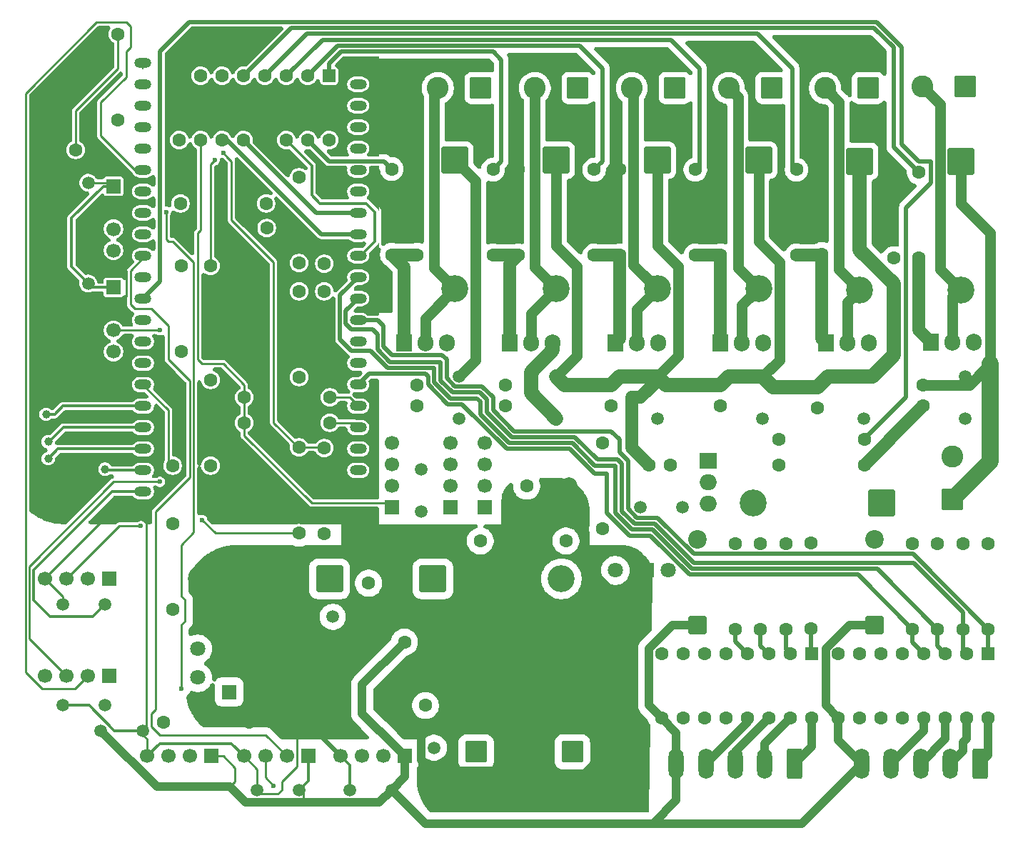
<source format=gbl>
G04 #@! TF.GenerationSoftware,KiCad,Pcbnew,9.0.7*
G04 #@! TF.CreationDate,2026-02-01T12:24:02+05:30*
G04 #@! TF.ProjectId,motherboard_sub,6d6f7468-6572-4626-9f61-72645f737562,rev?*
G04 #@! TF.SameCoordinates,Original*
G04 #@! TF.FileFunction,Copper,L2,Bot*
G04 #@! TF.FilePolarity,Positive*
%FSLAX46Y46*%
G04 Gerber Fmt 4.6, Leading zero omitted, Abs format (unit mm)*
G04 Created by KiCad (PCBNEW 9.0.7) date 2026-02-01 12:24:02*
%MOMM*%
%LPD*%
G01*
G04 APERTURE LIST*
G04 Aperture macros list*
%AMRoundRect*
0 Rectangle with rounded corners*
0 $1 Rounding radius*
0 $2 $3 $4 $5 $6 $7 $8 $9 X,Y pos of 4 corners*
0 Add a 4 corners polygon primitive as box body*
4,1,4,$2,$3,$4,$5,$6,$7,$8,$9,$2,$3,0*
0 Add four circle primitives for the rounded corners*
1,1,$1+$1,$2,$3*
1,1,$1+$1,$4,$5*
1,1,$1+$1,$6,$7*
1,1,$1+$1,$8,$9*
0 Add four rect primitives between the rounded corners*
20,1,$1+$1,$2,$3,$4,$5,0*
20,1,$1+$1,$4,$5,$6,$7,0*
20,1,$1+$1,$6,$7,$8,$9,0*
20,1,$1+$1,$8,$9,$2,$3,0*%
G04 Aperture macros list end*
G04 #@! TA.AperFunction,ComponentPad*
%ADD10C,1.600000*%
G04 #@! TD*
G04 #@! TA.AperFunction,ComponentPad*
%ADD11R,1.700000X1.700000*%
G04 #@! TD*
G04 #@! TA.AperFunction,ComponentPad*
%ADD12C,1.700000*%
G04 #@! TD*
G04 #@! TA.AperFunction,ComponentPad*
%ADD13C,1.500000*%
G04 #@! TD*
G04 #@! TA.AperFunction,ComponentPad*
%ADD14O,2.000000X1.200000*%
G04 #@! TD*
G04 #@! TA.AperFunction,ComponentPad*
%ADD15R,1.800000X1.800000*%
G04 #@! TD*
G04 #@! TA.AperFunction,ComponentPad*
%ADD16C,1.800000*%
G04 #@! TD*
G04 #@! TA.AperFunction,ComponentPad*
%ADD17RoundRect,0.250000X-0.550000X0.550000X-0.550000X-0.550000X0.550000X-0.550000X0.550000X0.550000X0*%
G04 #@! TD*
G04 #@! TA.AperFunction,ComponentPad*
%ADD18R,2.000000X1.905000*%
G04 #@! TD*
G04 #@! TA.AperFunction,ComponentPad*
%ADD19O,2.000000X1.905000*%
G04 #@! TD*
G04 #@! TA.AperFunction,ComponentPad*
%ADD20RoundRect,0.250000X1.050000X-1.050000X1.050000X1.050000X-1.050000X1.050000X-1.050000X-1.050000X0*%
G04 #@! TD*
G04 #@! TA.AperFunction,ComponentPad*
%ADD21C,2.600000*%
G04 #@! TD*
G04 #@! TA.AperFunction,ComponentPad*
%ADD22RoundRect,0.250000X1.350000X1.350000X-1.350000X1.350000X-1.350000X-1.350000X1.350000X-1.350000X0*%
G04 #@! TD*
G04 #@! TA.AperFunction,ComponentPad*
%ADD23C,3.200000*%
G04 #@! TD*
G04 #@! TA.AperFunction,ComponentPad*
%ADD24RoundRect,0.250000X1.050000X1.050000X-1.050000X1.050000X-1.050000X-1.050000X1.050000X-1.050000X0*%
G04 #@! TD*
G04 #@! TA.AperFunction,ComponentPad*
%ADD25RoundRect,0.250000X-1.350000X1.350000X-1.350000X-1.350000X1.350000X-1.350000X1.350000X1.350000X0*%
G04 #@! TD*
G04 #@! TA.AperFunction,ComponentPad*
%ADD26R,1.905000X2.000000*%
G04 #@! TD*
G04 #@! TA.AperFunction,ComponentPad*
%ADD27O,1.905000X2.000000*%
G04 #@! TD*
G04 #@! TA.AperFunction,ComponentPad*
%ADD28RoundRect,0.249999X0.850001X-0.850001X0.850001X0.850001X-0.850001X0.850001X-0.850001X-0.850001X0*%
G04 #@! TD*
G04 #@! TA.AperFunction,ComponentPad*
%ADD29C,2.200000*%
G04 #@! TD*
G04 #@! TA.AperFunction,ComponentPad*
%ADD30RoundRect,0.250000X-1.050000X-1.050000X1.050000X-1.050000X1.050000X1.050000X-1.050000X1.050000X0*%
G04 #@! TD*
G04 #@! TA.AperFunction,ComponentPad*
%ADD31RoundRect,0.250000X-1.350000X-1.350000X1.350000X-1.350000X1.350000X1.350000X-1.350000X1.350000X0*%
G04 #@! TD*
G04 #@! TA.AperFunction,ComponentPad*
%ADD32RoundRect,0.250000X0.650000X1.550000X-0.650000X1.550000X-0.650000X-1.550000X0.650000X-1.550000X0*%
G04 #@! TD*
G04 #@! TA.AperFunction,ComponentPad*
%ADD33O,1.800000X3.600000*%
G04 #@! TD*
G04 #@! TA.AperFunction,ViaPad*
%ADD34C,0.600000*%
G04 #@! TD*
G04 #@! TA.AperFunction,ViaPad*
%ADD35C,1.000000*%
G04 #@! TD*
G04 #@! TA.AperFunction,Conductor*
%ADD36C,0.250000*%
G04 #@! TD*
G04 #@! TA.AperFunction,Conductor*
%ADD37C,0.500000*%
G04 #@! TD*
G04 #@! TA.AperFunction,Conductor*
%ADD38C,1.700000*%
G04 #@! TD*
G04 #@! TA.AperFunction,Conductor*
%ADD39C,0.350000*%
G04 #@! TD*
G04 #@! TA.AperFunction,Conductor*
%ADD40C,1.000000*%
G04 #@! TD*
G04 #@! TA.AperFunction,Conductor*
%ADD41C,2.000000*%
G04 #@! TD*
G04 #@! TA.AperFunction,Conductor*
%ADD42C,1.500000*%
G04 #@! TD*
G04 #@! TA.AperFunction,Conductor*
%ADD43C,1.300000*%
G04 #@! TD*
G04 #@! TA.AperFunction,Conductor*
%ADD44C,2.500000*%
G04 #@! TD*
G04 #@! TA.AperFunction,Conductor*
%ADD45C,0.200000*%
G04 #@! TD*
G04 APERTURE END LIST*
D10*
X41000000Y-91920000D03*
X41000000Y-102080000D03*
D11*
X32500000Y-129000000D03*
D12*
X29960000Y-129000000D03*
X27420000Y-129000000D03*
X24880000Y-129000000D03*
D11*
X67540000Y-150000000D03*
D12*
X65000000Y-150000000D03*
X62460000Y-150000000D03*
X59920000Y-150000000D03*
D11*
X56080000Y-150000000D03*
D12*
X53540000Y-150000000D03*
X51000000Y-150000000D03*
X48460000Y-150000000D03*
D11*
X44580000Y-150000000D03*
D12*
X42040000Y-150000000D03*
X39500000Y-150000000D03*
X36960000Y-150000000D03*
D11*
X32500000Y-140500000D03*
D12*
X29960000Y-140500000D03*
X27420000Y-140500000D03*
X24880000Y-140500000D03*
D13*
X27000000Y-144000000D03*
X32000000Y-144000000D03*
X61000000Y-154000000D03*
X66000000Y-154000000D03*
D14*
X62000000Y-121210000D03*
X62000000Y-118670000D03*
X62000000Y-116130000D03*
X62000000Y-113590000D03*
X62000000Y-111050000D03*
X62000000Y-108510000D03*
X62000000Y-105970000D03*
X62000000Y-103430000D03*
X62000000Y-100890000D03*
X62000000Y-98350000D03*
X62000000Y-95790000D03*
X62000000Y-93250000D03*
X62000000Y-90710000D03*
X62000000Y-88170000D03*
X62000000Y-85630000D03*
X62000000Y-83090000D03*
X62000000Y-80550000D03*
X62000000Y-78010000D03*
X62000000Y-75470000D03*
X62000000Y-72930000D03*
X62000000Y-70390000D03*
X62000000Y-67850000D03*
X36500000Y-121210000D03*
X36500000Y-118670000D03*
X36500000Y-116130000D03*
X36500000Y-113590000D03*
X36500000Y-111050000D03*
X36500000Y-108510000D03*
X36500000Y-105970000D03*
X36500000Y-103430000D03*
X36500000Y-100890000D03*
X36500000Y-98350000D03*
X36500000Y-95790000D03*
X36500000Y-93250000D03*
X36500000Y-90710000D03*
X36500000Y-85630000D03*
X36500000Y-83090000D03*
X36500000Y-80550000D03*
X36500000Y-78010000D03*
X36500000Y-75470000D03*
X36500000Y-72930000D03*
X36500000Y-70390000D03*
X36500000Y-67850000D03*
X36500000Y-88170000D03*
D11*
X66000000Y-120500000D03*
D12*
X66000000Y-117960000D03*
X66000000Y-115420000D03*
X66000000Y-112880000D03*
D11*
X33000000Y-94460000D03*
D12*
X33000000Y-97000000D03*
X33000000Y-99540000D03*
X33000000Y-102080000D03*
D11*
X73000000Y-120540000D03*
D12*
X73000000Y-118000000D03*
X73000000Y-115460000D03*
X73000000Y-112920000D03*
D11*
X33000000Y-82460000D03*
D12*
X33000000Y-85000000D03*
X33000000Y-87540000D03*
X33000000Y-90080000D03*
D11*
X77000000Y-120500000D03*
D12*
X77000000Y-117960000D03*
X77000000Y-115420000D03*
X77000000Y-112880000D03*
D10*
X76500000Y-124500000D03*
X86660000Y-124500000D03*
D15*
X89960000Y-128000000D03*
D16*
X92500000Y-128000000D03*
D15*
X46700000Y-142400000D03*
D16*
X43000000Y-140700000D03*
X46700000Y-139000000D03*
X43000000Y-137300000D03*
X46700000Y-135600000D03*
D17*
X58580000Y-69380000D03*
D10*
X56040000Y-69380000D03*
X53500000Y-69380000D03*
X50960000Y-69380000D03*
X48420000Y-69380000D03*
X45880000Y-69380000D03*
X43340000Y-69380000D03*
X40800000Y-69380000D03*
X40800000Y-77000000D03*
X43340000Y-77000000D03*
X45880000Y-77000000D03*
X48420000Y-77000000D03*
X50960000Y-77000000D03*
X53500000Y-77000000D03*
X56040000Y-77000000D03*
X58580000Y-77000000D03*
X44500000Y-102080000D03*
X44500000Y-91920000D03*
X28500000Y-68000000D03*
X28500000Y-78160000D03*
X33500000Y-64420000D03*
X33500000Y-74580000D03*
D13*
X30000000Y-87040000D03*
X30000000Y-82040000D03*
D18*
X103500000Y-115000000D03*
D19*
X103500000Y-117540000D03*
X103500000Y-120080000D03*
D10*
X96500000Y-115500000D03*
X99000000Y-115500000D03*
D20*
X132500000Y-119580000D03*
D21*
X132500000Y-114500000D03*
D10*
X111920000Y-112500000D03*
X122080000Y-112500000D03*
X111920000Y-115500000D03*
X122080000Y-115500000D03*
D22*
X124120000Y-120000000D03*
D23*
X108880000Y-120000000D03*
D13*
X95500000Y-120500000D03*
X100500000Y-120500000D03*
D10*
X66000000Y-90580000D03*
X66000000Y-80420000D03*
D24*
X111045000Y-70832500D03*
D21*
X105965000Y-70832500D03*
D24*
X134010000Y-70665000D03*
D21*
X128930000Y-70665000D03*
D10*
X105000000Y-90660000D03*
X105000000Y-80500000D03*
D25*
X73500000Y-79380000D03*
D23*
X73500000Y-94620000D03*
D26*
X117460000Y-101000000D03*
D27*
X120000000Y-101000000D03*
X122540000Y-101000000D03*
D10*
X70000000Y-144000000D03*
X66500000Y-144000000D03*
X67500000Y-136500000D03*
X70000000Y-136500000D03*
D13*
X71000000Y-149000000D03*
X71000000Y-154000000D03*
D10*
X58000000Y-81500000D03*
X58000000Y-91660000D03*
D28*
X123240000Y-134460000D03*
D29*
X123240000Y-124300000D03*
D13*
X122000000Y-105000000D03*
X122000000Y-110000000D03*
D10*
X41000000Y-87420000D03*
X51160000Y-87420000D03*
D26*
X129960000Y-100950000D03*
D27*
X132500000Y-100950000D03*
X135040000Y-100950000D03*
D10*
X58000000Y-123660000D03*
X58000000Y-113500000D03*
D24*
X88045000Y-70832500D03*
D21*
X82965000Y-70832500D03*
D15*
X96225000Y-128000000D03*
D16*
X98765000Y-128000000D03*
D10*
X44500000Y-115580000D03*
X44500000Y-105420000D03*
X49080000Y-146000000D03*
X38920000Y-146000000D03*
X51080000Y-84500000D03*
X40920000Y-84500000D03*
D13*
X97500000Y-105000000D03*
X97500000Y-110000000D03*
X31500000Y-147000000D03*
X36500000Y-147000000D03*
D24*
X122465000Y-70832500D03*
D21*
X117385000Y-70832500D03*
D10*
X129000000Y-106000000D03*
X129000000Y-108500000D03*
D26*
X92500000Y-101000000D03*
D27*
X95040000Y-101000000D03*
X97580000Y-101000000D03*
D30*
X87420000Y-149500000D03*
D21*
X92500000Y-149500000D03*
D17*
X115780000Y-137880000D03*
D10*
X113240000Y-137880000D03*
X110700000Y-137880000D03*
X108160000Y-137880000D03*
X105620000Y-137880000D03*
X103080000Y-137880000D03*
X100540000Y-137880000D03*
X98000000Y-137880000D03*
X98000000Y-145500000D03*
X100540000Y-145500000D03*
X103080000Y-145500000D03*
X105620000Y-145500000D03*
X108160000Y-145500000D03*
X110700000Y-145500000D03*
X113240000Y-145500000D03*
X115780000Y-145500000D03*
X55000000Y-94920000D03*
X55000000Y-105080000D03*
X133740000Y-134960000D03*
X133740000Y-124800000D03*
X55000000Y-113420000D03*
X55000000Y-123580000D03*
D13*
X134000000Y-105000000D03*
X134000000Y-110000000D03*
D24*
X76545000Y-70832500D03*
D21*
X71465000Y-70832500D03*
D10*
X58000000Y-105080000D03*
X58000000Y-94920000D03*
X116500000Y-106250000D03*
X116500000Y-108750000D03*
X81000000Y-90660000D03*
X81000000Y-80500000D03*
X69000000Y-90580000D03*
X69000000Y-80420000D03*
X40000000Y-132580000D03*
X40000000Y-122420000D03*
D30*
X76000000Y-149500000D03*
D21*
X81080000Y-149500000D03*
D10*
X91000000Y-112920000D03*
X91000000Y-123080000D03*
X48500000Y-107500000D03*
X58660000Y-107500000D03*
D31*
X70880000Y-129000000D03*
D23*
X86120000Y-129000000D03*
D25*
X109500000Y-79380000D03*
D23*
X109500000Y-94620000D03*
D10*
X115740000Y-134880000D03*
X115740000Y-124720000D03*
X48500000Y-110500000D03*
X58660000Y-110500000D03*
X105000000Y-106000000D03*
X105000000Y-108500000D03*
D32*
X113740000Y-150880000D03*
D33*
X110240000Y-150880000D03*
X106740000Y-150880000D03*
X103240000Y-150880000D03*
X99740000Y-150880000D03*
D10*
X106740000Y-134960000D03*
X106740000Y-124800000D03*
D25*
X97500000Y-79380000D03*
D23*
X97500000Y-94620000D03*
D32*
X135740000Y-150880000D03*
D33*
X132240000Y-150880000D03*
X128740000Y-150880000D03*
X125240000Y-150880000D03*
X121740000Y-150880000D03*
D10*
X117000000Y-90500000D03*
X117000000Y-80340000D03*
D25*
X85500000Y-79380000D03*
D23*
X85500000Y-94620000D03*
D10*
X63250000Y-129500000D03*
X66750000Y-129500000D03*
X55000000Y-91580000D03*
X55000000Y-81420000D03*
X78000000Y-90660000D03*
X78000000Y-80500000D03*
X128500000Y-91000000D03*
X128500000Y-80840000D03*
D13*
X110000000Y-105000000D03*
X110000000Y-110000000D03*
X55000000Y-154000000D03*
X50000000Y-154000000D03*
X69500000Y-121000000D03*
X69500000Y-116000000D03*
D10*
X127740000Y-134960000D03*
X127740000Y-124800000D03*
D22*
X58620000Y-129000000D03*
D23*
X43380000Y-129000000D03*
D10*
X92000000Y-106000000D03*
X92000000Y-108500000D03*
D28*
X102240000Y-134460000D03*
D29*
X102240000Y-124300000D03*
D13*
X59000000Y-133500000D03*
X54000000Y-133500000D03*
D26*
X105000000Y-101000000D03*
D27*
X107540000Y-101000000D03*
X110080000Y-101000000D03*
D10*
X79500000Y-106000000D03*
X79500000Y-108500000D03*
X114000000Y-90660000D03*
X114000000Y-80500000D03*
X136740000Y-134960000D03*
X136740000Y-124800000D03*
D26*
X67460000Y-101000000D03*
D27*
X70000000Y-101000000D03*
X72540000Y-101000000D03*
D10*
X112740000Y-134960000D03*
X112740000Y-124800000D03*
D13*
X85500000Y-105000000D03*
X85500000Y-110000000D03*
X32000000Y-132000000D03*
X27000000Y-132000000D03*
D10*
X109740000Y-134960000D03*
X109740000Y-124800000D03*
D24*
X99545000Y-70832500D03*
D21*
X94465000Y-70832500D03*
D13*
X30000000Y-94000000D03*
X30000000Y-99000000D03*
D10*
X130725000Y-134960000D03*
X130725000Y-124800000D03*
X82000000Y-118000000D03*
X87000000Y-118000000D03*
X90000000Y-90660000D03*
X90000000Y-80500000D03*
D25*
X121500000Y-79500000D03*
D23*
X121500000Y-94740000D03*
D26*
X80000000Y-101000000D03*
D27*
X82540000Y-101000000D03*
X85080000Y-101000000D03*
D10*
X69000000Y-106000000D03*
X69000000Y-108500000D03*
D13*
X74000000Y-105000000D03*
X74000000Y-110000000D03*
D25*
X133500000Y-79500000D03*
D23*
X133500000Y-94740000D03*
D10*
X102000000Y-90660000D03*
X102000000Y-80500000D03*
X93000000Y-90660000D03*
X93000000Y-80500000D03*
X125500000Y-91000000D03*
X125500000Y-80840000D03*
D17*
X136740000Y-137880000D03*
D10*
X134200000Y-137880000D03*
X131660000Y-137880000D03*
X129120000Y-137880000D03*
X126580000Y-137880000D03*
X124040000Y-137880000D03*
X121500000Y-137880000D03*
X118960000Y-137880000D03*
X118960000Y-145500000D03*
X121500000Y-145500000D03*
X124040000Y-145500000D03*
X126580000Y-145500000D03*
X129120000Y-145500000D03*
X131660000Y-145500000D03*
X134200000Y-145500000D03*
X136740000Y-145500000D03*
X40000000Y-105420000D03*
X40000000Y-115580000D03*
D34*
X43500000Y-122000000D03*
X46000000Y-78500000D03*
X38460000Y-99540000D03*
D35*
X25000000Y-109500000D03*
X25250000Y-112750000D03*
X25250000Y-114750000D03*
X32000000Y-116000000D03*
D34*
X38500000Y-117500000D03*
X36250000Y-122750000D03*
X39250000Y-85500000D03*
X41000000Y-142000000D03*
X45000000Y-79375000D03*
X52000000Y-153500000D03*
D36*
X50500000Y-154500000D02*
X50000000Y-154000000D01*
X52500000Y-154500000D02*
X50500000Y-154500000D01*
X53000000Y-153000000D02*
X53000000Y-154000000D01*
X54716000Y-151284000D02*
X53000000Y-153000000D01*
X53000000Y-154000000D02*
X52500000Y-154500000D01*
X54716000Y-146216000D02*
X54716000Y-151284000D01*
X54500000Y-146000000D02*
X54716000Y-146216000D01*
D37*
X54500000Y-146000000D02*
X55920000Y-146000000D01*
X64350000Y-98350000D02*
X62000000Y-98350000D01*
X65000000Y-99000000D02*
X64350000Y-98350000D01*
X65000000Y-101500000D02*
X65000000Y-99000000D01*
X66049000Y-102451000D02*
X66000000Y-102500000D01*
X71951000Y-102451000D02*
X66049000Y-102451000D01*
X72500000Y-103000000D02*
X71951000Y-102451000D01*
X72500000Y-105198471D02*
X72500000Y-103000000D01*
X73502529Y-106201000D02*
X72500000Y-105198471D01*
X76701000Y-106201000D02*
X73502529Y-106201000D01*
X78000000Y-107500000D02*
X76701000Y-106201000D01*
X78000000Y-109000000D02*
X78000000Y-107500000D01*
X80500000Y-111500000D02*
X78000000Y-109000000D01*
X92000000Y-111500000D02*
X80500000Y-111500000D01*
X94000000Y-120698471D02*
X94000000Y-115000000D01*
X94000000Y-115000000D02*
X93000000Y-114000000D01*
X95054975Y-121753446D02*
X94000000Y-120698471D01*
X97500000Y-121753446D02*
X95054975Y-121753446D01*
X93000000Y-112500000D02*
X92000000Y-111500000D01*
X101797554Y-126051000D02*
X97500000Y-121753446D01*
X93000000Y-114000000D02*
X93000000Y-112500000D01*
X66000000Y-102500000D02*
X65000000Y-101500000D01*
X127831000Y-126051000D02*
X101797554Y-126051000D01*
X136740000Y-134960000D02*
X127831000Y-126051000D01*
D36*
X41920000Y-86500000D02*
X41000000Y-87420000D01*
X39500000Y-81000000D02*
X42500000Y-84000000D01*
X42500000Y-84000000D02*
X42500000Y-86500000D01*
X39500000Y-74500000D02*
X39500000Y-81000000D01*
X40800000Y-73200000D02*
X39500000Y-74500000D01*
X42500000Y-86500000D02*
X41920000Y-86500000D01*
X40800000Y-69380000D02*
X40800000Y-73200000D01*
D38*
X86500000Y-106000000D02*
X85500000Y-105000000D01*
X92000000Y-106000000D02*
X86500000Y-106000000D01*
X97500000Y-105000000D02*
X93000000Y-105000000D01*
X93000000Y-105000000D02*
X92000000Y-106000000D01*
X105000000Y-106000000D02*
X98500000Y-106000000D01*
X98500000Y-106000000D02*
X97500000Y-105000000D01*
X106000000Y-105000000D02*
X105000000Y-106000000D01*
X110000000Y-105000000D02*
X106000000Y-105000000D01*
X111250000Y-106250000D02*
X110000000Y-105000000D01*
X116500000Y-106250000D02*
X111250000Y-106250000D01*
X117750000Y-105000000D02*
X116500000Y-106250000D01*
X122000000Y-105000000D02*
X117750000Y-105000000D01*
X123000000Y-105000000D02*
X122000000Y-105000000D01*
X125500000Y-102500000D02*
X123000000Y-105000000D01*
X125500000Y-94000000D02*
X125500000Y-102500000D01*
X121500000Y-79500000D02*
X121500000Y-90000000D01*
X121500000Y-90000000D02*
X125500000Y-94000000D01*
X82500000Y-107000000D02*
X85500000Y-110000000D01*
X82500000Y-104500000D02*
X82500000Y-107000000D01*
X85080000Y-101000000D02*
X85080000Y-101920000D01*
X85080000Y-101920000D02*
X82500000Y-104500000D01*
D36*
X34500000Y-83500000D02*
X33000000Y-85000000D01*
X34500000Y-81000000D02*
X34500000Y-83500000D01*
X34000000Y-80500000D02*
X34500000Y-81000000D01*
X28000000Y-80500000D02*
X34000000Y-80500000D01*
X26000000Y-78500000D02*
X28000000Y-80500000D01*
X26000000Y-70500000D02*
X26000000Y-78500000D01*
X28500000Y-68000000D02*
X26000000Y-70500000D01*
X35550000Y-80550000D02*
X36500000Y-80550000D01*
X31500000Y-76500000D02*
X35550000Y-80550000D01*
X31500000Y-72500000D02*
X31500000Y-76500000D01*
X34500000Y-69500000D02*
X31500000Y-72500000D01*
X34500000Y-66500000D02*
X34500000Y-69500000D01*
X35000000Y-63500000D02*
X35000000Y-66000000D01*
X31000000Y-63000000D02*
X34500000Y-63000000D01*
X34500000Y-63000000D02*
X35000000Y-63500000D01*
X22549000Y-71451000D02*
X31000000Y-63000000D01*
X22549000Y-140049000D02*
X22549000Y-71451000D01*
X24500000Y-142000000D02*
X22549000Y-140049000D01*
X35000000Y-66000000D02*
X34500000Y-66500000D01*
X28460000Y-142000000D02*
X24500000Y-142000000D01*
X29960000Y-140500000D02*
X28460000Y-142000000D01*
X28500000Y-73500000D02*
X28500000Y-78160000D01*
X33500000Y-68500000D02*
X28500000Y-73500000D01*
X33500000Y-64420000D02*
X33500000Y-68500000D01*
D37*
X122080000Y-112420000D02*
X122080000Y-112500000D01*
X127000000Y-107500000D02*
X122080000Y-112420000D01*
X127000000Y-85000000D02*
X127000000Y-107500000D01*
X129948000Y-82052000D02*
X127000000Y-85000000D01*
X129948000Y-79500000D02*
X129948000Y-82052000D01*
X128500000Y-79500000D02*
X129948000Y-79500000D01*
X126500000Y-66008636D02*
X126500000Y-77500000D01*
X123486364Y-62995000D02*
X126500000Y-66008636D01*
X38500000Y-66500000D02*
X42005000Y-62995000D01*
X126500000Y-77500000D02*
X128500000Y-79500000D01*
X38500000Y-93790000D02*
X38500000Y-66500000D01*
X36500000Y-95790000D02*
X38500000Y-93790000D01*
X42005000Y-62995000D02*
X123486364Y-62995000D01*
X55920000Y-146000000D02*
X59920000Y-150000000D01*
X49080000Y-146000000D02*
X54500000Y-146000000D01*
D39*
X41500000Y-116210000D02*
X36500000Y-121210000D01*
X41500000Y-110000000D02*
X41500000Y-116210000D01*
X40000000Y-108500000D02*
X41500000Y-110000000D01*
X40000000Y-105420000D02*
X40000000Y-108500000D01*
D36*
X51040000Y-147500000D02*
X53540000Y-150000000D01*
X38500000Y-147500000D02*
X51040000Y-147500000D01*
X37500000Y-146500000D02*
X38500000Y-147500000D01*
X37500000Y-145000000D02*
X37500000Y-146500000D01*
X38000000Y-144500000D02*
X37500000Y-145000000D01*
X38000000Y-121000000D02*
X38000000Y-144500000D01*
X42049000Y-116951000D02*
X38000000Y-121000000D01*
X42049000Y-105549000D02*
X42049000Y-116951000D01*
X37500000Y-97000000D02*
X39500000Y-99000000D01*
X39500000Y-99000000D02*
X39500000Y-103000000D01*
X39500000Y-103000000D02*
X42049000Y-105549000D01*
X35500000Y-97000000D02*
X37500000Y-97000000D01*
X35000000Y-92500000D02*
X35000000Y-96500000D01*
X35000000Y-96500000D02*
X35500000Y-97000000D01*
X36500000Y-91000000D02*
X35000000Y-92500000D01*
X36500000Y-90710000D02*
X36500000Y-91000000D01*
D39*
X32670000Y-121210000D02*
X24880000Y-129000000D01*
X36500000Y-121210000D02*
X32670000Y-121210000D01*
D36*
X39080000Y-104500000D02*
X40000000Y-105420000D01*
X32500000Y-104500000D02*
X39080000Y-104500000D01*
X31500000Y-103500000D02*
X32500000Y-104500000D01*
X31500000Y-100500000D02*
X31500000Y-103500000D01*
X30000000Y-99000000D02*
X31500000Y-100500000D01*
X67420000Y-82000000D02*
X69000000Y-80420000D01*
X58500000Y-82000000D02*
X67420000Y-82000000D01*
X58000000Y-81500000D02*
X58500000Y-82000000D01*
X34500000Y-92500000D02*
X34500000Y-95500000D01*
X34000000Y-92000000D02*
X34500000Y-92500000D01*
X34500000Y-95500000D02*
X33000000Y-97000000D01*
X31500000Y-92000000D02*
X34000000Y-92000000D01*
X30000000Y-87040000D02*
X30000000Y-90500000D01*
X30000000Y-90500000D02*
X31500000Y-92000000D01*
D39*
X28000000Y-86260000D02*
X31800000Y-82460000D01*
X28000000Y-92000000D02*
X28000000Y-86260000D01*
X30000000Y-94000000D02*
X28000000Y-92000000D01*
X31800000Y-82460000D02*
X33000000Y-82460000D01*
X30460000Y-94460000D02*
X30000000Y-94000000D01*
X33000000Y-94460000D02*
X30460000Y-94460000D01*
X27010000Y-108510000D02*
X36500000Y-108510000D01*
X26020000Y-109500000D02*
X27010000Y-108510000D01*
X25000000Y-109500000D02*
X26020000Y-109500000D01*
X26410000Y-113590000D02*
X36500000Y-113590000D01*
X25250000Y-114750000D02*
X26410000Y-113590000D01*
X25350000Y-112750000D02*
X27050000Y-111050000D01*
X25250000Y-112750000D02*
X25350000Y-112750000D01*
X27050000Y-111050000D02*
X36500000Y-111050000D01*
X23500000Y-131500000D02*
X23500000Y-128000000D01*
X25500000Y-133500000D02*
X23500000Y-131500000D01*
X30500000Y-133500000D02*
X25500000Y-133500000D01*
X32830000Y-118670000D02*
X36500000Y-118670000D01*
X32000000Y-132000000D02*
X30500000Y-133500000D01*
X23500000Y-128000000D02*
X32830000Y-118670000D01*
X33092405Y-147000000D02*
X36500000Y-147000000D01*
X27000000Y-144000000D02*
X30092405Y-144000000D01*
X30092405Y-144000000D02*
X33092405Y-147000000D01*
X38460000Y-148500000D02*
X36960000Y-150000000D01*
X48460000Y-150000000D02*
X46960000Y-148500000D01*
X46960000Y-148500000D02*
X38460000Y-148500000D01*
D37*
X49080000Y-141380000D02*
X49080000Y-146000000D01*
X46700000Y-139000000D02*
X49080000Y-141380000D01*
D40*
X114620000Y-158000000D02*
X121740000Y-150880000D01*
X97000000Y-158000000D02*
X114620000Y-158000000D01*
X97000000Y-158000000D02*
X99740000Y-155260000D01*
X99740000Y-155260000D02*
X99740000Y-150880000D01*
X70000000Y-158000000D02*
X97000000Y-158000000D01*
X66000000Y-154000000D02*
X70000000Y-158000000D01*
X67540000Y-152460000D02*
X66000000Y-154000000D01*
X67540000Y-150000000D02*
X67540000Y-152460000D01*
X64500000Y-147000000D02*
X64540000Y-147000000D01*
X62500000Y-141500000D02*
X62500000Y-145000000D01*
X64540000Y-147000000D02*
X67540000Y-150000000D01*
X67500000Y-136500000D02*
X62500000Y-141500000D01*
X62500000Y-145000000D02*
X64500000Y-147000000D01*
D37*
X94225000Y-130000000D02*
X96225000Y-128000000D01*
X91960000Y-130000000D02*
X94225000Y-130000000D01*
X89960000Y-128000000D02*
X91960000Y-130000000D01*
X88500000Y-119500000D02*
X88500000Y-126540000D01*
X87000000Y-118000000D02*
X88500000Y-119500000D01*
X88500000Y-126540000D02*
X89960000Y-128000000D01*
D41*
X81080000Y-123920000D02*
X81080000Y-149500000D01*
X87000000Y-118000000D02*
X81080000Y-123920000D01*
D36*
X41000000Y-134500000D02*
X41000000Y-142000000D01*
X41500000Y-134000000D02*
X41000000Y-134500000D01*
X41500000Y-131500000D02*
X41500000Y-134000000D01*
X41000000Y-131000000D02*
X41500000Y-131500000D01*
X41000000Y-125000000D02*
X41000000Y-131000000D01*
X39500000Y-89000000D02*
X40000000Y-89000000D01*
X42500000Y-91500000D02*
X42500000Y-123500000D01*
X39250000Y-88750000D02*
X39500000Y-89000000D01*
X40000000Y-89000000D02*
X42500000Y-91500000D01*
X42500000Y-123500000D02*
X41000000Y-125000000D01*
X39250000Y-85500000D02*
X39250000Y-88750000D01*
D37*
X57670000Y-88170000D02*
X62000000Y-88170000D01*
X46500000Y-77000000D02*
X57670000Y-88170000D01*
X45880000Y-77000000D02*
X46500000Y-77000000D01*
D36*
X36500000Y-106000000D02*
X36500000Y-105970000D01*
X39500000Y-115080000D02*
X39500000Y-109000000D01*
X40000000Y-115580000D02*
X39500000Y-115080000D01*
X39500000Y-109000000D02*
X36500000Y-106000000D01*
X46500000Y-79000000D02*
X46000000Y-78500000D01*
X47000000Y-79500000D02*
X46500000Y-79000000D01*
X47000000Y-86500000D02*
X47000000Y-79500000D01*
X44500000Y-79875000D02*
X44500000Y-91920000D01*
X45000000Y-79375000D02*
X44500000Y-79875000D01*
X52000000Y-91500000D02*
X47000000Y-86500000D01*
X52000000Y-110500000D02*
X52000000Y-91500000D01*
X54920000Y-113420000D02*
X52000000Y-110500000D01*
X55000000Y-113420000D02*
X54920000Y-113420000D01*
X33000000Y-99540000D02*
X38460000Y-99540000D01*
X65500000Y-120000000D02*
X66000000Y-120500000D01*
X48500000Y-112000000D02*
X56500000Y-120000000D01*
X48500000Y-110500000D02*
X48500000Y-112000000D01*
X56500000Y-120000000D02*
X65500000Y-120000000D01*
X46000000Y-103500000D02*
X48500000Y-106000000D01*
X48500000Y-106000000D02*
X48500000Y-107500000D01*
X43500000Y-103500000D02*
X46000000Y-103500000D01*
X43000000Y-103000000D02*
X43500000Y-103500000D01*
X43340000Y-87660000D02*
X43000000Y-88000000D01*
X43340000Y-77000000D02*
X43340000Y-87660000D01*
X43000000Y-88000000D02*
X43000000Y-103000000D01*
X30000000Y-99000000D02*
X32000000Y-97000000D01*
X32000000Y-97000000D02*
X33000000Y-97000000D01*
X32040000Y-85000000D02*
X33000000Y-85000000D01*
X30000000Y-87040000D02*
X32040000Y-85000000D01*
X32580000Y-82040000D02*
X33000000Y-82460000D01*
X30000000Y-82040000D02*
X32580000Y-82040000D01*
X61450000Y-110500000D02*
X62000000Y-111050000D01*
X58660000Y-110500000D02*
X61450000Y-110500000D01*
X60990000Y-107500000D02*
X62000000Y-108510000D01*
X58660000Y-107500000D02*
X60990000Y-107500000D01*
X48500000Y-107500000D02*
X48500000Y-110500000D01*
X55000000Y-113420000D02*
X57920000Y-113420000D01*
X57920000Y-113420000D02*
X58000000Y-113500000D01*
D39*
X32130000Y-116130000D02*
X32000000Y-116000000D01*
X36500000Y-116130000D02*
X32130000Y-116130000D01*
D36*
X23000000Y-127500000D02*
X23000000Y-136080000D01*
X23000000Y-136080000D02*
X27420000Y-140500000D01*
X33000000Y-117500000D02*
X23000000Y-127500000D01*
X38500000Y-117500000D02*
X33000000Y-117500000D01*
X33670000Y-122750000D02*
X27420000Y-129000000D01*
X36250000Y-122750000D02*
X33670000Y-122750000D01*
X55000000Y-123580000D02*
X45080000Y-123580000D01*
X45080000Y-123580000D02*
X43500000Y-122000000D01*
X36876000Y-146624000D02*
X36500000Y-147000000D01*
X36876000Y-121586000D02*
X36876000Y-146624000D01*
X36500000Y-121210000D02*
X36876000Y-121586000D01*
X32000000Y-144000000D02*
X32000000Y-144500000D01*
X55500000Y-154500000D02*
X55500000Y-155500000D01*
X55000000Y-154000000D02*
X55500000Y-154500000D01*
D40*
X55500000Y-155500000D02*
X64500000Y-155500000D01*
X64500000Y-155500000D02*
X66000000Y-154000000D01*
X48633298Y-155500000D02*
X55500000Y-155500000D01*
X46759298Y-153626000D02*
X48633298Y-155500000D01*
D36*
X47385298Y-153000000D02*
X47385298Y-151385298D01*
X46759298Y-153626000D02*
X47385298Y-153000000D01*
X47385298Y-151385298D02*
X46000000Y-150000000D01*
D40*
X38126000Y-153626000D02*
X46759298Y-153626000D01*
D36*
X46000000Y-150000000D02*
X44580000Y-150000000D01*
D40*
X31500000Y-147000000D02*
X38126000Y-153626000D01*
D36*
X50000000Y-151540000D02*
X50000000Y-154000000D01*
X48460000Y-150000000D02*
X50000000Y-151540000D01*
X36960000Y-147960000D02*
X36960000Y-150000000D01*
X36500000Y-147500000D02*
X36960000Y-147960000D01*
X36500000Y-147000000D02*
X36500000Y-147500000D01*
D39*
X56080000Y-150000000D02*
X56080000Y-152920000D01*
X56080000Y-152920000D02*
X55000000Y-154000000D01*
X61000000Y-151080000D02*
X61000000Y-154000000D01*
X59920000Y-150000000D02*
X61000000Y-151080000D01*
D36*
X27000000Y-131120000D02*
X27000000Y-132000000D01*
X24880000Y-129000000D02*
X27000000Y-131120000D01*
D39*
X65500000Y-68500000D02*
X65500000Y-76920000D01*
X62000000Y-67850000D02*
X64850000Y-67850000D01*
X64850000Y-67850000D02*
X65500000Y-68500000D01*
X65500000Y-76920000D02*
X69000000Y-80420000D01*
X55290000Y-74960000D02*
X62000000Y-68250000D01*
X62000000Y-68250000D02*
X62000000Y-67850000D01*
X50960000Y-74960000D02*
X55290000Y-74960000D01*
D41*
X137000000Y-115080000D02*
X137000000Y-103500000D01*
X132500000Y-119580000D02*
X137000000Y-115080000D01*
D42*
X67460000Y-92040000D02*
X67460000Y-101000000D01*
X66000000Y-90580000D02*
X67460000Y-92040000D01*
X69000000Y-90580000D02*
X66000000Y-90580000D01*
X80000000Y-91660000D02*
X80000000Y-101000000D01*
X81000000Y-90660000D02*
X80000000Y-91660000D01*
X78000000Y-90660000D02*
X81000000Y-90660000D01*
X93000000Y-100500000D02*
X92500000Y-101000000D01*
X93000000Y-90660000D02*
X93000000Y-100500000D01*
X90000000Y-90660000D02*
X93000000Y-90660000D01*
X102000000Y-90660000D02*
X105000000Y-90660000D01*
X116840000Y-90660000D02*
X117000000Y-90500000D01*
X114000000Y-90660000D02*
X116840000Y-90660000D01*
X128500000Y-99490000D02*
X129960000Y-100950000D01*
X128500000Y-91000000D02*
X128500000Y-99490000D01*
X117000000Y-100540000D02*
X117460000Y-101000000D01*
X117000000Y-90500000D02*
X117000000Y-100540000D01*
X105000000Y-90660000D02*
X105000000Y-101000000D01*
D43*
X132500000Y-95500000D02*
X132500000Y-100950000D01*
X133260000Y-94740000D02*
X132500000Y-95500000D01*
X133500000Y-94740000D02*
X133260000Y-94740000D01*
X121500000Y-94740000D02*
X120000000Y-96240000D01*
X120000000Y-96240000D02*
X120000000Y-101000000D01*
X107540000Y-96580000D02*
X107540000Y-101000000D01*
X109500000Y-94620000D02*
X107540000Y-96580000D01*
X95040000Y-97080000D02*
X95040000Y-101000000D01*
X97500000Y-94620000D02*
X95040000Y-97080000D01*
X70000000Y-98120000D02*
X70000000Y-101000000D01*
X73500000Y-94620000D02*
X70000000Y-98120000D01*
X82540000Y-97580000D02*
X82540000Y-101000000D01*
X85500000Y-94620000D02*
X82540000Y-97580000D01*
D37*
X63269000Y-104701000D02*
X62000000Y-105970000D01*
X70000000Y-104701000D02*
X63269000Y-104701000D01*
X70299000Y-105000000D02*
X70000000Y-104701000D01*
X70299000Y-105971563D02*
X70299000Y-105000000D01*
X72631437Y-108304000D02*
X70299000Y-105971563D01*
X79628908Y-113603000D02*
X74329908Y-108304000D01*
X90025908Y-116500000D02*
X87128908Y-113603000D01*
X91500000Y-116500000D02*
X90025908Y-116500000D01*
X91500000Y-121172563D02*
X91500000Y-116500000D01*
X87128908Y-113603000D02*
X79628908Y-113603000D01*
X94183883Y-123856446D02*
X91500000Y-121172563D01*
X96628908Y-123856446D02*
X94183883Y-123856446D01*
X74329908Y-108304000D02*
X72631437Y-108304000D01*
X101280144Y-128507682D02*
X96628908Y-123856446D01*
X121287682Y-128507682D02*
X101280144Y-128507682D01*
X127740000Y-134960000D02*
X121287682Y-128507682D01*
X59848000Y-95402000D02*
X62000000Y-93250000D01*
X59848000Y-100624338D02*
X59848000Y-95402000D01*
X61164662Y-101941000D02*
X59848000Y-100624338D01*
X65517272Y-104000000D02*
X63458272Y-101941000D01*
X71000000Y-104000000D02*
X65517272Y-104000000D01*
X71000000Y-105681199D02*
X71000000Y-104000000D01*
X72921801Y-107603000D02*
X71000000Y-105681199D01*
X76120272Y-107603000D02*
X72921801Y-107603000D01*
X76508636Y-107991364D02*
X76120272Y-107603000D01*
X76508636Y-109491364D02*
X76508636Y-107991364D01*
X87419272Y-112902000D02*
X79919272Y-112902000D01*
X79919272Y-112902000D02*
X76508636Y-109491364D01*
X90090272Y-115573000D02*
X87419272Y-112902000D01*
X92500000Y-115573000D02*
X90090272Y-115573000D01*
X92500000Y-121181199D02*
X92500000Y-115573000D01*
X94474247Y-123155446D02*
X92500000Y-121181199D01*
X96919272Y-123155446D02*
X94474247Y-123155446D01*
X101570508Y-127806682D02*
X96919272Y-123155446D01*
X63458272Y-101941000D02*
X61164662Y-101941000D01*
X123571682Y-127806682D02*
X101570508Y-127806682D01*
X130725000Y-134960000D02*
X123571682Y-127806682D01*
X60549000Y-98785338D02*
X60549000Y-97241000D01*
X61164662Y-99401000D02*
X60549000Y-98785338D01*
X64299000Y-100000000D02*
X63700000Y-99401000D01*
X63700000Y-99401000D02*
X61164662Y-99401000D01*
X64299000Y-101790364D02*
X64299000Y-100000000D01*
X60549000Y-97241000D02*
X62000000Y-95790000D01*
X65799000Y-103290364D02*
X64299000Y-101790364D01*
X71799000Y-103290364D02*
X65799000Y-103290364D01*
X71799000Y-105488835D02*
X71799000Y-103290364D01*
X73212165Y-106902000D02*
X71799000Y-105488835D01*
X76410636Y-106902000D02*
X73212165Y-106902000D01*
X77254318Y-107745682D02*
X76410636Y-106902000D01*
X77254318Y-109245682D02*
X77254318Y-107745682D01*
X80209636Y-112201000D02*
X77254318Y-109245682D01*
X87709636Y-112201000D02*
X80209636Y-112201000D01*
X90380636Y-114872000D02*
X87709636Y-112201000D01*
X92808546Y-114872000D02*
X90380636Y-114872000D01*
X93299000Y-115362454D02*
X92808546Y-114872000D01*
X93299000Y-120988835D02*
X93299000Y-115362454D01*
X94764611Y-122454446D02*
X93299000Y-120988835D01*
X97209636Y-122454446D02*
X94764611Y-122454446D01*
X101860872Y-127105682D02*
X97209636Y-122454446D01*
X127894318Y-127105682D02*
X101860872Y-127105682D01*
X133740000Y-132951364D02*
X127894318Y-127105682D01*
X133740000Y-134960000D02*
X133740000Y-132951364D01*
D42*
X71000000Y-154000000D02*
X71000000Y-151710000D01*
D40*
X71000000Y-151710000D02*
X83290000Y-151710000D01*
X70710000Y-151710000D02*
X71000000Y-151710000D01*
X69500000Y-150500000D02*
X70710000Y-151710000D01*
D44*
X83290000Y-151710000D02*
X81080000Y-149500000D01*
D40*
X69500000Y-147000000D02*
X69500000Y-150500000D01*
X66500000Y-144000000D02*
X69500000Y-147000000D01*
X70000000Y-136500000D02*
X70000000Y-140500000D01*
X70000000Y-140500000D02*
X66500000Y-144000000D01*
X70000000Y-134500000D02*
X70000000Y-136500000D01*
X66750000Y-131250000D02*
X70000000Y-134500000D01*
X66750000Y-129500000D02*
X66750000Y-131250000D01*
X63250000Y-126000000D02*
X66750000Y-129500000D01*
X43380000Y-129000000D02*
X46380000Y-126000000D01*
X46380000Y-126000000D02*
X63250000Y-126000000D01*
D44*
X85000000Y-153500000D02*
X85000000Y-153420000D01*
X85000000Y-153420000D02*
X83290000Y-151710000D01*
X88500000Y-153500000D02*
X85000000Y-153500000D01*
X92500000Y-149500000D02*
X88500000Y-153500000D01*
D40*
X51900000Y-135600000D02*
X54000000Y-133500000D01*
X46700000Y-135600000D02*
X51900000Y-135600000D01*
X46700000Y-135600000D02*
X46700000Y-132320000D01*
X46700000Y-132320000D02*
X43380000Y-129000000D01*
X46700000Y-139000000D02*
X46700000Y-135600000D01*
D39*
X62290000Y-90710000D02*
X62000000Y-90710000D01*
X64000000Y-89000000D02*
X62290000Y-90710000D01*
X64000000Y-85500000D02*
X64000000Y-89000000D01*
X63000000Y-84500000D02*
X64000000Y-85500000D01*
X57500000Y-84500000D02*
X63000000Y-84500000D01*
X56500000Y-83500000D02*
X57500000Y-84500000D01*
X56500000Y-80000000D02*
X56500000Y-83500000D01*
X53500000Y-77000000D02*
X56500000Y-80000000D01*
D37*
X57050000Y-85630000D02*
X62000000Y-85630000D01*
X48420000Y-77000000D02*
X57050000Y-85630000D01*
X50960000Y-74960000D02*
X48500000Y-72500000D01*
X50960000Y-77000000D02*
X50960000Y-74960000D01*
X42500000Y-72500000D02*
X48500000Y-72500000D01*
X40800000Y-70800000D02*
X42500000Y-72500000D01*
X40800000Y-69380000D02*
X40800000Y-70800000D01*
X65079000Y-79499000D02*
X66000000Y-80420000D01*
X58539000Y-79499000D02*
X65079000Y-79499000D01*
X56040000Y-77000000D02*
X58539000Y-79499000D01*
X123196000Y-63696000D02*
X125500000Y-66000000D01*
X54104000Y-63696000D02*
X123196000Y-63696000D01*
X125500000Y-77840000D02*
X128500000Y-80840000D01*
X48420000Y-69380000D02*
X54104000Y-63696000D01*
X125500000Y-66000000D02*
X125500000Y-77840000D01*
X113500000Y-80000000D02*
X114000000Y-80500000D01*
X113500000Y-68500000D02*
X113500000Y-80000000D01*
X109397000Y-64397000D02*
X113500000Y-68500000D01*
X55943000Y-64397000D02*
X109397000Y-64397000D01*
X50960000Y-69380000D02*
X55943000Y-64397000D01*
X57782000Y-65098000D02*
X99098000Y-65098000D01*
X102500000Y-80000000D02*
X102000000Y-80500000D01*
X53500000Y-69380000D02*
X57782000Y-65098000D01*
X99098000Y-65098000D02*
X102500000Y-68500000D01*
X102500000Y-68500000D02*
X102500000Y-80000000D01*
X91000000Y-68500000D02*
X91000000Y-79500000D01*
X91000000Y-79500000D02*
X90000000Y-80500000D01*
X88299000Y-65799000D02*
X91000000Y-68500000D01*
X59621000Y-65799000D02*
X88299000Y-65799000D01*
X56040000Y-69380000D02*
X59621000Y-65799000D01*
X79000000Y-79500000D02*
X78000000Y-80500000D01*
X79000000Y-67500000D02*
X79000000Y-79500000D01*
X78000000Y-66500000D02*
X79000000Y-67500000D01*
X60000000Y-66500000D02*
X78000000Y-66500000D01*
X58580000Y-69380000D02*
X58580000Y-67920000D01*
X58580000Y-67920000D02*
X60000000Y-66500000D01*
D42*
X97500000Y-105500000D02*
X97500000Y-105000000D01*
X95500000Y-107500000D02*
X97500000Y-105500000D01*
X94500000Y-107500000D02*
X95500000Y-107500000D01*
X94500000Y-113500000D02*
X94500000Y-107500000D01*
X96500000Y-115500000D02*
X94500000Y-113500000D01*
X125000000Y-112500000D02*
X129000000Y-108500000D01*
X125000000Y-112580000D02*
X125000000Y-112500000D01*
X122080000Y-115500000D02*
X125000000Y-112580000D01*
D43*
X99951000Y-102549000D02*
X99951000Y-91951000D01*
X111951000Y-103049000D02*
X111951000Y-91451000D01*
X97500000Y-105000000D02*
X99951000Y-102549000D01*
X74000000Y-105000000D02*
X75951000Y-103049000D01*
X99951000Y-91951000D02*
X97500000Y-89500000D01*
X137000000Y-103500000D02*
X137000000Y-88000000D01*
X85500000Y-105000000D02*
X87951000Y-102549000D01*
X134500000Y-106000000D02*
X137000000Y-103500000D01*
X137000000Y-88000000D02*
X133500000Y-84500000D01*
X97500000Y-89500000D02*
X97500000Y-79380000D01*
X110000000Y-105000000D02*
X111951000Y-103049000D01*
X87951000Y-91951000D02*
X85500000Y-89500000D01*
X111951000Y-91451000D02*
X109500000Y-89000000D01*
X133500000Y-84500000D02*
X133500000Y-79500000D01*
X75951000Y-103049000D02*
X75951000Y-81831000D01*
X109500000Y-89000000D02*
X109500000Y-79380000D01*
X85500000Y-89500000D02*
X85500000Y-79380000D01*
X129000000Y-106000000D02*
X134500000Y-106000000D01*
X87951000Y-102549000D02*
X87951000Y-91951000D01*
X75951000Y-81831000D02*
X73500000Y-79380000D01*
D40*
X99740000Y-147240000D02*
X98000000Y-145500000D01*
X96499000Y-137258265D02*
X99297265Y-134460000D01*
X117459000Y-143999000D02*
X117459000Y-137258265D01*
X120257265Y-134460000D02*
X123240000Y-134460000D01*
X98000000Y-145500000D02*
X96499000Y-143999000D01*
X117459000Y-137258265D02*
X120257265Y-134460000D01*
X118960000Y-148100000D02*
X121740000Y-150880000D01*
X99740000Y-150880000D02*
X99740000Y-147240000D01*
X118960000Y-145500000D02*
X117459000Y-143999000D01*
X96499000Y-143999000D02*
X96499000Y-137258265D01*
X118960000Y-145500000D02*
X118960000Y-148100000D01*
X99297265Y-134460000D02*
X102240000Y-134460000D01*
D45*
X36500000Y-67850000D02*
X36500000Y-68500000D01*
D43*
X82965000Y-70832500D02*
X82965000Y-92085000D01*
X82965000Y-92085000D02*
X85500000Y-94620000D01*
X94651000Y-71018500D02*
X94651000Y-91771000D01*
X94465000Y-70832500D02*
X94651000Y-71018500D01*
X94651000Y-91771000D02*
X97500000Y-94620000D01*
X105965000Y-70832500D02*
X107049000Y-71916500D01*
X107049000Y-92169000D02*
X109500000Y-94620000D01*
X107049000Y-71916500D02*
X107049000Y-92169000D01*
X119049000Y-72496500D02*
X119049000Y-92289000D01*
X119049000Y-92289000D02*
X121500000Y-94740000D01*
X117385000Y-70832500D02*
X119049000Y-72496500D01*
X131049000Y-72784000D02*
X128930000Y-70665000D01*
X133500000Y-94740000D02*
X131049000Y-92289000D01*
X131049000Y-92289000D02*
X131049000Y-72784000D01*
X71049000Y-92169000D02*
X73500000Y-94620000D01*
X71465000Y-70832500D02*
X71049000Y-71248500D01*
X71049000Y-71248500D02*
X71049000Y-92169000D01*
D37*
X109740000Y-134960000D02*
X109740000Y-136920000D01*
X109740000Y-136920000D02*
X110700000Y-137880000D01*
X106740000Y-134960000D02*
X106740000Y-136460000D01*
X106740000Y-136460000D02*
X108160000Y-137880000D01*
X127740000Y-134960000D02*
X127740000Y-136500000D01*
X127740000Y-136500000D02*
X129120000Y-137880000D01*
X136740000Y-134960000D02*
X136740000Y-137880000D01*
X130725000Y-134960000D02*
X130725000Y-136945000D01*
X130725000Y-136945000D02*
X131660000Y-137880000D01*
X115740000Y-137840000D02*
X115780000Y-137880000D01*
X115740000Y-134880000D02*
X115740000Y-137840000D01*
X133740000Y-134960000D02*
X133740000Y-137420000D01*
X133740000Y-137420000D02*
X134200000Y-137880000D01*
X112740000Y-137380000D02*
X113240000Y-137880000D01*
X112740000Y-134960000D02*
X112740000Y-137380000D01*
D40*
X129120000Y-145500000D02*
X129120000Y-147000000D01*
X129120000Y-147000000D02*
X125240000Y-150880000D01*
X131660000Y-147960000D02*
X128740000Y-150880000D01*
X131660000Y-145500000D02*
X131660000Y-147960000D01*
X136740000Y-149880000D02*
X135740000Y-150880000D01*
X136740000Y-145500000D02*
X136740000Y-149880000D01*
X134200000Y-147920000D02*
X133740000Y-148380000D01*
X134200000Y-145500000D02*
X134200000Y-147920000D01*
X133740000Y-148380000D02*
X133740000Y-149380000D01*
X133740000Y-149380000D02*
X132240000Y-150880000D01*
X115780000Y-145500000D02*
X115780000Y-148840000D01*
X115780000Y-148840000D02*
X113740000Y-150880000D01*
X110240000Y-148500000D02*
X110240000Y-150880000D01*
X113240000Y-145500000D02*
X110240000Y-148500000D01*
X110700000Y-145500000D02*
X106740000Y-149460000D01*
X106740000Y-149460000D02*
X106740000Y-150880000D01*
X108160000Y-145500000D02*
X108160000Y-145960000D01*
X108160000Y-145960000D02*
X103240000Y-150880000D01*
D36*
X51000000Y-150000000D02*
X51000000Y-152500000D01*
X51000000Y-152500000D02*
X52000000Y-153500000D01*
G04 #@! TA.AperFunction,Conductor*
G36*
X85506106Y-117000300D02*
G01*
X85515633Y-117000768D01*
X85879860Y-117018661D01*
X85904155Y-117021053D01*
X86268275Y-117075066D01*
X86292209Y-117079826D01*
X86649275Y-117169267D01*
X86672655Y-117176360D01*
X87019223Y-117300364D01*
X87041799Y-117309715D01*
X87374534Y-117467087D01*
X87396069Y-117478598D01*
X87711793Y-117667836D01*
X87732103Y-117681407D01*
X88027748Y-117900673D01*
X88046637Y-117916174D01*
X88183000Y-118039765D01*
X88319372Y-118163366D01*
X88336633Y-118180627D01*
X88446773Y-118302147D01*
X88583825Y-118453362D01*
X88599326Y-118472251D01*
X88818592Y-118767896D01*
X88832168Y-118788213D01*
X89021397Y-119103922D01*
X89032916Y-119125473D01*
X89190284Y-119458201D01*
X89199635Y-119480776D01*
X89323639Y-119827344D01*
X89330733Y-119850728D01*
X89420169Y-120207774D01*
X89424936Y-120231740D01*
X89478944Y-120595832D01*
X89481339Y-120620150D01*
X89499700Y-120993893D01*
X89500000Y-121006111D01*
X89500000Y-122477761D01*
X89487813Y-122554706D01*
X89438909Y-122705217D01*
X89399500Y-122954028D01*
X89399500Y-123205971D01*
X89438908Y-123454780D01*
X89438910Y-123454785D01*
X89487813Y-123605294D01*
X89500000Y-123682237D01*
X89500000Y-125000000D01*
X93243414Y-125000000D01*
X93256574Y-125000347D01*
X93626577Y-125019931D01*
X93652739Y-125022709D01*
X94012094Y-125080201D01*
X94037811Y-125085723D01*
X94389097Y-125180831D01*
X94414096Y-125189040D01*
X94753380Y-125320700D01*
X94777359Y-125331497D01*
X95100846Y-125498236D01*
X95123565Y-125511511D01*
X95427632Y-125711460D01*
X95448831Y-125727065D01*
X95730096Y-125958000D01*
X95749527Y-125975755D01*
X96004832Y-126235079D01*
X96022279Y-126254784D01*
X96057839Y-126299500D01*
X96248786Y-126539617D01*
X96264057Y-126561055D01*
X96459231Y-126868206D01*
X96472155Y-126891139D01*
X96633812Y-127217178D01*
X96644242Y-127241345D01*
X96770582Y-127582634D01*
X96778402Y-127607768D01*
X96868003Y-127960471D01*
X96873127Y-127986289D01*
X96924998Y-128346496D01*
X96927367Y-128372712D01*
X96941167Y-128742950D01*
X96941310Y-128756115D01*
X96844144Y-134974654D01*
X96823703Y-135069635D01*
X96771244Y-135146833D01*
X95507036Y-136411043D01*
X95507028Y-136411052D01*
X95386720Y-136576642D01*
X95386707Y-136576664D01*
X95377629Y-136594479D01*
X95377630Y-136594480D01*
X95293780Y-136759045D01*
X95293778Y-136759050D01*
X95230522Y-136953733D01*
X95198500Y-137155903D01*
X95198500Y-144101361D01*
X95230521Y-144303526D01*
X95230522Y-144303532D01*
X95238818Y-144329063D01*
X95293781Y-144498222D01*
X95293785Y-144498231D01*
X95295083Y-144500779D01*
X95295087Y-144500785D01*
X95386713Y-144680611D01*
X95386716Y-144680615D01*
X95386717Y-144680617D01*
X95507028Y-144846212D01*
X95507033Y-144846218D01*
X95507034Y-144846219D01*
X95950874Y-145290059D01*
X96363504Y-145702688D01*
X96417481Y-145783470D01*
X96433369Y-145839805D01*
X96438907Y-145874774D01*
X96438911Y-145874788D01*
X96497734Y-146055828D01*
X96516759Y-146114379D01*
X96631130Y-146338845D01*
X96631133Y-146338849D01*
X96635572Y-146347561D01*
X96633464Y-146348635D01*
X96661539Y-146424779D01*
X96664567Y-146467574D01*
X96508524Y-156454390D01*
X96488083Y-156549371D01*
X96432851Y-156629299D01*
X96351237Y-156682007D01*
X96259554Y-156699500D01*
X70740235Y-156699500D01*
X70697823Y-156691063D01*
X70655072Y-156684484D01*
X70650355Y-156681621D01*
X70644947Y-156680546D01*
X70572013Y-156634082D01*
X70472481Y-156542878D01*
X70457121Y-156527518D01*
X70177124Y-156221955D01*
X70163161Y-156205314D01*
X69910855Y-155876502D01*
X69898400Y-155858716D01*
X69675715Y-155509170D01*
X69664855Y-155490359D01*
X69473480Y-155122733D01*
X69464306Y-155103060D01*
X69305692Y-154720134D01*
X69298275Y-154699757D01*
X69173635Y-154304447D01*
X69168021Y-154283495D01*
X69078310Y-153878839D01*
X69074543Y-153857475D01*
X69020443Y-153446541D01*
X69018553Y-153424927D01*
X69000237Y-153005428D01*
X69000000Y-152994567D01*
X69000000Y-151455535D01*
X69018954Y-151360247D01*
X69038166Y-151323059D01*
X69115785Y-151199529D01*
X69115785Y-151199527D01*
X69115789Y-151199522D01*
X69175368Y-151029255D01*
X69183852Y-150953955D01*
X69190499Y-150894968D01*
X69190500Y-150894953D01*
X69190500Y-149901083D01*
X69209454Y-149805795D01*
X69263430Y-149725013D01*
X69344212Y-149671037D01*
X69439500Y-149652083D01*
X69534788Y-149671037D01*
X69615570Y-149725013D01*
X69661357Y-149788035D01*
X69673894Y-149812639D01*
X69817345Y-150010083D01*
X69989917Y-150182655D01*
X70187361Y-150326106D01*
X70404815Y-150436904D01*
X70636924Y-150512321D01*
X70721703Y-150525748D01*
X70877963Y-150550499D01*
X70877970Y-150550499D01*
X70877973Y-150550500D01*
X70877976Y-150550500D01*
X71122024Y-150550500D01*
X71122027Y-150550500D01*
X71122030Y-150550499D01*
X71122036Y-150550499D01*
X71235906Y-150532462D01*
X71363076Y-150512321D01*
X71595185Y-150436904D01*
X71812639Y-150326106D01*
X72010083Y-150182655D01*
X72182655Y-150010083D01*
X72326106Y-149812639D01*
X72436904Y-149595185D01*
X72512321Y-149363076D01*
X72541344Y-149179833D01*
X72550499Y-149122036D01*
X72550500Y-149122024D01*
X72550500Y-148877975D01*
X72550499Y-148877963D01*
X72521649Y-148695819D01*
X72512321Y-148636924D01*
X72436904Y-148404815D01*
X72433631Y-148398391D01*
X73899500Y-148398391D01*
X73899500Y-150601608D01*
X73914699Y-150755934D01*
X73974768Y-150953955D01*
X74072316Y-151136452D01*
X74203583Y-151296403D01*
X74203596Y-151296416D01*
X74363547Y-151427683D01*
X74363548Y-151427683D01*
X74363550Y-151427685D01*
X74546046Y-151525232D01*
X74657841Y-151559144D01*
X74744065Y-151585300D01*
X74759265Y-151586796D01*
X74898392Y-151600500D01*
X74898395Y-151600500D01*
X77101605Y-151600500D01*
X77101608Y-151600500D01*
X77255934Y-151585300D01*
X77453954Y-151525232D01*
X77636450Y-151427685D01*
X77796410Y-151296410D01*
X77927685Y-151136450D01*
X78025232Y-150953954D01*
X78085300Y-150755934D01*
X78100500Y-150601608D01*
X78100500Y-148398392D01*
X78100500Y-148398391D01*
X85319500Y-148398391D01*
X85319500Y-150601608D01*
X85334699Y-150755934D01*
X85394768Y-150953955D01*
X85492316Y-151136452D01*
X85623583Y-151296403D01*
X85623596Y-151296416D01*
X85783547Y-151427683D01*
X85783548Y-151427683D01*
X85783550Y-151427685D01*
X85966046Y-151525232D01*
X86077841Y-151559144D01*
X86164065Y-151585300D01*
X86179265Y-151586796D01*
X86318392Y-151600500D01*
X86318395Y-151600500D01*
X88521605Y-151600500D01*
X88521608Y-151600500D01*
X88675934Y-151585300D01*
X88873954Y-151525232D01*
X89056450Y-151427685D01*
X89216410Y-151296410D01*
X89347685Y-151136450D01*
X89445232Y-150953954D01*
X89505300Y-150755934D01*
X89520500Y-150601608D01*
X89520500Y-148398392D01*
X89505300Y-148244066D01*
X89445232Y-148046046D01*
X89347685Y-147863550D01*
X89309766Y-147817345D01*
X89216416Y-147703596D01*
X89216403Y-147703583D01*
X89056452Y-147572316D01*
X88873955Y-147474768D01*
X88675934Y-147414699D01*
X88521608Y-147399500D01*
X86318392Y-147399500D01*
X86318391Y-147399500D01*
X86164065Y-147414699D01*
X85966044Y-147474768D01*
X85783547Y-147572316D01*
X85623596Y-147703583D01*
X85623583Y-147703596D01*
X85492316Y-147863547D01*
X85394768Y-148046044D01*
X85334699Y-148244065D01*
X85319500Y-148398391D01*
X78100500Y-148398391D01*
X78085300Y-148244066D01*
X78025232Y-148046046D01*
X77927685Y-147863550D01*
X77889766Y-147817345D01*
X77796416Y-147703596D01*
X77796403Y-147703583D01*
X77636452Y-147572316D01*
X77453955Y-147474768D01*
X77255934Y-147414699D01*
X77101608Y-147399500D01*
X74898392Y-147399500D01*
X74898391Y-147399500D01*
X74744065Y-147414699D01*
X74546044Y-147474768D01*
X74363547Y-147572316D01*
X74203596Y-147703583D01*
X74203583Y-147703596D01*
X74072316Y-147863547D01*
X73974768Y-148046044D01*
X73914699Y-148244065D01*
X73899500Y-148398391D01*
X72433631Y-148398391D01*
X72326106Y-148187361D01*
X72182655Y-147989917D01*
X72010083Y-147817345D01*
X71812639Y-147673894D01*
X71595185Y-147563096D01*
X71595182Y-147563095D01*
X71595180Y-147563094D01*
X71363073Y-147487678D01*
X71122036Y-147449500D01*
X71122027Y-147449500D01*
X70877973Y-147449500D01*
X70877963Y-147449500D01*
X70636926Y-147487678D01*
X70404819Y-147563094D01*
X70187359Y-147673895D01*
X69989919Y-147817343D01*
X69817343Y-147989919D01*
X69673895Y-148187359D01*
X69563094Y-148404818D01*
X69490365Y-148628656D01*
X69471982Y-148661479D01*
X69456613Y-148695819D01*
X69448408Y-148703573D01*
X69442893Y-148713423D01*
X69413349Y-148736713D01*
X69386008Y-148762557D01*
X69375460Y-148766582D01*
X69366595Y-148773571D01*
X69330389Y-148783781D01*
X69295238Y-148797196D01*
X69283951Y-148796878D01*
X69273088Y-148799942D01*
X69235732Y-148795520D01*
X69198121Y-148794462D01*
X69187816Y-148789849D01*
X69176606Y-148788523D01*
X69143782Y-148770140D01*
X69109443Y-148754771D01*
X69101688Y-148746566D01*
X69091839Y-148741051D01*
X69042705Y-148684166D01*
X69038153Y-148676920D01*
X69003514Y-148586150D01*
X69000000Y-148544464D01*
X69000000Y-148000001D01*
X69000000Y-148000000D01*
X68999999Y-148000000D01*
X67482324Y-148000000D01*
X67387036Y-147981046D01*
X67306254Y-147927070D01*
X66609226Y-147230042D01*
X65387219Y-146008034D01*
X65256800Y-145913279D01*
X65227089Y-145887904D01*
X63873430Y-144534245D01*
X63819454Y-144453463D01*
X63800500Y-144358175D01*
X63800500Y-143874028D01*
X68399500Y-143874028D01*
X68399500Y-144125971D01*
X68438909Y-144374782D01*
X68479850Y-144500787D01*
X68516759Y-144614379D01*
X68631130Y-144838845D01*
X68631133Y-144838849D01*
X68631134Y-144838851D01*
X68779204Y-145042652D01*
X68779207Y-145042656D01*
X68957344Y-145220793D01*
X69161155Y-145368870D01*
X69385621Y-145483241D01*
X69625215Y-145561090D01*
X69712729Y-145574951D01*
X69874028Y-145600499D01*
X69874035Y-145600499D01*
X69874038Y-145600500D01*
X69874041Y-145600500D01*
X70125959Y-145600500D01*
X70125962Y-145600500D01*
X70125965Y-145600499D01*
X70125971Y-145600499D01*
X70260671Y-145579164D01*
X70374785Y-145561090D01*
X70614379Y-145483241D01*
X70838845Y-145368870D01*
X71042656Y-145220793D01*
X71220793Y-145042656D01*
X71368870Y-144838845D01*
X71483241Y-144614379D01*
X71561090Y-144374785D01*
X71581881Y-144243513D01*
X71600499Y-144125971D01*
X71600500Y-144125959D01*
X71600500Y-143874040D01*
X71600499Y-143874028D01*
X71561090Y-143625217D01*
X71561090Y-143625215D01*
X71483241Y-143385621D01*
X71368870Y-143161155D01*
X71220793Y-142957344D01*
X71042656Y-142779207D01*
X70838845Y-142631130D01*
X70614379Y-142516759D01*
X70614376Y-142516758D01*
X70614374Y-142516757D01*
X70374782Y-142438909D01*
X70125971Y-142399500D01*
X70125962Y-142399500D01*
X69874038Y-142399500D01*
X69874028Y-142399500D01*
X69625217Y-142438909D01*
X69385625Y-142516757D01*
X69385621Y-142516758D01*
X69385621Y-142516759D01*
X69161155Y-142631130D01*
X69161153Y-142631131D01*
X69161148Y-142631134D01*
X68957347Y-142779204D01*
X68779204Y-142957347D01*
X68631134Y-143161148D01*
X68516757Y-143385625D01*
X68438909Y-143625217D01*
X68399500Y-143874028D01*
X63800500Y-143874028D01*
X63800500Y-142141823D01*
X63819454Y-142046535D01*
X63873428Y-141965755D01*
X67702691Y-138136491D01*
X67783470Y-138082518D01*
X67839802Y-138066630D01*
X67874785Y-138061090D01*
X68114379Y-137983241D01*
X68338845Y-137868870D01*
X68542656Y-137720793D01*
X68720793Y-137542656D01*
X68868870Y-137338845D01*
X68983241Y-137114379D01*
X69061090Y-136874785D01*
X69100500Y-136625962D01*
X69100500Y-136374038D01*
X69100499Y-136374035D01*
X69100499Y-136374028D01*
X69066630Y-136160195D01*
X69061090Y-136125215D01*
X68983241Y-135885621D01*
X68868870Y-135661155D01*
X68720793Y-135457344D01*
X68542656Y-135279207D01*
X68542652Y-135279204D01*
X68338851Y-135131134D01*
X68338849Y-135131133D01*
X68338845Y-135131130D01*
X68114379Y-135016759D01*
X68114376Y-135016758D01*
X68114374Y-135016757D01*
X67874782Y-134938909D01*
X67625971Y-134899500D01*
X67625962Y-134899500D01*
X67374038Y-134899500D01*
X67374028Y-134899500D01*
X67125217Y-134938909D01*
X66885625Y-135016757D01*
X66885621Y-135016758D01*
X66885621Y-135016759D01*
X66661155Y-135131130D01*
X66661153Y-135131131D01*
X66661148Y-135131134D01*
X66457347Y-135279204D01*
X66279204Y-135457347D01*
X66131134Y-135661148D01*
X66131131Y-135661153D01*
X66131130Y-135661155D01*
X66018068Y-135883052D01*
X66016757Y-135885625D01*
X65938911Y-136125211D01*
X65938908Y-136125220D01*
X65933369Y-136160195D01*
X65899740Y-136251344D01*
X65863505Y-136297309D01*
X61508031Y-140652784D01*
X61387715Y-140818385D01*
X61387712Y-140818389D01*
X61346384Y-140899501D01*
X61294333Y-141001656D01*
X61293272Y-141005420D01*
X61231523Y-141195465D01*
X61223237Y-141247781D01*
X61220947Y-141262237D01*
X61220946Y-141262242D01*
X61199500Y-141397641D01*
X61199500Y-145102347D01*
X61199501Y-145102362D01*
X61203121Y-145125215D01*
X61218259Y-145220793D01*
X61231523Y-145304534D01*
X61294780Y-145499219D01*
X61326305Y-145561090D01*
X61387713Y-145681611D01*
X61387716Y-145681615D01*
X61387717Y-145681617D01*
X61508028Y-145847212D01*
X61508030Y-145847214D01*
X61508034Y-145847219D01*
X62381608Y-146720793D01*
X63235745Y-147574930D01*
X63289721Y-147655712D01*
X63308675Y-147751000D01*
X63289721Y-147846288D01*
X63235745Y-147927070D01*
X63154963Y-147981046D01*
X63059675Y-148000000D01*
X52951995Y-148000000D01*
X52856707Y-147981046D01*
X52775925Y-147927070D01*
X52248355Y-147399500D01*
X51629972Y-146781117D01*
X51478389Y-146679833D01*
X51478385Y-146679831D01*
X51478383Y-146679830D01*
X51363913Y-146632415D01*
X51309958Y-146610067D01*
X51309956Y-146610066D01*
X51309955Y-146610066D01*
X51309954Y-146610065D01*
X51131159Y-146574500D01*
X51131154Y-146574500D01*
X43716685Y-146574500D01*
X43678949Y-146566993D01*
X43640719Y-146562629D01*
X43631611Y-146557577D01*
X43621397Y-146555546D01*
X43555756Y-146515508D01*
X43444171Y-146421000D01*
X43429030Y-146407062D01*
X43092937Y-146070969D01*
X43078999Y-146055828D01*
X42902310Y-145847212D01*
X42771803Y-145693123D01*
X42759167Y-145676887D01*
X42689394Y-145579164D01*
X42482977Y-145290059D01*
X42471743Y-145272865D01*
X42228420Y-144864517D01*
X42218635Y-144846434D01*
X42009883Y-144419425D01*
X42001616Y-144400578D01*
X41894460Y-144125959D01*
X41828838Y-143957785D01*
X41822158Y-143938326D01*
X41686534Y-143482777D01*
X41681489Y-143462855D01*
X41605816Y-143101957D01*
X41604814Y-143004811D01*
X41641064Y-142914672D01*
X41703168Y-142849411D01*
X41716922Y-142839418D01*
X41716928Y-142839414D01*
X41839414Y-142716928D01*
X41941232Y-142576788D01*
X42019873Y-142422445D01*
X42019876Y-142422435D01*
X42023620Y-142413399D01*
X42025172Y-142414042D01*
X42066506Y-142340212D01*
X42142794Y-142280052D01*
X42236297Y-142253667D01*
X42332781Y-142265071D01*
X42351159Y-142271850D01*
X42370961Y-142280052D01*
X42452219Y-142313710D01*
X42667537Y-142371404D01*
X42888543Y-142400500D01*
X43111457Y-142400500D01*
X43332463Y-142371404D01*
X43547781Y-142313710D01*
X43753726Y-142228405D01*
X43946774Y-142116948D01*
X44123624Y-141981247D01*
X44281247Y-141823624D01*
X44416948Y-141646774D01*
X44528405Y-141453726D01*
X44528405Y-141453725D01*
X44532481Y-141446666D01*
X44533883Y-141447475D01*
X44586325Y-141379133D01*
X44670464Y-141330557D01*
X44766788Y-141317876D01*
X44860632Y-141343023D01*
X44937710Y-141402168D01*
X44986286Y-141486307D01*
X44999500Y-141566343D01*
X44999500Y-143344968D01*
X45014630Y-143479245D01*
X45014631Y-143479251D01*
X45014632Y-143479255D01*
X45074211Y-143649522D01*
X45074212Y-143649523D01*
X45074214Y-143649529D01*
X45170180Y-143802257D01*
X45170182Y-143802259D01*
X45170184Y-143802262D01*
X45297738Y-143929816D01*
X45297740Y-143929817D01*
X45297742Y-143929819D01*
X45450470Y-144025785D01*
X45450473Y-144025786D01*
X45450478Y-144025789D01*
X45620745Y-144085368D01*
X45620754Y-144085369D01*
X45755031Y-144100499D01*
X45755046Y-144100500D01*
X47644954Y-144100500D01*
X47644968Y-144100499D01*
X47755079Y-144088091D01*
X47779255Y-144085368D01*
X47949522Y-144025789D01*
X47949527Y-144025785D01*
X47949529Y-144025785D01*
X48102257Y-143929819D01*
X48102256Y-143929819D01*
X48102262Y-143929816D01*
X48229816Y-143802262D01*
X48325789Y-143649522D01*
X48385368Y-143479255D01*
X48395918Y-143385621D01*
X48400499Y-143344968D01*
X48400500Y-143344953D01*
X48400500Y-141455046D01*
X48400499Y-141455031D01*
X48385369Y-141320754D01*
X48385368Y-141320745D01*
X48325789Y-141150478D01*
X48325786Y-141150473D01*
X48325785Y-141150470D01*
X48229819Y-140997742D01*
X48229817Y-140997740D01*
X48229816Y-140997738D01*
X48102262Y-140870184D01*
X48102259Y-140870182D01*
X48102257Y-140870180D01*
X47949529Y-140774214D01*
X47949524Y-140774212D01*
X47949522Y-140774211D01*
X47779255Y-140714632D01*
X47779251Y-140714631D01*
X47779245Y-140714630D01*
X47644968Y-140699500D01*
X47644954Y-140699500D01*
X45755046Y-140699500D01*
X45755031Y-140699500D01*
X45620754Y-140714630D01*
X45620746Y-140714631D01*
X45620745Y-140714632D01*
X45450478Y-140774211D01*
X45450476Y-140774211D01*
X45450476Y-140774212D01*
X45450470Y-140774214D01*
X45297742Y-140870180D01*
X45170179Y-140997743D01*
X45151478Y-141027506D01*
X45084732Y-141098104D01*
X44996050Y-141137785D01*
X44898933Y-141140508D01*
X44808167Y-141105859D01*
X44737569Y-141039113D01*
X44697888Y-140950431D01*
X44693777Y-140862523D01*
X44700500Y-140811460D01*
X44700500Y-140588543D01*
X44671404Y-140367537D01*
X44613710Y-140152219D01*
X44528405Y-139946274D01*
X44416948Y-139753226D01*
X44281247Y-139576376D01*
X44123624Y-139418753D01*
X43946774Y-139283052D01*
X43830011Y-139215638D01*
X43756969Y-139151581D01*
X43713998Y-139064445D01*
X43707644Y-138967498D01*
X43738874Y-138875499D01*
X43802933Y-138802455D01*
X43830008Y-138784363D01*
X43946774Y-138716948D01*
X44123624Y-138581247D01*
X44281247Y-138423624D01*
X44416948Y-138246774D01*
X44528405Y-138053726D01*
X44613710Y-137847781D01*
X44671404Y-137632463D01*
X44700500Y-137411457D01*
X44700500Y-137188543D01*
X44671404Y-136967537D01*
X44613710Y-136752219D01*
X44561416Y-136625971D01*
X44528407Y-136546279D01*
X44528405Y-136546275D01*
X44528405Y-136546274D01*
X44416948Y-136353226D01*
X44281247Y-136176376D01*
X44123624Y-136018753D01*
X43946774Y-135883052D01*
X43753726Y-135771595D01*
X43753724Y-135771594D01*
X43753720Y-135771592D01*
X43547788Y-135686292D01*
X43547784Y-135686291D01*
X43547782Y-135686290D01*
X43547781Y-135686290D01*
X43332463Y-135628596D01*
X43332458Y-135628595D01*
X43332459Y-135628595D01*
X43111457Y-135599500D01*
X42888543Y-135599500D01*
X42667541Y-135628595D01*
X42452215Y-135686291D01*
X42452206Y-135686294D01*
X42269787Y-135761854D01*
X42174499Y-135780808D01*
X42079211Y-135761854D01*
X41998430Y-135707877D01*
X41944454Y-135627095D01*
X41925500Y-135531808D01*
X41925500Y-134986494D01*
X41934294Y-134942280D01*
X41941818Y-134897838D01*
X41943718Y-134894903D01*
X41944454Y-134891206D01*
X41993457Y-134815543D01*
X41995912Y-134812942D01*
X42218883Y-134589972D01*
X42237338Y-134562352D01*
X42320167Y-134438389D01*
X42340601Y-134389056D01*
X42389934Y-134269958D01*
X42425500Y-134091154D01*
X42425500Y-133908846D01*
X42425500Y-133377963D01*
X57449500Y-133377963D01*
X57449500Y-133622036D01*
X57487678Y-133863073D01*
X57561785Y-134091152D01*
X57563096Y-134095185D01*
X57673894Y-134312639D01*
X57817345Y-134510083D01*
X57989917Y-134682655D01*
X58187361Y-134826106D01*
X58404815Y-134936904D01*
X58636924Y-135012321D01*
X58721703Y-135025748D01*
X58877963Y-135050499D01*
X58877970Y-135050499D01*
X58877973Y-135050500D01*
X58877976Y-135050500D01*
X59122024Y-135050500D01*
X59122027Y-135050500D01*
X59122030Y-135050499D01*
X59122036Y-135050499D01*
X59235906Y-135032462D01*
X59363076Y-135012321D01*
X59595185Y-134936904D01*
X59812639Y-134826106D01*
X60010083Y-134682655D01*
X60182655Y-134510083D01*
X60326106Y-134312639D01*
X60436904Y-134095185D01*
X60512321Y-133863076D01*
X60532462Y-133735906D01*
X60550499Y-133622036D01*
X60550500Y-133622024D01*
X60550500Y-133377975D01*
X60550499Y-133377963D01*
X60512321Y-133136926D01*
X60512321Y-133136924D01*
X60436904Y-132904815D01*
X60326106Y-132687361D01*
X60182655Y-132489917D01*
X60010083Y-132317345D01*
X59812639Y-132173894D01*
X59595185Y-132063096D01*
X59595182Y-132063095D01*
X59595180Y-132063094D01*
X59363073Y-131987678D01*
X59122036Y-131949500D01*
X59122027Y-131949500D01*
X58877973Y-131949500D01*
X58877963Y-131949500D01*
X58636926Y-131987678D01*
X58404819Y-132063094D01*
X58187359Y-132173895D01*
X57989919Y-132317343D01*
X57817343Y-132489919D01*
X57673895Y-132687359D01*
X57563094Y-132904819D01*
X57487678Y-133136926D01*
X57449500Y-133377963D01*
X42425500Y-133377963D01*
X42425500Y-131408846D01*
X42405901Y-131310316D01*
X42389934Y-131230042D01*
X42321535Y-131064916D01*
X42320691Y-131062396D01*
X42320167Y-131061611D01*
X42267802Y-130983241D01*
X42218887Y-130910033D01*
X42218881Y-130910026D01*
X42089972Y-130781116D01*
X42089972Y-130781117D01*
X41998430Y-130689575D01*
X41944454Y-130608793D01*
X41925500Y-130513505D01*
X41925500Y-128841349D01*
X41942533Y-128750838D01*
X42001619Y-128599412D01*
X42009883Y-128580575D01*
X42025914Y-128547784D01*
X42218639Y-128153556D01*
X42228414Y-128135492D01*
X42471750Y-127727122D01*
X42482962Y-127709961D01*
X42562622Y-127598391D01*
X56219500Y-127598391D01*
X56219500Y-130401608D01*
X56234699Y-130555934D01*
X56294768Y-130753955D01*
X56392316Y-130936452D01*
X56523583Y-131096403D01*
X56523596Y-131096416D01*
X56683547Y-131227683D01*
X56683548Y-131227683D01*
X56683550Y-131227685D01*
X56866046Y-131325232D01*
X56977841Y-131359144D01*
X57064065Y-131385300D01*
X57079265Y-131386796D01*
X57218392Y-131400500D01*
X57218395Y-131400500D01*
X60021605Y-131400500D01*
X60021608Y-131400500D01*
X60175934Y-131385300D01*
X60373954Y-131325232D01*
X60556450Y-131227685D01*
X60649893Y-131150998D01*
X60716403Y-131096416D01*
X60716404Y-131096414D01*
X60716410Y-131096410D01*
X60744325Y-131062396D01*
X60847683Y-130936452D01*
X60847685Y-130936450D01*
X60945232Y-130753954D01*
X61005300Y-130555934D01*
X61020500Y-130401608D01*
X61020500Y-129374028D01*
X61649500Y-129374028D01*
X61649500Y-129625971D01*
X61688909Y-129874782D01*
X61703628Y-129920084D01*
X61766759Y-130114379D01*
X61881130Y-130338845D01*
X61881133Y-130338849D01*
X61881134Y-130338851D01*
X62029204Y-130542652D01*
X62029207Y-130542656D01*
X62207344Y-130720793D01*
X62411155Y-130868870D01*
X62635621Y-130983241D01*
X62875215Y-131061090D01*
X62962729Y-131074951D01*
X63124028Y-131100499D01*
X63124035Y-131100499D01*
X63124038Y-131100500D01*
X63124041Y-131100500D01*
X63375959Y-131100500D01*
X63375962Y-131100500D01*
X63375965Y-131100499D01*
X63375971Y-131100499D01*
X63493513Y-131081881D01*
X63624785Y-131061090D01*
X63864379Y-130983241D01*
X64088845Y-130868870D01*
X64292656Y-130720793D01*
X64470793Y-130542656D01*
X64618870Y-130338845D01*
X64733241Y-130114379D01*
X64811090Y-129874785D01*
X64844223Y-129665593D01*
X64850499Y-129625971D01*
X64850500Y-129625959D01*
X64850500Y-129374040D01*
X64850499Y-129374028D01*
X64812611Y-129134821D01*
X64811090Y-129125215D01*
X64733241Y-128885621D01*
X64618870Y-128661155D01*
X64470793Y-128457344D01*
X64292656Y-128279207D01*
X64088845Y-128131130D01*
X63864379Y-128016759D01*
X63864376Y-128016758D01*
X63864374Y-128016757D01*
X63624782Y-127938909D01*
X63375971Y-127899500D01*
X63375962Y-127899500D01*
X63124038Y-127899500D01*
X63124028Y-127899500D01*
X62875217Y-127938909D01*
X62635625Y-128016757D01*
X62635621Y-128016758D01*
X62635621Y-128016759D01*
X62411155Y-128131130D01*
X62411153Y-128131131D01*
X62411148Y-128131134D01*
X62207347Y-128279204D01*
X62029204Y-128457347D01*
X61881134Y-128661148D01*
X61881131Y-128661153D01*
X61881130Y-128661155D01*
X61833966Y-128753720D01*
X61766757Y-128885625D01*
X61688909Y-129125217D01*
X61649500Y-129374028D01*
X61020500Y-129374028D01*
X61020500Y-127598392D01*
X61020500Y-127598391D01*
X68479500Y-127598391D01*
X68479500Y-130401608D01*
X68494699Y-130555934D01*
X68554768Y-130753955D01*
X68652316Y-130936452D01*
X68783583Y-131096403D01*
X68783596Y-131096416D01*
X68943547Y-131227683D01*
X68943548Y-131227683D01*
X68943550Y-131227685D01*
X69126046Y-131325232D01*
X69237841Y-131359144D01*
X69324065Y-131385300D01*
X69339265Y-131386796D01*
X69478392Y-131400500D01*
X69478395Y-131400500D01*
X72281605Y-131400500D01*
X72281608Y-131400500D01*
X72435934Y-131385300D01*
X72633954Y-131325232D01*
X72816450Y-131227685D01*
X72909893Y-131150998D01*
X72976403Y-131096416D01*
X72976404Y-131096414D01*
X72976410Y-131096410D01*
X73004325Y-131062396D01*
X73107683Y-130936452D01*
X73107685Y-130936450D01*
X73205232Y-130753954D01*
X73265300Y-130555934D01*
X73280500Y-130401608D01*
X73280500Y-128865178D01*
X83719500Y-128865178D01*
X83719500Y-129134821D01*
X83749687Y-129402731D01*
X83784891Y-129556969D01*
X83809684Y-129665591D01*
X83809685Y-129665593D01*
X83898729Y-129920070D01*
X83898733Y-129920079D01*
X84015716Y-130162997D01*
X84015717Y-130162998D01*
X84015720Y-130163005D01*
X84159161Y-130391288D01*
X84159162Y-130391289D01*
X84327266Y-130602085D01*
X84517915Y-130792734D01*
X84698129Y-130936450D01*
X84728711Y-130960838D01*
X84956994Y-131104279D01*
X84956997Y-131104280D01*
X84957003Y-131104284D01*
X85199921Y-131221267D01*
X85199926Y-131221268D01*
X85199929Y-131221270D01*
X85244301Y-131236796D01*
X85454409Y-131310316D01*
X85717268Y-131370312D01*
X85985178Y-131400499D01*
X85985191Y-131400500D01*
X86254809Y-131400500D01*
X86254821Y-131400499D01*
X86457780Y-131377630D01*
X86522732Y-131370312D01*
X86785591Y-131310316D01*
X87040079Y-131221267D01*
X87282997Y-131104284D01*
X87511289Y-130960838D01*
X87722085Y-130792734D01*
X87912734Y-130602085D01*
X88080838Y-130391289D01*
X88224284Y-130162997D01*
X88341267Y-129920079D01*
X88430316Y-129665591D01*
X88490312Y-129402732D01*
X88520500Y-129134809D01*
X88520500Y-128865191D01*
X88507615Y-128750838D01*
X88490312Y-128597268D01*
X88479018Y-128547788D01*
X88430316Y-128334409D01*
X88341267Y-128079921D01*
X88341264Y-128079915D01*
X88297207Y-127988430D01*
X88297206Y-127988427D01*
X88249104Y-127888543D01*
X90799500Y-127888543D01*
X90799500Y-128111456D01*
X90824885Y-128304280D01*
X90828596Y-128332463D01*
X90867147Y-128476337D01*
X90886291Y-128547784D01*
X90886292Y-128547788D01*
X90971592Y-128753720D01*
X90971594Y-128753724D01*
X90971595Y-128753726D01*
X91083052Y-128946774D01*
X91218753Y-129123624D01*
X91376376Y-129281247D01*
X91553226Y-129416948D01*
X91746274Y-129528405D01*
X91746279Y-129528407D01*
X91952211Y-129613707D01*
X91952212Y-129613707D01*
X91952219Y-129613710D01*
X92167537Y-129671404D01*
X92388543Y-129700500D01*
X92611457Y-129700500D01*
X92832463Y-129671404D01*
X93047781Y-129613710D01*
X93253726Y-129528405D01*
X93446774Y-129416948D01*
X93623624Y-129281247D01*
X93781247Y-129123624D01*
X93916948Y-128946774D01*
X94028405Y-128753726D01*
X94113710Y-128547781D01*
X94171404Y-128332463D01*
X94200500Y-128111457D01*
X94200500Y-127888543D01*
X94171404Y-127667537D01*
X94113710Y-127452219D01*
X94028405Y-127246274D01*
X93916948Y-127053226D01*
X93781247Y-126876376D01*
X93623624Y-126718753D01*
X93446774Y-126583052D01*
X93253726Y-126471595D01*
X93253724Y-126471594D01*
X93253720Y-126471592D01*
X93047788Y-126386292D01*
X93047784Y-126386291D01*
X93047782Y-126386290D01*
X93047781Y-126386290D01*
X92832463Y-126328596D01*
X92832458Y-126328595D01*
X92832459Y-126328595D01*
X92611457Y-126299500D01*
X92388543Y-126299500D01*
X92167541Y-126328595D01*
X91952215Y-126386291D01*
X91952211Y-126386292D01*
X91746279Y-126471592D01*
X91746275Y-126471594D01*
X91553230Y-126583049D01*
X91376373Y-126718755D01*
X91218755Y-126876373D01*
X91083049Y-127053230D01*
X90971594Y-127246275D01*
X90971592Y-127246279D01*
X90886292Y-127452211D01*
X90886291Y-127452215D01*
X90828595Y-127667541D01*
X90799500Y-127888543D01*
X88249104Y-127888543D01*
X88224286Y-127837007D01*
X88224279Y-127836994D01*
X88080838Y-127608711D01*
X87956040Y-127452219D01*
X87912734Y-127397915D01*
X87722085Y-127207266D01*
X87511289Y-127039162D01*
X87511290Y-127039162D01*
X87511288Y-127039161D01*
X87283005Y-126895720D01*
X87282999Y-126895717D01*
X87282997Y-126895716D01*
X87082708Y-126799262D01*
X87040084Y-126778735D01*
X87040070Y-126778729D01*
X86851961Y-126712908D01*
X86785591Y-126689684D01*
X86676969Y-126664891D01*
X86522731Y-126629687D01*
X86254821Y-126599500D01*
X86254809Y-126599500D01*
X85985191Y-126599500D01*
X85985178Y-126599500D01*
X85717268Y-126629687D01*
X85519760Y-126674768D01*
X85454409Y-126689684D01*
X85454406Y-126689684D01*
X85454406Y-126689685D01*
X85199929Y-126778729D01*
X85199915Y-126778735D01*
X84957001Y-126895717D01*
X84956994Y-126895720D01*
X84728711Y-127039161D01*
X84517918Y-127207263D01*
X84517910Y-127207270D01*
X84327270Y-127397910D01*
X84327263Y-127397918D01*
X84159161Y-127608711D01*
X84015720Y-127836994D01*
X84015717Y-127837001D01*
X83898735Y-128079915D01*
X83898729Y-128079929D01*
X83809685Y-128334406D01*
X83749687Y-128597268D01*
X83719500Y-128865178D01*
X73280500Y-128865178D01*
X73280500Y-127598392D01*
X73265300Y-127444066D01*
X73251300Y-127397915D01*
X73223688Y-127306887D01*
X73205232Y-127246046D01*
X73107685Y-127063550D01*
X73099216Y-127053230D01*
X72976416Y-126903596D01*
X72976403Y-126903583D01*
X72816452Y-126772316D01*
X72633955Y-126674768D01*
X72435934Y-126614699D01*
X72281608Y-126599500D01*
X69478392Y-126599500D01*
X69478391Y-126599500D01*
X69324065Y-126614699D01*
X69126044Y-126674768D01*
X68943547Y-126772316D01*
X68783596Y-126903583D01*
X68783583Y-126903596D01*
X68652316Y-127063547D01*
X68554768Y-127246044D01*
X68494699Y-127444065D01*
X68479500Y-127598391D01*
X61020500Y-127598391D01*
X61005300Y-127444066D01*
X60991300Y-127397915D01*
X60963688Y-127306887D01*
X60945232Y-127246046D01*
X60847685Y-127063550D01*
X60839216Y-127053230D01*
X60716416Y-126903596D01*
X60716403Y-126903583D01*
X60556452Y-126772316D01*
X60373955Y-126674768D01*
X60175934Y-126614699D01*
X60021608Y-126599500D01*
X57218392Y-126599500D01*
X57218391Y-126599500D01*
X57064065Y-126614699D01*
X56866044Y-126674768D01*
X56683547Y-126772316D01*
X56523596Y-126903583D01*
X56523583Y-126903596D01*
X56392316Y-127063547D01*
X56294768Y-127246044D01*
X56234699Y-127444065D01*
X56219500Y-127598391D01*
X42562622Y-127598391D01*
X42759191Y-127323079D01*
X42771793Y-127306887D01*
X43079010Y-126944158D01*
X43092925Y-126929042D01*
X43429042Y-126592925D01*
X43444158Y-126579010D01*
X43806887Y-126271793D01*
X43823095Y-126259180D01*
X44209951Y-125982969D01*
X44227122Y-125971750D01*
X44635492Y-125728414D01*
X44653556Y-125718639D01*
X45080584Y-125509878D01*
X45099412Y-125501619D01*
X45542221Y-125328835D01*
X45561660Y-125322162D01*
X46017227Y-125186533D01*
X46037138Y-125181490D01*
X46502364Y-125083942D01*
X46522646Y-125080558D01*
X46994316Y-125021765D01*
X47014812Y-125020067D01*
X47494850Y-125000212D01*
X47505140Y-125000000D01*
X54201724Y-125000000D01*
X54297012Y-125018954D01*
X54314764Y-125027137D01*
X54385621Y-125063241D01*
X54625215Y-125141090D01*
X54712729Y-125154951D01*
X54874028Y-125180499D01*
X54874035Y-125180499D01*
X54874038Y-125180500D01*
X54874041Y-125180500D01*
X55125959Y-125180500D01*
X55125962Y-125180500D01*
X55125965Y-125180499D01*
X55125971Y-125180499D01*
X55243513Y-125161881D01*
X55374785Y-125141090D01*
X55614379Y-125063241D01*
X55685233Y-125027138D01*
X55778741Y-125000767D01*
X55798276Y-125000000D01*
X59999999Y-125000000D01*
X60000000Y-125000000D01*
X60000000Y-122500000D01*
X64500001Y-122500000D01*
X69059567Y-122500000D01*
X69127250Y-122510720D01*
X69127414Y-122510038D01*
X69136087Y-122512120D01*
X69136514Y-122512188D01*
X69136924Y-122512321D01*
X69377963Y-122550499D01*
X69377970Y-122550499D01*
X69377973Y-122550500D01*
X69377976Y-122550500D01*
X69622024Y-122550500D01*
X69622027Y-122550500D01*
X69622030Y-122550499D01*
X69622036Y-122550499D01*
X69797688Y-122522677D01*
X69863076Y-122512321D01*
X69863321Y-122512241D01*
X69863486Y-122512188D01*
X69863912Y-122512120D01*
X69872586Y-122510038D01*
X69872749Y-122510720D01*
X69940433Y-122500000D01*
X75903917Y-122500000D01*
X75999205Y-122518954D01*
X76079987Y-122572930D01*
X76133963Y-122653712D01*
X76152917Y-122749000D01*
X76133963Y-122844288D01*
X76079987Y-122925070D01*
X75999205Y-122979046D01*
X75980862Y-122985813D01*
X75885625Y-123016757D01*
X75885621Y-123016758D01*
X75885621Y-123016759D01*
X75661155Y-123131130D01*
X75661153Y-123131131D01*
X75661148Y-123131134D01*
X75457347Y-123279204D01*
X75279204Y-123457347D01*
X75131134Y-123661148D01*
X75131131Y-123661153D01*
X75131130Y-123661155D01*
X75114202Y-123694379D01*
X75016757Y-123885625D01*
X74938909Y-124125217D01*
X74899500Y-124374028D01*
X74899500Y-124625971D01*
X74938909Y-124874782D01*
X74986973Y-125022709D01*
X75016759Y-125114379D01*
X75131130Y-125338845D01*
X75279207Y-125542656D01*
X75457344Y-125720793D01*
X75661155Y-125868870D01*
X75885621Y-125983241D01*
X76125215Y-126061090D01*
X76212729Y-126074951D01*
X76374028Y-126100499D01*
X76374035Y-126100499D01*
X76374038Y-126100500D01*
X76374041Y-126100500D01*
X76625959Y-126100500D01*
X76625962Y-126100500D01*
X76625965Y-126100499D01*
X76625971Y-126100499D01*
X76743513Y-126081881D01*
X76874785Y-126061090D01*
X77114379Y-125983241D01*
X77338845Y-125868870D01*
X77542656Y-125720793D01*
X77720793Y-125542656D01*
X77868870Y-125338845D01*
X77983241Y-125114379D01*
X78061090Y-124874785D01*
X78091862Y-124680500D01*
X78100499Y-124625971D01*
X78100500Y-124625959D01*
X78100500Y-124374040D01*
X78100499Y-124374028D01*
X85059500Y-124374028D01*
X85059500Y-124625971D01*
X85098909Y-124874782D01*
X85146973Y-125022709D01*
X85176759Y-125114379D01*
X85291130Y-125338845D01*
X85439207Y-125542656D01*
X85617344Y-125720793D01*
X85821155Y-125868870D01*
X86045621Y-125983241D01*
X86285215Y-126061090D01*
X86372729Y-126074951D01*
X86534028Y-126100499D01*
X86534035Y-126100499D01*
X86534038Y-126100500D01*
X86534041Y-126100500D01*
X86785959Y-126100500D01*
X86785962Y-126100500D01*
X86785965Y-126100499D01*
X86785971Y-126100499D01*
X86903513Y-126081881D01*
X87034785Y-126061090D01*
X87274379Y-125983241D01*
X87498845Y-125868870D01*
X87702656Y-125720793D01*
X87880793Y-125542656D01*
X88028870Y-125338845D01*
X88143241Y-125114379D01*
X88221090Y-124874785D01*
X88251862Y-124680500D01*
X88260499Y-124625971D01*
X88260500Y-124625959D01*
X88260500Y-124374040D01*
X88260499Y-124374028D01*
X88221090Y-124125217D01*
X88221090Y-124125215D01*
X88143241Y-123885621D01*
X88028870Y-123661155D01*
X87880793Y-123457344D01*
X87702656Y-123279207D01*
X87674630Y-123258845D01*
X87498851Y-123131134D01*
X87498849Y-123131133D01*
X87498845Y-123131130D01*
X87274379Y-123016759D01*
X87274376Y-123016758D01*
X87274374Y-123016757D01*
X87034782Y-122938909D01*
X86785971Y-122899500D01*
X86785962Y-122899500D01*
X86534038Y-122899500D01*
X86534028Y-122899500D01*
X86285217Y-122938909D01*
X86045625Y-123016757D01*
X86045621Y-123016758D01*
X86045621Y-123016759D01*
X85821155Y-123131130D01*
X85821153Y-123131131D01*
X85821148Y-123131134D01*
X85617347Y-123279204D01*
X85439204Y-123457347D01*
X85291134Y-123661148D01*
X85291131Y-123661153D01*
X85291130Y-123661155D01*
X85274202Y-123694379D01*
X85176757Y-123885625D01*
X85098909Y-124125217D01*
X85059500Y-124374028D01*
X78100499Y-124374028D01*
X78061090Y-124125217D01*
X78061090Y-124125215D01*
X77983241Y-123885621D01*
X77868870Y-123661155D01*
X77720793Y-123457344D01*
X77542656Y-123279207D01*
X77514630Y-123258845D01*
X77338851Y-123131134D01*
X77338849Y-123131133D01*
X77338845Y-123131130D01*
X77114379Y-123016759D01*
X77114376Y-123016758D01*
X77114374Y-123016757D01*
X77019138Y-122985813D01*
X76934371Y-122938341D01*
X76874222Y-122862044D01*
X76847851Y-122768536D01*
X76859270Y-122672055D01*
X76906742Y-122587288D01*
X76983039Y-122527139D01*
X77076547Y-122500768D01*
X77096083Y-122500000D01*
X78999999Y-122500000D01*
X79000000Y-122500000D01*
X79000000Y-119757529D01*
X79000454Y-119742494D01*
X79019142Y-119433551D01*
X79022763Y-119403719D01*
X79077198Y-119106675D01*
X79084384Y-119077521D01*
X79174229Y-118789199D01*
X79184881Y-118761112D01*
X79308819Y-118485734D01*
X79322787Y-118459123D01*
X79479003Y-118200711D01*
X79496083Y-118175965D01*
X79535251Y-118125971D01*
X79682311Y-117938262D01*
X79702235Y-117915772D01*
X79915772Y-117702235D01*
X79938264Y-117682309D01*
X80000932Y-117633212D01*
X80087627Y-117589368D01*
X80184505Y-117582037D01*
X80276814Y-117612338D01*
X80350500Y-117675657D01*
X80394347Y-117762356D01*
X80401678Y-117859234D01*
X80400430Y-117868158D01*
X80399501Y-117874023D01*
X80399500Y-117874040D01*
X80399500Y-118125971D01*
X80438909Y-118374782D01*
X80474959Y-118485734D01*
X80516759Y-118614379D01*
X80631130Y-118838845D01*
X80631133Y-118838849D01*
X80631134Y-118838851D01*
X80739264Y-118987679D01*
X80779207Y-119042656D01*
X80957344Y-119220793D01*
X81161155Y-119368870D01*
X81385621Y-119483241D01*
X81625215Y-119561090D01*
X81712729Y-119574951D01*
X81874028Y-119600499D01*
X81874035Y-119600499D01*
X81874038Y-119600500D01*
X81874041Y-119600500D01*
X82125959Y-119600500D01*
X82125962Y-119600500D01*
X82125965Y-119600499D01*
X82125971Y-119600499D01*
X82243513Y-119581881D01*
X82374785Y-119561090D01*
X82614379Y-119483241D01*
X82838845Y-119368870D01*
X83042656Y-119220793D01*
X83220793Y-119042656D01*
X83368870Y-118838845D01*
X83483241Y-118614379D01*
X83561090Y-118374785D01*
X83600500Y-118125962D01*
X83600500Y-117874038D01*
X83600499Y-117874035D01*
X83600499Y-117874028D01*
X83569079Y-117675657D01*
X83561090Y-117625215D01*
X83483241Y-117385621D01*
X83471226Y-117362041D01*
X83444856Y-117268539D01*
X83456274Y-117172057D01*
X83503745Y-117087289D01*
X83580042Y-117027140D01*
X83673549Y-117000768D01*
X83693088Y-117000000D01*
X85493889Y-117000000D01*
X85506106Y-117000300D01*
G37*
G04 #@! TD.AperFunction*
G04 #@! TA.AperFunction,Conductor*
G36*
X64551858Y-89762244D02*
G01*
X64632639Y-89816220D01*
X64686616Y-89897001D01*
X64705570Y-89992289D01*
X64693384Y-90069233D01*
X64633985Y-90252049D01*
X64633982Y-90252061D01*
X64599501Y-90469767D01*
X64599500Y-90469782D01*
X64599500Y-90690217D01*
X64599501Y-90690232D01*
X64633982Y-90907938D01*
X64633984Y-90907945D01*
X64633985Y-90907951D01*
X64702105Y-91117606D01*
X64702106Y-91117607D01*
X64702109Y-91117616D01*
X64802179Y-91314013D01*
X64802183Y-91314019D01*
X64802185Y-91314022D01*
X64931758Y-91492365D01*
X65087635Y-91648242D01*
X65265978Y-91777815D01*
X65265980Y-91777816D01*
X65275573Y-91782704D01*
X65338599Y-91828494D01*
X66036570Y-92526465D01*
X66090546Y-92607247D01*
X66109500Y-92702535D01*
X66109500Y-97251000D01*
X66090546Y-97346288D01*
X66036570Y-97427070D01*
X65955788Y-97481046D01*
X65860500Y-97500000D01*
X64500000Y-97500000D01*
X64500000Y-89751928D01*
X64551858Y-89762244D01*
G37*
G04 #@! TD.AperFunction*
G04 #@! TA.AperFunction,Conductor*
G36*
X122835859Y-64565454D02*
G01*
X122916641Y-64619430D01*
X124576570Y-66279358D01*
X124630546Y-66360140D01*
X124649500Y-66455428D01*
X124649500Y-69129151D01*
X124630546Y-69224439D01*
X124576570Y-69305221D01*
X124495788Y-69359197D01*
X124400500Y-69378151D01*
X124305212Y-69359197D01*
X124224430Y-69305221D01*
X124206427Y-69285153D01*
X124142558Y-69205698D01*
X124119940Y-69177560D01*
X123975753Y-69061658D01*
X123975751Y-69061657D01*
X123975748Y-69061655D01*
X123810025Y-68979464D01*
X123810024Y-68979463D01*
X123702305Y-68952675D01*
X123630495Y-68934817D01*
X123630491Y-68934816D01*
X123630482Y-68934815D01*
X123588982Y-68932001D01*
X123588957Y-68932000D01*
X123588954Y-68932000D01*
X121341046Y-68932000D01*
X121341042Y-68932000D01*
X121341017Y-68932001D01*
X121299517Y-68934815D01*
X121299506Y-68934816D01*
X121299505Y-68934817D01*
X121263599Y-68943746D01*
X121119975Y-68979463D01*
X121119974Y-68979464D01*
X120954251Y-69061655D01*
X120954245Y-69061659D01*
X120810064Y-69177556D01*
X120810056Y-69177564D01*
X120694159Y-69321745D01*
X120694155Y-69321751D01*
X120611964Y-69487474D01*
X120611963Y-69487475D01*
X120567317Y-69667006D01*
X120567315Y-69667017D01*
X120564501Y-69708517D01*
X120564500Y-69708549D01*
X120564500Y-71688584D01*
X120545546Y-71783872D01*
X120491570Y-71864654D01*
X120410788Y-71918630D01*
X120315500Y-71937584D01*
X120220212Y-71918630D01*
X120139430Y-71864654D01*
X120114056Y-71834944D01*
X120008204Y-71689253D01*
X120002828Y-71681854D01*
X119944648Y-71623674D01*
X119863646Y-71542671D01*
X119863646Y-71542672D01*
X119358430Y-71037456D01*
X119304454Y-70956674D01*
X119285500Y-70861386D01*
X119285500Y-70707935D01*
X119263448Y-70540435D01*
X119252982Y-70460935D01*
X119188502Y-70220293D01*
X119093164Y-69990127D01*
X118968599Y-69774373D01*
X118840072Y-69606873D01*
X118816943Y-69576730D01*
X118816934Y-69576720D01*
X118640779Y-69400565D01*
X118640769Y-69400556D01*
X118443127Y-69248901D01*
X118443122Y-69248898D01*
X118344886Y-69192182D01*
X118227373Y-69124336D01*
X118227371Y-69124335D01*
X118227369Y-69124334D01*
X118227365Y-69124332D01*
X118083834Y-69064880D01*
X117997207Y-69028998D01*
X117756565Y-68964518D01*
X117756558Y-68964517D01*
X117509565Y-68932000D01*
X117260435Y-68932000D01*
X117013441Y-68964517D01*
X117013439Y-68964517D01*
X117013435Y-68964518D01*
X116831516Y-69013263D01*
X116772796Y-69028997D01*
X116772793Y-69028998D01*
X116542634Y-69124332D01*
X116542630Y-69124334D01*
X116326877Y-69248898D01*
X116326872Y-69248901D01*
X116129230Y-69400556D01*
X116129220Y-69400565D01*
X115953065Y-69576720D01*
X115953056Y-69576730D01*
X115801401Y-69774372D01*
X115801398Y-69774377D01*
X115676834Y-69990130D01*
X115676832Y-69990134D01*
X115581498Y-70220293D01*
X115517018Y-70460935D01*
X115484500Y-70707935D01*
X115484500Y-70957065D01*
X115517018Y-71204065D01*
X115579292Y-71436475D01*
X115581497Y-71444703D01*
X115581498Y-71444706D01*
X115676832Y-71674865D01*
X115676834Y-71674869D01*
X115676836Y-71674873D01*
X115705134Y-71723886D01*
X115801398Y-71890622D01*
X115801401Y-71890627D01*
X115953056Y-72088269D01*
X115953065Y-72088279D01*
X116129220Y-72264434D01*
X116129230Y-72264443D01*
X116201549Y-72319935D01*
X116326873Y-72416099D01*
X116542627Y-72540664D01*
X116772793Y-72636002D01*
X117013435Y-72700482D01*
X117260435Y-72733000D01*
X117413886Y-72733000D01*
X117509174Y-72751954D01*
X117589956Y-72805930D01*
X117725570Y-72941544D01*
X117779546Y-73022326D01*
X117798500Y-73117614D01*
X117798500Y-88944156D01*
X117779546Y-89039444D01*
X117725570Y-89120226D01*
X117644788Y-89174202D01*
X117549500Y-89193156D01*
X117472560Y-89180970D01*
X117327951Y-89133985D01*
X117327945Y-89133984D01*
X117327938Y-89133982D01*
X117110232Y-89099501D01*
X117110225Y-89099500D01*
X117110222Y-89099500D01*
X116889778Y-89099500D01*
X116889775Y-89099500D01*
X116889767Y-89099501D01*
X116672061Y-89133982D01*
X116672054Y-89133984D01*
X116672052Y-89133984D01*
X116672049Y-89133985D01*
X116462394Y-89202105D01*
X116462392Y-89202105D01*
X116462392Y-89202106D01*
X116462388Y-89202107D01*
X116362639Y-89252933D01*
X116304885Y-89282360D01*
X116211380Y-89308732D01*
X116191842Y-89309500D01*
X114415138Y-89309500D01*
X114338198Y-89297314D01*
X114327951Y-89293985D01*
X114327948Y-89293984D01*
X114327938Y-89293982D01*
X114110232Y-89259501D01*
X114110225Y-89259500D01*
X114110222Y-89259500D01*
X113889778Y-89259500D01*
X113889775Y-89259500D01*
X113889767Y-89259501D01*
X113672061Y-89293982D01*
X113672054Y-89293984D01*
X113672052Y-89293984D01*
X113672049Y-89293985D01*
X113462394Y-89362105D01*
X113462392Y-89362105D01*
X113462392Y-89362106D01*
X113462383Y-89362109D01*
X113265986Y-89462179D01*
X113265979Y-89462184D01*
X113087633Y-89591759D01*
X112931759Y-89747633D01*
X112802184Y-89925979D01*
X112802182Y-89925982D01*
X112752641Y-90023212D01*
X112692492Y-90099509D01*
X112607725Y-90146981D01*
X112511243Y-90158399D01*
X112417736Y-90132027D01*
X112354711Y-90086237D01*
X110823430Y-88554956D01*
X110769454Y-88474174D01*
X110750500Y-88378886D01*
X110750500Y-81824394D01*
X110769454Y-81729106D01*
X110823430Y-81648324D01*
X110904212Y-81594348D01*
X110960883Y-81578407D01*
X110965489Y-81577683D01*
X110965495Y-81577683D01*
X111145021Y-81533037D01*
X111145022Y-81533036D01*
X111145024Y-81533036D01*
X111145025Y-81533035D01*
X111235346Y-81488240D01*
X111310753Y-81450842D01*
X111454940Y-81334940D01*
X111570842Y-81190753D01*
X111653037Y-81025021D01*
X111697683Y-80845495D01*
X111700500Y-80803954D01*
X111700500Y-77956046D01*
X111697683Y-77914505D01*
X111653037Y-77734979D01*
X111653036Y-77734978D01*
X111653036Y-77734975D01*
X111653035Y-77734974D01*
X111570844Y-77569251D01*
X111570843Y-77569250D01*
X111570842Y-77569247D01*
X111454940Y-77425060D01*
X111310753Y-77309158D01*
X111310751Y-77309157D01*
X111310748Y-77309155D01*
X111145025Y-77226964D01*
X111145024Y-77226963D01*
X111037305Y-77200175D01*
X110965495Y-77182317D01*
X110965491Y-77182316D01*
X110965482Y-77182315D01*
X110923982Y-77179501D01*
X110923957Y-77179500D01*
X110923954Y-77179500D01*
X110923950Y-77179500D01*
X108548500Y-77179500D01*
X108453212Y-77160546D01*
X108372430Y-77106570D01*
X108318454Y-77025788D01*
X108299500Y-76930500D01*
X108299500Y-71818087D01*
X108299498Y-71818071D01*
X108294886Y-71788950D01*
X108268709Y-71623674D01*
X108207884Y-71436475D01*
X108118524Y-71261095D01*
X108118522Y-71261092D01*
X108118521Y-71261090D01*
X108037869Y-71150083D01*
X108037869Y-71150082D01*
X108002828Y-71101854D01*
X107938429Y-71037454D01*
X107884453Y-70956673D01*
X107865500Y-70861386D01*
X107865500Y-70707935D01*
X107843448Y-70540435D01*
X107832982Y-70460935D01*
X107768502Y-70220293D01*
X107673164Y-69990127D01*
X107548599Y-69774373D01*
X107420072Y-69606873D01*
X107396943Y-69576730D01*
X107396934Y-69576720D01*
X107220779Y-69400565D01*
X107220769Y-69400556D01*
X107023127Y-69248901D01*
X107023122Y-69248898D01*
X106924886Y-69192182D01*
X106807373Y-69124336D01*
X106807371Y-69124335D01*
X106807369Y-69124334D01*
X106807365Y-69124332D01*
X106663834Y-69064880D01*
X106577207Y-69028998D01*
X106336565Y-68964518D01*
X106336558Y-68964517D01*
X106089565Y-68932000D01*
X105840435Y-68932000D01*
X105593441Y-68964517D01*
X105593439Y-68964517D01*
X105593435Y-68964518D01*
X105411516Y-69013263D01*
X105352796Y-69028997D01*
X105352793Y-69028998D01*
X105122634Y-69124332D01*
X105122630Y-69124334D01*
X104906877Y-69248898D01*
X104906872Y-69248901D01*
X104709230Y-69400556D01*
X104709220Y-69400565D01*
X104533065Y-69576720D01*
X104533056Y-69576730D01*
X104381401Y-69774372D01*
X104381398Y-69774377D01*
X104256834Y-69990130D01*
X104256832Y-69990134D01*
X104161498Y-70220293D01*
X104097018Y-70460935D01*
X104064500Y-70707935D01*
X104064500Y-70957065D01*
X104097018Y-71204065D01*
X104159292Y-71436475D01*
X104161497Y-71444703D01*
X104161498Y-71444706D01*
X104256832Y-71674865D01*
X104256834Y-71674869D01*
X104256836Y-71674873D01*
X104285134Y-71723886D01*
X104381398Y-71890622D01*
X104381401Y-71890627D01*
X104533056Y-72088269D01*
X104533065Y-72088279D01*
X104709220Y-72264434D01*
X104709230Y-72264443D01*
X104781549Y-72319935D01*
X104906873Y-72416099D01*
X105122627Y-72540664D01*
X105352793Y-72636002D01*
X105593435Y-72700482D01*
X105593452Y-72700484D01*
X105598065Y-72701402D01*
X105600252Y-72702307D01*
X105601309Y-72702591D01*
X105601271Y-72702730D01*
X105687827Y-72738577D01*
X105756529Y-72807273D01*
X105793713Y-72897030D01*
X105798500Y-72945620D01*
X105798500Y-89104156D01*
X105779546Y-89199444D01*
X105725570Y-89280226D01*
X105644788Y-89334202D01*
X105549500Y-89353156D01*
X105472560Y-89340970D01*
X105327951Y-89293985D01*
X105327945Y-89293984D01*
X105327938Y-89293982D01*
X105110232Y-89259501D01*
X105110225Y-89259500D01*
X105110222Y-89259500D01*
X104889778Y-89259500D01*
X104889775Y-89259500D01*
X104889767Y-89259501D01*
X104672061Y-89293982D01*
X104672049Y-89293985D01*
X104661801Y-89297314D01*
X104584862Y-89309500D01*
X102415138Y-89309500D01*
X102338198Y-89297314D01*
X102327951Y-89293985D01*
X102327948Y-89293984D01*
X102327938Y-89293982D01*
X102110232Y-89259501D01*
X102110225Y-89259500D01*
X102110222Y-89259500D01*
X101889778Y-89259500D01*
X101889775Y-89259500D01*
X101889767Y-89259501D01*
X101672061Y-89293982D01*
X101672054Y-89293984D01*
X101672052Y-89293984D01*
X101672049Y-89293985D01*
X101462394Y-89362105D01*
X101462392Y-89362105D01*
X101462392Y-89362106D01*
X101462383Y-89362109D01*
X101265986Y-89462179D01*
X101265979Y-89462184D01*
X101087633Y-89591759D01*
X100931759Y-89747633D01*
X100802184Y-89925979D01*
X100802179Y-89925986D01*
X100702109Y-90122383D01*
X100702105Y-90122392D01*
X100702105Y-90122394D01*
X100633985Y-90332049D01*
X100633984Y-90332054D01*
X100630963Y-90341353D01*
X100629448Y-90340860D01*
X100593822Y-90418133D01*
X100522477Y-90484080D01*
X100431326Y-90517704D01*
X100334246Y-90513886D01*
X100246017Y-90473208D01*
X100216312Y-90447838D01*
X98823430Y-89054956D01*
X98769454Y-88974174D01*
X98750500Y-88878886D01*
X98750500Y-81824394D01*
X98769454Y-81729106D01*
X98823430Y-81648324D01*
X98904212Y-81594348D01*
X98960883Y-81578407D01*
X98965489Y-81577683D01*
X98965495Y-81577683D01*
X99145021Y-81533037D01*
X99145022Y-81533036D01*
X99145024Y-81533036D01*
X99145025Y-81533035D01*
X99235346Y-81488240D01*
X99310753Y-81450842D01*
X99454940Y-81334940D01*
X99570842Y-81190753D01*
X99653037Y-81025021D01*
X99697683Y-80845495D01*
X99700500Y-80803954D01*
X99700500Y-77956046D01*
X99697683Y-77914505D01*
X99653037Y-77734979D01*
X99653036Y-77734978D01*
X99653036Y-77734975D01*
X99653035Y-77734974D01*
X99570844Y-77569251D01*
X99570843Y-77569250D01*
X99570842Y-77569247D01*
X99454940Y-77425060D01*
X99310753Y-77309158D01*
X99310751Y-77309157D01*
X99310748Y-77309155D01*
X99145025Y-77226964D01*
X99145024Y-77226963D01*
X99037305Y-77200175D01*
X98965495Y-77182317D01*
X98965491Y-77182316D01*
X98965482Y-77182315D01*
X98923982Y-77179501D01*
X98923957Y-77179500D01*
X98923954Y-77179500D01*
X96150500Y-77179500D01*
X96055212Y-77160546D01*
X95974430Y-77106570D01*
X95920454Y-77025788D01*
X95901500Y-76930500D01*
X95901500Y-72166854D01*
X95920454Y-72071566D01*
X95952955Y-72015272D01*
X96048599Y-71890627D01*
X96173164Y-71674873D01*
X96268502Y-71444707D01*
X96332982Y-71204065D01*
X96365500Y-70957065D01*
X96365500Y-70707935D01*
X96332982Y-70460935D01*
X96268502Y-70220293D01*
X96173164Y-69990127D01*
X96048599Y-69774373D01*
X95920072Y-69606873D01*
X95896943Y-69576730D01*
X95896934Y-69576720D01*
X95720779Y-69400565D01*
X95720769Y-69400556D01*
X95523127Y-69248901D01*
X95523122Y-69248898D01*
X95424886Y-69192182D01*
X95307373Y-69124336D01*
X95307371Y-69124335D01*
X95307369Y-69124334D01*
X95307365Y-69124332D01*
X95163834Y-69064880D01*
X95077207Y-69028998D01*
X94836565Y-68964518D01*
X94836558Y-68964517D01*
X94589565Y-68932000D01*
X94340435Y-68932000D01*
X94093441Y-68964517D01*
X94093439Y-68964517D01*
X94093435Y-68964518D01*
X93911516Y-69013263D01*
X93852796Y-69028997D01*
X93852793Y-69028998D01*
X93622634Y-69124332D01*
X93622630Y-69124334D01*
X93406877Y-69248898D01*
X93406872Y-69248901D01*
X93209230Y-69400556D01*
X93209220Y-69400565D01*
X93033065Y-69576720D01*
X93033056Y-69576730D01*
X92881401Y-69774372D01*
X92881398Y-69774377D01*
X92756834Y-69990130D01*
X92756832Y-69990134D01*
X92661498Y-70220293D01*
X92597018Y-70460935D01*
X92564500Y-70707935D01*
X92564500Y-70957065D01*
X92597018Y-71204065D01*
X92659292Y-71436475D01*
X92661497Y-71444703D01*
X92661498Y-71444706D01*
X92756832Y-71674865D01*
X92756834Y-71674869D01*
X92756836Y-71674873D01*
X92785134Y-71723886D01*
X92881398Y-71890622D01*
X92881401Y-71890627D01*
X93033056Y-72088269D01*
X93033072Y-72088287D01*
X93209223Y-72264437D01*
X93209227Y-72264440D01*
X93303081Y-72336457D01*
X93367140Y-72409502D01*
X93398370Y-72501500D01*
X93400500Y-72534002D01*
X93400500Y-89013933D01*
X93381546Y-89109221D01*
X93327570Y-89190003D01*
X93246788Y-89243979D01*
X93151500Y-89262933D01*
X93112565Y-89259870D01*
X93110237Y-89259501D01*
X93110223Y-89259500D01*
X93110222Y-89259500D01*
X92889778Y-89259500D01*
X92889775Y-89259500D01*
X92889767Y-89259501D01*
X92672061Y-89293982D01*
X92672049Y-89293985D01*
X92661801Y-89297314D01*
X92584862Y-89309500D01*
X90415138Y-89309500D01*
X90338198Y-89297314D01*
X90327951Y-89293985D01*
X90327948Y-89293984D01*
X90327938Y-89293982D01*
X90110232Y-89259501D01*
X90110225Y-89259500D01*
X90110222Y-89259500D01*
X89889778Y-89259500D01*
X89889775Y-89259500D01*
X89889767Y-89259501D01*
X89672061Y-89293982D01*
X89672054Y-89293984D01*
X89672052Y-89293984D01*
X89672049Y-89293985D01*
X89462394Y-89362105D01*
X89462392Y-89362105D01*
X89462392Y-89362106D01*
X89462383Y-89362109D01*
X89265986Y-89462179D01*
X89265979Y-89462184D01*
X89087633Y-89591759D01*
X88931759Y-89747633D01*
X88802184Y-89925979D01*
X88802179Y-89925986D01*
X88702109Y-90122383D01*
X88702105Y-90122392D01*
X88702105Y-90122394D01*
X88633985Y-90332049D01*
X88633984Y-90332054D01*
X88630963Y-90341353D01*
X88629448Y-90340860D01*
X88593822Y-90418133D01*
X88522477Y-90484080D01*
X88431326Y-90517704D01*
X88334246Y-90513886D01*
X88246017Y-90473208D01*
X88216312Y-90447838D01*
X86823430Y-89054956D01*
X86769454Y-88974174D01*
X86750500Y-88878886D01*
X86750500Y-81824394D01*
X86769454Y-81729106D01*
X86823430Y-81648324D01*
X86904212Y-81594348D01*
X86960883Y-81578407D01*
X86965489Y-81577683D01*
X86965495Y-81577683D01*
X87145021Y-81533037D01*
X87145022Y-81533036D01*
X87145024Y-81533036D01*
X87145025Y-81533035D01*
X87235346Y-81488240D01*
X87310753Y-81450842D01*
X87454940Y-81334940D01*
X87570842Y-81190753D01*
X87653037Y-81025021D01*
X87697683Y-80845495D01*
X87700500Y-80803954D01*
X87700500Y-77956046D01*
X87697683Y-77914505D01*
X87653037Y-77734979D01*
X87653036Y-77734978D01*
X87653036Y-77734975D01*
X87653035Y-77734974D01*
X87570844Y-77569251D01*
X87570843Y-77569250D01*
X87570842Y-77569247D01*
X87454940Y-77425060D01*
X87310753Y-77309158D01*
X87310751Y-77309157D01*
X87310748Y-77309155D01*
X87145025Y-77226964D01*
X87145024Y-77226963D01*
X87037305Y-77200175D01*
X86965495Y-77182317D01*
X86965491Y-77182316D01*
X86965482Y-77182315D01*
X86923982Y-77179501D01*
X86923957Y-77179500D01*
X86923954Y-77179500D01*
X86923950Y-77179500D01*
X84464500Y-77179500D01*
X84369212Y-77160546D01*
X84288430Y-77106570D01*
X84234454Y-77025788D01*
X84215500Y-76930500D01*
X84215500Y-72372853D01*
X84234454Y-72277565D01*
X84288427Y-72196786D01*
X84396938Y-72088276D01*
X84548599Y-71890627D01*
X84673164Y-71674873D01*
X84768502Y-71444707D01*
X84832982Y-71204065D01*
X84865500Y-70957065D01*
X84865500Y-70707935D01*
X84832982Y-70460935D01*
X84768502Y-70220293D01*
X84673164Y-69990127D01*
X84548599Y-69774373D01*
X84420072Y-69606873D01*
X84396943Y-69576730D01*
X84396934Y-69576720D01*
X84220779Y-69400565D01*
X84220769Y-69400556D01*
X84023127Y-69248901D01*
X84023122Y-69248898D01*
X83924886Y-69192182D01*
X83807373Y-69124336D01*
X83807371Y-69124335D01*
X83807369Y-69124334D01*
X83807365Y-69124332D01*
X83663834Y-69064880D01*
X83577207Y-69028998D01*
X83336565Y-68964518D01*
X83336558Y-68964517D01*
X83089565Y-68932000D01*
X82840435Y-68932000D01*
X82593441Y-68964517D01*
X82593439Y-68964517D01*
X82593435Y-68964518D01*
X82411516Y-69013263D01*
X82352796Y-69028997D01*
X82352793Y-69028998D01*
X82122634Y-69124332D01*
X82122630Y-69124334D01*
X81906877Y-69248898D01*
X81906872Y-69248901D01*
X81709230Y-69400556D01*
X81709220Y-69400565D01*
X81533065Y-69576720D01*
X81533056Y-69576730D01*
X81381401Y-69774372D01*
X81381398Y-69774377D01*
X81256834Y-69990130D01*
X81256832Y-69990134D01*
X81161498Y-70220293D01*
X81097018Y-70460935D01*
X81064500Y-70707935D01*
X81064500Y-70957065D01*
X81097018Y-71204065D01*
X81159292Y-71436475D01*
X81161497Y-71444703D01*
X81161498Y-71444706D01*
X81256832Y-71674865D01*
X81256834Y-71674869D01*
X81256836Y-71674873D01*
X81285134Y-71723886D01*
X81381398Y-71890622D01*
X81381401Y-71890627D01*
X81533056Y-72088269D01*
X81533072Y-72088287D01*
X81641569Y-72196783D01*
X81695546Y-72277564D01*
X81714500Y-72372852D01*
X81714500Y-89076863D01*
X81695546Y-89172151D01*
X81641570Y-89252933D01*
X81560788Y-89306909D01*
X81465500Y-89325863D01*
X81388558Y-89313677D01*
X81327951Y-89293985D01*
X81327948Y-89293984D01*
X81327938Y-89293982D01*
X81110232Y-89259501D01*
X81110225Y-89259500D01*
X81110222Y-89259500D01*
X80889778Y-89259500D01*
X80889775Y-89259500D01*
X80889767Y-89259501D01*
X80672061Y-89293982D01*
X80672049Y-89293985D01*
X80661801Y-89297314D01*
X80584862Y-89309500D01*
X78415138Y-89309500D01*
X78338198Y-89297314D01*
X78327951Y-89293985D01*
X78327948Y-89293984D01*
X78327938Y-89293982D01*
X78110232Y-89259501D01*
X78110225Y-89259500D01*
X78110222Y-89259500D01*
X77889778Y-89259500D01*
X77889775Y-89259500D01*
X77889767Y-89259501D01*
X77672061Y-89293982D01*
X77672054Y-89293984D01*
X77672052Y-89293984D01*
X77672049Y-89293985D01*
X77527440Y-89340970D01*
X77430962Y-89352388D01*
X77337455Y-89326016D01*
X77261158Y-89265867D01*
X77213686Y-89181100D01*
X77201500Y-89104156D01*
X77201500Y-82055843D01*
X77220454Y-81960555D01*
X77274430Y-81879773D01*
X77355212Y-81825797D01*
X77450500Y-81806843D01*
X77527438Y-81819029D01*
X77672049Y-81866015D01*
X77672060Y-81866016D01*
X77672061Y-81866017D01*
X77732640Y-81875611D01*
X77889778Y-81900500D01*
X77889782Y-81900500D01*
X78110218Y-81900500D01*
X78110222Y-81900500D01*
X78327951Y-81866015D01*
X78537606Y-81797895D01*
X78672611Y-81729106D01*
X78734013Y-81697820D01*
X78734015Y-81697818D01*
X78734022Y-81697815D01*
X78912365Y-81568242D01*
X79068242Y-81412365D01*
X79197815Y-81234022D01*
X79219862Y-81190754D01*
X79297890Y-81037616D01*
X79297890Y-81037615D01*
X79297895Y-81037606D01*
X79366015Y-80827951D01*
X79400500Y-80610222D01*
X79400500Y-80405427D01*
X79419454Y-80310139D01*
X79473427Y-80229360D01*
X79660627Y-80042162D01*
X79753704Y-79902862D01*
X79810403Y-79765978D01*
X79817816Y-79748082D01*
X79850500Y-79583767D01*
X79850500Y-67416233D01*
X79817816Y-67251918D01*
X79780001Y-67160626D01*
X79753704Y-67097138D01*
X79706750Y-67026866D01*
X79701080Y-67016308D01*
X79690322Y-66981094D01*
X79676232Y-66947076D01*
X79676232Y-66934970D01*
X79672695Y-66923392D01*
X79676232Y-66886740D01*
X79676233Y-66849921D01*
X79680866Y-66838736D01*
X79682029Y-66826687D01*
X79699321Y-66794181D01*
X79713413Y-66760162D01*
X79721973Y-66751601D01*
X79727659Y-66740914D01*
X79756074Y-66717500D01*
X79782112Y-66691463D01*
X79793297Y-66686829D01*
X79802640Y-66679132D01*
X79837853Y-66668374D01*
X79871872Y-66654284D01*
X79889737Y-66652524D01*
X79895556Y-66650747D01*
X79901732Y-66651343D01*
X79920448Y-66649500D01*
X87843571Y-66649500D01*
X87938859Y-66668454D01*
X88019641Y-66722430D01*
X90076570Y-68779359D01*
X90130546Y-68860141D01*
X90149500Y-68955429D01*
X90149500Y-69029628D01*
X90130546Y-69124916D01*
X90076570Y-69205698D01*
X89995788Y-69259674D01*
X89900500Y-69278628D01*
X89805212Y-69259674D01*
X89724430Y-69205698D01*
X89706428Y-69185631D01*
X89699945Y-69177566D01*
X89699943Y-69177564D01*
X89699940Y-69177560D01*
X89555753Y-69061658D01*
X89555751Y-69061657D01*
X89555748Y-69061655D01*
X89390025Y-68979464D01*
X89390024Y-68979463D01*
X89282305Y-68952675D01*
X89210495Y-68934817D01*
X89210491Y-68934816D01*
X89210482Y-68934815D01*
X89168982Y-68932001D01*
X89168957Y-68932000D01*
X89168954Y-68932000D01*
X86921046Y-68932000D01*
X86921042Y-68932000D01*
X86921017Y-68932001D01*
X86879517Y-68934815D01*
X86879506Y-68934816D01*
X86879505Y-68934817D01*
X86843599Y-68943746D01*
X86699975Y-68979463D01*
X86699974Y-68979464D01*
X86534251Y-69061655D01*
X86534245Y-69061659D01*
X86390064Y-69177556D01*
X86390056Y-69177564D01*
X86274159Y-69321745D01*
X86274155Y-69321751D01*
X86191964Y-69487474D01*
X86191963Y-69487475D01*
X86147317Y-69667006D01*
X86147315Y-69667017D01*
X86144501Y-69708517D01*
X86144500Y-69708549D01*
X86144500Y-71956450D01*
X86144501Y-71956482D01*
X86147315Y-71997982D01*
X86147316Y-71997991D01*
X86147317Y-71997995D01*
X86151614Y-72015272D01*
X86191963Y-72177524D01*
X86191964Y-72177525D01*
X86274155Y-72343248D01*
X86274157Y-72343251D01*
X86274158Y-72343253D01*
X86390060Y-72487440D01*
X86534247Y-72603342D01*
X86534250Y-72603343D01*
X86534251Y-72603344D01*
X86699974Y-72685535D01*
X86699975Y-72685536D01*
X86699978Y-72685536D01*
X86699979Y-72685537D01*
X86879505Y-72730183D01*
X86879515Y-72730183D01*
X86879517Y-72730184D01*
X86908246Y-72732132D01*
X86921046Y-72733000D01*
X86921050Y-72733000D01*
X89168950Y-72733000D01*
X89168954Y-72733000D01*
X89188108Y-72731701D01*
X89210482Y-72730184D01*
X89210483Y-72730183D01*
X89210495Y-72730183D01*
X89390021Y-72685537D01*
X89390022Y-72685536D01*
X89390024Y-72685536D01*
X89390025Y-72685535D01*
X89555753Y-72603342D01*
X89699940Y-72487440D01*
X89706425Y-72479371D01*
X89780895Y-72416978D01*
X89873575Y-72387831D01*
X89970354Y-72396370D01*
X90056498Y-72441295D01*
X90118893Y-72515766D01*
X90148040Y-72608446D01*
X90149500Y-72635371D01*
X90149500Y-78850500D01*
X90130546Y-78945788D01*
X90076570Y-79026570D01*
X89995788Y-79080546D01*
X89900500Y-79099500D01*
X89889778Y-79099500D01*
X89889775Y-79099500D01*
X89889767Y-79099501D01*
X89672061Y-79133982D01*
X89672054Y-79133984D01*
X89672052Y-79133984D01*
X89672049Y-79133985D01*
X89462394Y-79202105D01*
X89462392Y-79202105D01*
X89462392Y-79202106D01*
X89462383Y-79202109D01*
X89265986Y-79302179D01*
X89265979Y-79302184D01*
X89087633Y-79431759D01*
X88931759Y-79587633D01*
X88802184Y-79765979D01*
X88802179Y-79765986D01*
X88702109Y-79962383D01*
X88702105Y-79962392D01*
X88702105Y-79962394D01*
X88633985Y-80172049D01*
X88633984Y-80172052D01*
X88633984Y-80172054D01*
X88633982Y-80172061D01*
X88599501Y-80389767D01*
X88599500Y-80389782D01*
X88599500Y-80610217D01*
X88599501Y-80610232D01*
X88633982Y-80827938D01*
X88633984Y-80827945D01*
X88633985Y-80827951D01*
X88702105Y-81037606D01*
X88702106Y-81037607D01*
X88702109Y-81037616D01*
X88802179Y-81234013D01*
X88802183Y-81234019D01*
X88802185Y-81234022D01*
X88931758Y-81412365D01*
X89087635Y-81568242D01*
X89265978Y-81697815D01*
X89265981Y-81697816D01*
X89265986Y-81697820D01*
X89462383Y-81797890D01*
X89462386Y-81797891D01*
X89462394Y-81797895D01*
X89672049Y-81866015D01*
X89672060Y-81866016D01*
X89672061Y-81866017D01*
X89732640Y-81875611D01*
X89889778Y-81900500D01*
X89889782Y-81900500D01*
X90110218Y-81900500D01*
X90110222Y-81900500D01*
X90327951Y-81866015D01*
X90537606Y-81797895D01*
X90672611Y-81729106D01*
X90734013Y-81697820D01*
X90734015Y-81697818D01*
X90734022Y-81697815D01*
X90912365Y-81568242D01*
X91068242Y-81412365D01*
X91197815Y-81234022D01*
X91219862Y-81190754D01*
X91297890Y-81037616D01*
X91297890Y-81037615D01*
X91297895Y-81037606D01*
X91366015Y-80827951D01*
X91400500Y-80610222D01*
X91400500Y-80405427D01*
X91419454Y-80310139D01*
X91473427Y-80229360D01*
X91660627Y-80042162D01*
X91753704Y-79902862D01*
X91810403Y-79765978D01*
X91817816Y-79748082D01*
X91850500Y-79583767D01*
X91850500Y-68416233D01*
X91817816Y-68251918D01*
X91780002Y-68160627D01*
X91753704Y-68097137D01*
X91660627Y-67957838D01*
X90076359Y-66373570D01*
X90022383Y-66292788D01*
X90003429Y-66197500D01*
X90022383Y-66102212D01*
X90076359Y-66021430D01*
X90157141Y-65967454D01*
X90252429Y-65948500D01*
X98642571Y-65948500D01*
X98737859Y-65967454D01*
X98818641Y-66021430D01*
X101576570Y-68779359D01*
X101630546Y-68860141D01*
X101649500Y-68955429D01*
X101649500Y-69029628D01*
X101630546Y-69124916D01*
X101576570Y-69205698D01*
X101495788Y-69259674D01*
X101400500Y-69278628D01*
X101305212Y-69259674D01*
X101224430Y-69205698D01*
X101206428Y-69185631D01*
X101199945Y-69177566D01*
X101199943Y-69177564D01*
X101199940Y-69177560D01*
X101055753Y-69061658D01*
X101055751Y-69061657D01*
X101055748Y-69061655D01*
X100890025Y-68979464D01*
X100890024Y-68979463D01*
X100782305Y-68952675D01*
X100710495Y-68934817D01*
X100710491Y-68934816D01*
X100710482Y-68934815D01*
X100668982Y-68932001D01*
X100668957Y-68932000D01*
X100668954Y-68932000D01*
X98421046Y-68932000D01*
X98421042Y-68932000D01*
X98421017Y-68932001D01*
X98379517Y-68934815D01*
X98379506Y-68934816D01*
X98379505Y-68934817D01*
X98343599Y-68943746D01*
X98199975Y-68979463D01*
X98199974Y-68979464D01*
X98034251Y-69061655D01*
X98034245Y-69061659D01*
X97890064Y-69177556D01*
X97890056Y-69177564D01*
X97774159Y-69321745D01*
X97774155Y-69321751D01*
X97691964Y-69487474D01*
X97691963Y-69487475D01*
X97647317Y-69667006D01*
X97647315Y-69667017D01*
X97644501Y-69708517D01*
X97644500Y-69708549D01*
X97644500Y-71956450D01*
X97644501Y-71956482D01*
X97647315Y-71997982D01*
X97647316Y-71997991D01*
X97647317Y-71997995D01*
X97651614Y-72015272D01*
X97691963Y-72177524D01*
X97691964Y-72177525D01*
X97774155Y-72343248D01*
X97774157Y-72343251D01*
X97774158Y-72343253D01*
X97890060Y-72487440D01*
X98034247Y-72603342D01*
X98034250Y-72603343D01*
X98034251Y-72603344D01*
X98199974Y-72685535D01*
X98199975Y-72685536D01*
X98199978Y-72685536D01*
X98199979Y-72685537D01*
X98379505Y-72730183D01*
X98379515Y-72730183D01*
X98379517Y-72730184D01*
X98408246Y-72732132D01*
X98421046Y-72733000D01*
X98421050Y-72733000D01*
X100668950Y-72733000D01*
X100668954Y-72733000D01*
X100688108Y-72731701D01*
X100710482Y-72730184D01*
X100710483Y-72730183D01*
X100710495Y-72730183D01*
X100890021Y-72685537D01*
X100890022Y-72685536D01*
X100890024Y-72685536D01*
X100890025Y-72685535D01*
X101055753Y-72603342D01*
X101199940Y-72487440D01*
X101206425Y-72479371D01*
X101280895Y-72416978D01*
X101373575Y-72387831D01*
X101470354Y-72396370D01*
X101556498Y-72441295D01*
X101618893Y-72515766D01*
X101648040Y-72608446D01*
X101649500Y-72635371D01*
X101649500Y-78960401D01*
X101630546Y-79055689D01*
X101576570Y-79136471D01*
X101495788Y-79190447D01*
X101477447Y-79197213D01*
X101462403Y-79202101D01*
X101462389Y-79202107D01*
X101265986Y-79302179D01*
X101265979Y-79302184D01*
X101087633Y-79431759D01*
X100931759Y-79587633D01*
X100802184Y-79765979D01*
X100802179Y-79765986D01*
X100702109Y-79962383D01*
X100702105Y-79962392D01*
X100702105Y-79962394D01*
X100633985Y-80172049D01*
X100633984Y-80172052D01*
X100633984Y-80172054D01*
X100633982Y-80172061D01*
X100599501Y-80389767D01*
X100599500Y-80389782D01*
X100599500Y-80610217D01*
X100599501Y-80610232D01*
X100633982Y-80827938D01*
X100633984Y-80827945D01*
X100633985Y-80827951D01*
X100702105Y-81037606D01*
X100702106Y-81037607D01*
X100702109Y-81037616D01*
X100802179Y-81234013D01*
X100802183Y-81234019D01*
X100802185Y-81234022D01*
X100931758Y-81412365D01*
X101087635Y-81568242D01*
X101265978Y-81697815D01*
X101265981Y-81697816D01*
X101265986Y-81697820D01*
X101462383Y-81797890D01*
X101462386Y-81797891D01*
X101462394Y-81797895D01*
X101672049Y-81866015D01*
X101672060Y-81866016D01*
X101672061Y-81866017D01*
X101732640Y-81875611D01*
X101889778Y-81900500D01*
X101889782Y-81900500D01*
X102110218Y-81900500D01*
X102110222Y-81900500D01*
X102327951Y-81866015D01*
X102537606Y-81797895D01*
X102672611Y-81729106D01*
X102734013Y-81697820D01*
X102734015Y-81697818D01*
X102734022Y-81697815D01*
X102912365Y-81568242D01*
X103068242Y-81412365D01*
X103197815Y-81234022D01*
X103219862Y-81190754D01*
X103297890Y-81037616D01*
X103297890Y-81037615D01*
X103297895Y-81037606D01*
X103366015Y-80827951D01*
X103400500Y-80610222D01*
X103400500Y-80389778D01*
X103382414Y-80275587D01*
X103366016Y-80172053D01*
X103362686Y-80161804D01*
X103350500Y-80084861D01*
X103350500Y-68416234D01*
X103317815Y-68251915D01*
X103280002Y-68160627D01*
X103280002Y-68160626D01*
X103253707Y-68097145D01*
X103253706Y-68097143D01*
X103253704Y-68097138D01*
X103160627Y-67957838D01*
X100875359Y-65672570D01*
X100821383Y-65591788D01*
X100802429Y-65496500D01*
X100821383Y-65401212D01*
X100875359Y-65320430D01*
X100956141Y-65266454D01*
X101051429Y-65247500D01*
X108941571Y-65247500D01*
X109036859Y-65266454D01*
X109117641Y-65320430D01*
X110839373Y-67042162D01*
X112304142Y-68506930D01*
X112358118Y-68587712D01*
X112377072Y-68683000D01*
X112358118Y-68778288D01*
X112304142Y-68859070D01*
X112223360Y-68913046D01*
X112128072Y-68932000D01*
X109921046Y-68932000D01*
X109921042Y-68932000D01*
X109921017Y-68932001D01*
X109879517Y-68934815D01*
X109879506Y-68934816D01*
X109879505Y-68934817D01*
X109843599Y-68943746D01*
X109699975Y-68979463D01*
X109699974Y-68979464D01*
X109534251Y-69061655D01*
X109534245Y-69061659D01*
X109390064Y-69177556D01*
X109390056Y-69177564D01*
X109274159Y-69321745D01*
X109274155Y-69321751D01*
X109191964Y-69487474D01*
X109191963Y-69487475D01*
X109147317Y-69667006D01*
X109147315Y-69667017D01*
X109144501Y-69708517D01*
X109144500Y-69708549D01*
X109144500Y-71956450D01*
X109144501Y-71956482D01*
X109147315Y-71997982D01*
X109147316Y-71997991D01*
X109147317Y-71997995D01*
X109151614Y-72015272D01*
X109191963Y-72177524D01*
X109191964Y-72177525D01*
X109274155Y-72343248D01*
X109274157Y-72343251D01*
X109274158Y-72343253D01*
X109390060Y-72487440D01*
X109534247Y-72603342D01*
X109534250Y-72603343D01*
X109534251Y-72603344D01*
X109699974Y-72685535D01*
X109699975Y-72685536D01*
X109699978Y-72685536D01*
X109699979Y-72685537D01*
X109879505Y-72730183D01*
X109879515Y-72730183D01*
X109879517Y-72730184D01*
X109908246Y-72732132D01*
X109921046Y-72733000D01*
X109921050Y-72733000D01*
X112168950Y-72733000D01*
X112168954Y-72733000D01*
X112188108Y-72731701D01*
X112210482Y-72730184D01*
X112210487Y-72730183D01*
X112210495Y-72730183D01*
X112340409Y-72697874D01*
X112437453Y-72693272D01*
X112528873Y-72726158D01*
X112600749Y-72791525D01*
X112642140Y-72879422D01*
X112649500Y-72939515D01*
X112649500Y-80084860D01*
X112637315Y-80161800D01*
X112633985Y-80172047D01*
X112633984Y-80172054D01*
X112599501Y-80389769D01*
X112599500Y-80389782D01*
X112599500Y-80610217D01*
X112599501Y-80610232D01*
X112633982Y-80827938D01*
X112633984Y-80827945D01*
X112633985Y-80827951D01*
X112702105Y-81037606D01*
X112702106Y-81037607D01*
X112702109Y-81037616D01*
X112802179Y-81234013D01*
X112802183Y-81234019D01*
X112802185Y-81234022D01*
X112931758Y-81412365D01*
X113087635Y-81568242D01*
X113265978Y-81697815D01*
X113265981Y-81697816D01*
X113265986Y-81697820D01*
X113462383Y-81797890D01*
X113462386Y-81797891D01*
X113462394Y-81797895D01*
X113672049Y-81866015D01*
X113672060Y-81866016D01*
X113672061Y-81866017D01*
X113732640Y-81875611D01*
X113889778Y-81900500D01*
X113889782Y-81900500D01*
X114110218Y-81900500D01*
X114110222Y-81900500D01*
X114327951Y-81866015D01*
X114537606Y-81797895D01*
X114672611Y-81729106D01*
X114734013Y-81697820D01*
X114734015Y-81697818D01*
X114734022Y-81697815D01*
X114912365Y-81568242D01*
X115068242Y-81412365D01*
X115197815Y-81234022D01*
X115219862Y-81190754D01*
X115297890Y-81037616D01*
X115297890Y-81037615D01*
X115297895Y-81037606D01*
X115366015Y-80827951D01*
X115400500Y-80610222D01*
X115400500Y-80389778D01*
X115366015Y-80172049D01*
X115297895Y-79962394D01*
X115297891Y-79962386D01*
X115297890Y-79962383D01*
X115197820Y-79765986D01*
X115197816Y-79765981D01*
X115197815Y-79765978D01*
X115068242Y-79587635D01*
X114912365Y-79431758D01*
X114734022Y-79302185D01*
X114734019Y-79302183D01*
X114734013Y-79302179D01*
X114537610Y-79202107D01*
X114537609Y-79202106D01*
X114537606Y-79202105D01*
X114537603Y-79202104D01*
X114537596Y-79202101D01*
X114522553Y-79197213D01*
X114437786Y-79149741D01*
X114377638Y-79073443D01*
X114351267Y-78979935D01*
X114350500Y-78960401D01*
X114350500Y-68416234D01*
X114350500Y-68416233D01*
X114317816Y-68251918D01*
X114280002Y-68160627D01*
X114253704Y-68097137D01*
X114160626Y-67957838D01*
X111174359Y-64971570D01*
X111120383Y-64890788D01*
X111101429Y-64795500D01*
X111120383Y-64700212D01*
X111174359Y-64619430D01*
X111255141Y-64565454D01*
X111350429Y-64546500D01*
X122740571Y-64546500D01*
X122835859Y-64565454D01*
G37*
G04 #@! TD.AperFunction*
G04 #@! TA.AperFunction,Conductor*
G36*
X124470358Y-72296848D02*
G01*
X124556502Y-72341775D01*
X124618895Y-72416247D01*
X124648040Y-72508927D01*
X124649500Y-72535848D01*
X124649500Y-77756233D01*
X124649500Y-77923767D01*
X124682184Y-78088081D01*
X124746296Y-78242863D01*
X124839373Y-78382162D01*
X127026572Y-80569361D01*
X127080546Y-80650140D01*
X127099500Y-80745428D01*
X127099500Y-80950217D01*
X127099501Y-80950232D01*
X127133982Y-81167938D01*
X127133984Y-81167945D01*
X127133985Y-81167951D01*
X127202105Y-81377606D01*
X127202106Y-81377607D01*
X127202109Y-81377616D01*
X127302179Y-81574013D01*
X127302183Y-81574019D01*
X127302185Y-81574022D01*
X127431758Y-81752365D01*
X127587635Y-81908242D01*
X127765978Y-82037815D01*
X127765981Y-82037816D01*
X127765986Y-82037820D01*
X127962383Y-82137890D01*
X127962387Y-82137891D01*
X127962394Y-82137895D01*
X128028842Y-82159485D01*
X128101959Y-82183242D01*
X128186727Y-82230713D01*
X128246875Y-82307010D01*
X128273247Y-82400517D01*
X128261828Y-82496999D01*
X128214357Y-82581767D01*
X128201085Y-82596124D01*
X126339373Y-84457837D01*
X126339372Y-84457839D01*
X126246296Y-84597135D01*
X126246293Y-84597142D01*
X126200962Y-84706583D01*
X126200962Y-84706584D01*
X126182184Y-84751915D01*
X126149500Y-84916234D01*
X126149500Y-89395743D01*
X126130546Y-89491031D01*
X126076570Y-89571813D01*
X125995788Y-89625789D01*
X125900500Y-89644743D01*
X125837804Y-89634819D01*
X125837457Y-89636268D01*
X125827952Y-89633985D01*
X125827951Y-89633985D01*
X125827949Y-89633984D01*
X125827938Y-89633982D01*
X125610232Y-89599501D01*
X125610225Y-89599500D01*
X125610222Y-89599500D01*
X125389778Y-89599500D01*
X125389775Y-89599500D01*
X125389767Y-89599501D01*
X125172061Y-89633982D01*
X125172054Y-89633984D01*
X125172052Y-89633984D01*
X125172049Y-89633985D01*
X124962394Y-89702105D01*
X124962392Y-89702105D01*
X124962392Y-89702106D01*
X124962383Y-89702109D01*
X124765986Y-89802179D01*
X124765979Y-89802184D01*
X124587633Y-89931759D01*
X124431759Y-90087633D01*
X124302184Y-90265979D01*
X124302177Y-90265990D01*
X124294100Y-90281842D01*
X124233949Y-90358137D01*
X124149179Y-90405605D01*
X124052697Y-90417020D01*
X123959191Y-90390643D01*
X123896175Y-90344858D01*
X123023430Y-89472113D01*
X122969454Y-89391331D01*
X122950500Y-89296043D01*
X122950500Y-81896073D01*
X122969454Y-81800785D01*
X123023430Y-81720003D01*
X123104212Y-81666027D01*
X123139409Y-81654433D01*
X123142734Y-81653605D01*
X123145021Y-81653037D01*
X123310753Y-81570842D01*
X123454940Y-81454940D01*
X123570842Y-81310753D01*
X123653037Y-81145021D01*
X123697683Y-80965495D01*
X123700500Y-80923954D01*
X123700500Y-78076046D01*
X123697683Y-78034505D01*
X123653037Y-77854979D01*
X123653036Y-77854978D01*
X123653036Y-77854975D01*
X123653035Y-77854974D01*
X123570844Y-77689251D01*
X123570843Y-77689250D01*
X123570842Y-77689247D01*
X123454940Y-77545060D01*
X123310753Y-77429158D01*
X123310751Y-77429157D01*
X123310748Y-77429155D01*
X123145025Y-77346964D01*
X123145024Y-77346963D01*
X123037305Y-77320175D01*
X122965495Y-77302317D01*
X122965491Y-77302316D01*
X122965482Y-77302315D01*
X122923982Y-77299501D01*
X122923957Y-77299500D01*
X122923954Y-77299500D01*
X122923950Y-77299500D01*
X120548500Y-77299500D01*
X120453212Y-77280546D01*
X120372430Y-77226570D01*
X120318454Y-77145788D01*
X120299500Y-77050500D01*
X120299500Y-72559485D01*
X120318454Y-72464197D01*
X120372430Y-72383415D01*
X120453212Y-72329439D01*
X120548500Y-72310485D01*
X120643788Y-72329439D01*
X120724570Y-72383415D01*
X120742570Y-72403480D01*
X120810060Y-72487440D01*
X120954247Y-72603342D01*
X120954250Y-72603343D01*
X120954251Y-72603344D01*
X121119974Y-72685535D01*
X121119975Y-72685536D01*
X121119978Y-72685536D01*
X121119979Y-72685537D01*
X121299505Y-72730183D01*
X121299515Y-72730183D01*
X121299517Y-72730184D01*
X121328246Y-72732132D01*
X121341046Y-72733000D01*
X121341050Y-72733000D01*
X123588950Y-72733000D01*
X123588954Y-72733000D01*
X123608108Y-72731701D01*
X123630482Y-72730184D01*
X123630483Y-72730183D01*
X123630495Y-72730183D01*
X123810021Y-72685537D01*
X123810022Y-72685536D01*
X123810024Y-72685536D01*
X123810025Y-72685535D01*
X123975753Y-72603342D01*
X124119940Y-72487440D01*
X124206428Y-72379844D01*
X124280899Y-72317453D01*
X124373579Y-72288308D01*
X124470358Y-72296848D01*
G37*
G04 #@! TD.AperFunction*
G04 #@! TA.AperFunction,Conductor*
G36*
X77639859Y-67369454D02*
G01*
X77720641Y-67423430D01*
X78076570Y-67779359D01*
X78130546Y-67860141D01*
X78149500Y-67955429D01*
X78149500Y-68725484D01*
X78130546Y-68820772D01*
X78076570Y-68901554D01*
X77995788Y-68955530D01*
X77900500Y-68974484D01*
X77840408Y-68967124D01*
X77710497Y-68934817D01*
X77710482Y-68934815D01*
X77668982Y-68932001D01*
X77668957Y-68932000D01*
X77668954Y-68932000D01*
X75421046Y-68932000D01*
X75421042Y-68932000D01*
X75421017Y-68932001D01*
X75379517Y-68934815D01*
X75379506Y-68934816D01*
X75379505Y-68934817D01*
X75343599Y-68943746D01*
X75199975Y-68979463D01*
X75199974Y-68979464D01*
X75034251Y-69061655D01*
X75034245Y-69061659D01*
X74890064Y-69177556D01*
X74890056Y-69177564D01*
X74774159Y-69321745D01*
X74774155Y-69321751D01*
X74691964Y-69487474D01*
X74691963Y-69487475D01*
X74647317Y-69667006D01*
X74647315Y-69667017D01*
X74644501Y-69708517D01*
X74644500Y-69708549D01*
X74644500Y-71956450D01*
X74644501Y-71956482D01*
X74647315Y-71997982D01*
X74647316Y-71997991D01*
X74647317Y-71997995D01*
X74651614Y-72015272D01*
X74691963Y-72177524D01*
X74691964Y-72177525D01*
X74774155Y-72343248D01*
X74774157Y-72343251D01*
X74774158Y-72343253D01*
X74890060Y-72487440D01*
X75034247Y-72603342D01*
X75034250Y-72603343D01*
X75034251Y-72603344D01*
X75199974Y-72685535D01*
X75199975Y-72685536D01*
X75199978Y-72685536D01*
X75199979Y-72685537D01*
X75379505Y-72730183D01*
X75379515Y-72730183D01*
X75379517Y-72730184D01*
X75408246Y-72732132D01*
X75421046Y-72733000D01*
X75421050Y-72733000D01*
X77668950Y-72733000D01*
X77668954Y-72733000D01*
X77688108Y-72731701D01*
X77710482Y-72730184D01*
X77710487Y-72730183D01*
X77710495Y-72730183D01*
X77840409Y-72697874D01*
X77937453Y-72693272D01*
X78028873Y-72726158D01*
X78100749Y-72791525D01*
X78142140Y-72879422D01*
X78149500Y-72939515D01*
X78149500Y-78850500D01*
X78130546Y-78945788D01*
X78076570Y-79026570D01*
X77995788Y-79080546D01*
X77900500Y-79099500D01*
X77889778Y-79099500D01*
X77889775Y-79099500D01*
X77889767Y-79099501D01*
X77672061Y-79133982D01*
X77672054Y-79133984D01*
X77672052Y-79133984D01*
X77672049Y-79133985D01*
X77462394Y-79202105D01*
X77462392Y-79202105D01*
X77462392Y-79202106D01*
X77462383Y-79202109D01*
X77265986Y-79302179D01*
X77265979Y-79302184D01*
X77087633Y-79431759D01*
X76931759Y-79587633D01*
X76802184Y-79765979D01*
X76802179Y-79765986D01*
X76702109Y-79962383D01*
X76702105Y-79962392D01*
X76702105Y-79962394D01*
X76633985Y-80172049D01*
X76633984Y-80172052D01*
X76633984Y-80172054D01*
X76633983Y-80172056D01*
X76632022Y-80184439D01*
X76598390Y-80275587D01*
X76532438Y-80346927D01*
X76444206Y-80387598D01*
X76347125Y-80391408D01*
X76255977Y-80357776D01*
X76210019Y-80321545D01*
X75773430Y-79884956D01*
X75719454Y-79804174D01*
X75700500Y-79708886D01*
X75700500Y-77956049D01*
X75700498Y-77956017D01*
X75697684Y-77914517D01*
X75697683Y-77914515D01*
X75697683Y-77914505D01*
X75653037Y-77734979D01*
X75653036Y-77734978D01*
X75653036Y-77734975D01*
X75653035Y-77734974D01*
X75570844Y-77569251D01*
X75570843Y-77569250D01*
X75570842Y-77569247D01*
X75454940Y-77425060D01*
X75310753Y-77309158D01*
X75310751Y-77309157D01*
X75310748Y-77309155D01*
X75145025Y-77226964D01*
X75145024Y-77226963D01*
X75037305Y-77200175D01*
X74965495Y-77182317D01*
X74965491Y-77182316D01*
X74965482Y-77182315D01*
X74923982Y-77179501D01*
X74923957Y-77179500D01*
X74923954Y-77179500D01*
X74923950Y-77179500D01*
X72548500Y-77179500D01*
X72453212Y-77160546D01*
X72372430Y-77106570D01*
X72318454Y-77025788D01*
X72299500Y-76930500D01*
X72299500Y-72688970D01*
X72318454Y-72593682D01*
X72372430Y-72512900D01*
X72424001Y-72473329D01*
X72432362Y-72468502D01*
X72523127Y-72416099D01*
X72720776Y-72264438D01*
X72896938Y-72088276D01*
X73048599Y-71890627D01*
X73173164Y-71674873D01*
X73268502Y-71444707D01*
X73332982Y-71204065D01*
X73365500Y-70957065D01*
X73365500Y-70707935D01*
X73332982Y-70460935D01*
X73268502Y-70220293D01*
X73173164Y-69990127D01*
X73048599Y-69774373D01*
X72920072Y-69606873D01*
X72896943Y-69576730D01*
X72896934Y-69576720D01*
X72720779Y-69400565D01*
X72720769Y-69400556D01*
X72523127Y-69248901D01*
X72523122Y-69248898D01*
X72424886Y-69192182D01*
X72307373Y-69124336D01*
X72307371Y-69124335D01*
X72307369Y-69124334D01*
X72307365Y-69124332D01*
X72163834Y-69064880D01*
X72077207Y-69028998D01*
X71836565Y-68964518D01*
X71836558Y-68964517D01*
X71589565Y-68932000D01*
X71340435Y-68932000D01*
X71093441Y-68964517D01*
X71093439Y-68964517D01*
X71093435Y-68964518D01*
X70911516Y-69013263D01*
X70852796Y-69028997D01*
X70852793Y-69028998D01*
X70622634Y-69124332D01*
X70622630Y-69124334D01*
X70406877Y-69248898D01*
X70406872Y-69248901D01*
X70209230Y-69400556D01*
X70209220Y-69400565D01*
X70033065Y-69576720D01*
X70033056Y-69576730D01*
X69881401Y-69774372D01*
X69881398Y-69774377D01*
X69756834Y-69990130D01*
X69756832Y-69990134D01*
X69661498Y-70220293D01*
X69597018Y-70460935D01*
X69564500Y-70707935D01*
X69564500Y-70957065D01*
X69597018Y-71204065D01*
X69661498Y-71444707D01*
X69704008Y-71547335D01*
X69756833Y-71674867D01*
X69756839Y-71674879D01*
X69765138Y-71689253D01*
X69796369Y-71781251D01*
X69798500Y-71813756D01*
X69798500Y-89024156D01*
X69779546Y-89119444D01*
X69725570Y-89200226D01*
X69644788Y-89254202D01*
X69549500Y-89273156D01*
X69472560Y-89260970D01*
X69327951Y-89213985D01*
X69327945Y-89213984D01*
X69327938Y-89213982D01*
X69110232Y-89179501D01*
X69110225Y-89179500D01*
X69110222Y-89179500D01*
X68889778Y-89179500D01*
X68889775Y-89179500D01*
X68889767Y-89179501D01*
X68672061Y-89213982D01*
X68672049Y-89213985D01*
X68661801Y-89217314D01*
X68584862Y-89229500D01*
X66415138Y-89229500D01*
X66338198Y-89217314D01*
X66327951Y-89213985D01*
X66327948Y-89213984D01*
X66327938Y-89213982D01*
X66110232Y-89179501D01*
X66110225Y-89179500D01*
X66110222Y-89179500D01*
X65889778Y-89179500D01*
X65889775Y-89179500D01*
X65889767Y-89179501D01*
X65672061Y-89213982D01*
X65672054Y-89213984D01*
X65672052Y-89213984D01*
X65672049Y-89213985D01*
X65462394Y-89282105D01*
X65462392Y-89282105D01*
X65462392Y-89282106D01*
X65462383Y-89282109D01*
X65265986Y-89382179D01*
X65265981Y-89382183D01*
X65136225Y-89476455D01*
X65131714Y-89478534D01*
X65128206Y-89482043D01*
X65087771Y-89498791D01*
X65047994Y-89517129D01*
X65043031Y-89517323D01*
X65038447Y-89519223D01*
X64994668Y-89519223D01*
X64950914Y-89520942D01*
X64946257Y-89519223D01*
X64941292Y-89519224D01*
X64900830Y-89502464D01*
X64859764Y-89487314D01*
X64856119Y-89483945D01*
X64851532Y-89482045D01*
X64820574Y-89451087D01*
X64788421Y-89421365D01*
X64786341Y-89416854D01*
X64782833Y-89413346D01*
X64766084Y-89372911D01*
X64747747Y-89333134D01*
X64747552Y-89328171D01*
X64745653Y-89323587D01*
X64745653Y-89279820D01*
X64743934Y-89236054D01*
X64745652Y-89226432D01*
X64745696Y-89226208D01*
X64745698Y-89226205D01*
X64759089Y-89158883D01*
X64775500Y-89076380D01*
X64775500Y-85423620D01*
X64745698Y-85273795D01*
X64735047Y-85248081D01*
X64735046Y-85248078D01*
X64735046Y-85248077D01*
X64687240Y-85132663D01*
X64602369Y-85005647D01*
X64602367Y-85005645D01*
X64500000Y-84903277D01*
X64500000Y-80399525D01*
X64534280Y-80422430D01*
X64588256Y-80503212D01*
X64604144Y-80559547D01*
X64633982Y-80747940D01*
X64633984Y-80747945D01*
X64633985Y-80747951D01*
X64702105Y-80957606D01*
X64702106Y-80957607D01*
X64702109Y-80957616D01*
X64802179Y-81154013D01*
X64802183Y-81154019D01*
X64802185Y-81154022D01*
X64931758Y-81332365D01*
X65087635Y-81488242D01*
X65265978Y-81617815D01*
X65265981Y-81617816D01*
X65265986Y-81617820D01*
X65462383Y-81717890D01*
X65462386Y-81717891D01*
X65462394Y-81717895D01*
X65672049Y-81786015D01*
X65672060Y-81786016D01*
X65672061Y-81786017D01*
X65732640Y-81795611D01*
X65889778Y-81820500D01*
X65889782Y-81820500D01*
X66110218Y-81820500D01*
X66110222Y-81820500D01*
X66327951Y-81786015D01*
X66537606Y-81717895D01*
X66537616Y-81717890D01*
X66734013Y-81617820D01*
X66734015Y-81617818D01*
X66734022Y-81617815D01*
X66912365Y-81488242D01*
X67068242Y-81332365D01*
X67197815Y-81154022D01*
X67202400Y-81145025D01*
X67297890Y-80957616D01*
X67297890Y-80957615D01*
X67297895Y-80957606D01*
X67366015Y-80747951D01*
X67400500Y-80530222D01*
X67400500Y-80309778D01*
X67366015Y-80092049D01*
X67297895Y-79882394D01*
X67297891Y-79882386D01*
X67297890Y-79882383D01*
X67197820Y-79685986D01*
X67197816Y-79685981D01*
X67197815Y-79685978D01*
X67068242Y-79507635D01*
X66912365Y-79351758D01*
X66734022Y-79222185D01*
X66734019Y-79222183D01*
X66734013Y-79222179D01*
X66537616Y-79122109D01*
X66537609Y-79122106D01*
X66537606Y-79122105D01*
X66327951Y-79053985D01*
X66327945Y-79053984D01*
X66327938Y-79053982D01*
X66110232Y-79019501D01*
X66110225Y-79019500D01*
X66110222Y-79019500D01*
X65905429Y-79019500D01*
X65810141Y-79000546D01*
X65729360Y-78946570D01*
X65621163Y-78838374D01*
X65621162Y-78838373D01*
X65574517Y-78807206D01*
X65481864Y-78745296D01*
X65481861Y-78745295D01*
X65372414Y-78699961D01*
X65372413Y-78699961D01*
X65372410Y-78699960D01*
X65327084Y-78681184D01*
X65244924Y-78664842D01*
X65162767Y-78648500D01*
X64500000Y-78648500D01*
X64500000Y-67350500D01*
X77544571Y-67350500D01*
X77639859Y-67369454D01*
G37*
G04 #@! TD.AperFunction*
G04 #@! TA.AperFunction,Conductor*
G36*
X32468851Y-63444454D02*
G01*
X32549633Y-63498430D01*
X32603609Y-63579212D01*
X32622563Y-63674500D01*
X32603609Y-63769788D01*
X32575008Y-63820859D01*
X32558770Y-63843207D01*
X32480126Y-63997556D01*
X32480124Y-63997562D01*
X32426597Y-64162302D01*
X32399501Y-64333378D01*
X32399500Y-64333393D01*
X32399500Y-64506606D01*
X32399501Y-64506621D01*
X32426597Y-64677697D01*
X32480124Y-64842437D01*
X32480126Y-64842443D01*
X32558770Y-64996792D01*
X32660581Y-65136922D01*
X32660583Y-65136924D01*
X32660586Y-65136928D01*
X32783072Y-65259414D01*
X32783075Y-65259416D01*
X32783077Y-65259418D01*
X32923208Y-65361230D01*
X32923212Y-65361232D01*
X32938539Y-65369041D01*
X33014835Y-65429185D01*
X33062310Y-65513950D01*
X33074500Y-65590904D01*
X33074500Y-68220612D01*
X33055546Y-68315900D01*
X33001570Y-68396682D01*
X28159514Y-73238738D01*
X28103496Y-73335763D01*
X28074500Y-73443981D01*
X28074500Y-76989095D01*
X28055546Y-77084383D01*
X28001570Y-77165165D01*
X27938547Y-77210954D01*
X27923210Y-77218768D01*
X27783077Y-77320581D01*
X27660581Y-77443077D01*
X27558770Y-77583207D01*
X27480126Y-77737556D01*
X27480124Y-77737562D01*
X27426597Y-77902302D01*
X27399501Y-78073378D01*
X27399500Y-78073393D01*
X27399500Y-78246606D01*
X27399501Y-78246621D01*
X27415796Y-78349500D01*
X27426598Y-78417701D01*
X27432722Y-78436549D01*
X27480124Y-78582437D01*
X27480126Y-78582443D01*
X27558770Y-78736792D01*
X27660581Y-78876922D01*
X27660583Y-78876924D01*
X27660586Y-78876928D01*
X27783072Y-78999414D01*
X27783075Y-78999416D01*
X27783077Y-78999418D01*
X27923207Y-79101229D01*
X27923209Y-79101230D01*
X27923212Y-79101232D01*
X28077555Y-79179873D01*
X28242299Y-79233402D01*
X28413389Y-79260500D01*
X28413393Y-79260500D01*
X28586607Y-79260500D01*
X28586611Y-79260500D01*
X28757701Y-79233402D01*
X28922445Y-79179873D01*
X29076788Y-79101232D01*
X29216928Y-78999414D01*
X29339414Y-78876928D01*
X29441232Y-78736788D01*
X29519873Y-78582445D01*
X29573402Y-78417701D01*
X29600500Y-78246611D01*
X29600500Y-78073389D01*
X29573402Y-77902299D01*
X29519873Y-77737555D01*
X29441232Y-77583212D01*
X29441230Y-77583209D01*
X29441229Y-77583207D01*
X29339418Y-77443077D01*
X29339416Y-77443075D01*
X29339414Y-77443072D01*
X29216928Y-77320586D01*
X29216924Y-77320583D01*
X29216922Y-77320581D01*
X29076789Y-77218768D01*
X29061453Y-77210954D01*
X28985157Y-77150805D01*
X28937686Y-77066037D01*
X28925500Y-76989095D01*
X28925500Y-73779387D01*
X28944454Y-73684099D01*
X28998427Y-73603320D01*
X33649433Y-68952314D01*
X33730212Y-68898341D01*
X33825500Y-68879387D01*
X33920788Y-68898341D01*
X34001570Y-68952317D01*
X34055546Y-69033099D01*
X34074500Y-69128387D01*
X34074500Y-69220612D01*
X34055546Y-69315900D01*
X34001570Y-69396682D01*
X31159514Y-72238738D01*
X31103496Y-72335763D01*
X31074500Y-72443981D01*
X31074500Y-76556018D01*
X31103496Y-76664236D01*
X31119890Y-76692631D01*
X31159515Y-76761263D01*
X33193040Y-78794788D01*
X35215480Y-80817228D01*
X35269456Y-80898010D01*
X35301986Y-80976544D01*
X35301987Y-80976548D01*
X35390527Y-81109056D01*
X35400536Y-81124035D01*
X35525965Y-81249464D01*
X35525968Y-81249466D01*
X35647295Y-81330535D01*
X35673453Y-81348013D01*
X35837334Y-81415894D01*
X36011309Y-81450500D01*
X36988691Y-81450500D01*
X37162666Y-81415894D01*
X37326547Y-81348013D01*
X37474035Y-81249464D01*
X37524433Y-81199065D01*
X37605212Y-81145092D01*
X37700500Y-81126138D01*
X37795788Y-81145092D01*
X37876570Y-81199068D01*
X37930546Y-81279850D01*
X37949500Y-81375138D01*
X37949500Y-82264862D01*
X37930546Y-82360150D01*
X37876570Y-82440932D01*
X37795788Y-82494908D01*
X37700500Y-82513862D01*
X37605212Y-82494908D01*
X37524433Y-82440934D01*
X37474035Y-82390536D01*
X37430173Y-82361228D01*
X37326549Y-82291988D01*
X37303691Y-82282520D01*
X37162666Y-82224106D01*
X37162661Y-82224105D01*
X37162659Y-82224104D01*
X36988695Y-82189500D01*
X36988691Y-82189500D01*
X36011309Y-82189500D01*
X36011304Y-82189500D01*
X35837340Y-82224104D01*
X35837336Y-82224105D01*
X35837334Y-82224106D01*
X35752092Y-82259414D01*
X35673450Y-82291988D01*
X35525968Y-82390533D01*
X35400533Y-82515968D01*
X35301988Y-82663450D01*
X35234104Y-82827340D01*
X35199500Y-83001304D01*
X35199500Y-83178695D01*
X35234104Y-83352659D01*
X35234105Y-83352661D01*
X35234106Y-83352666D01*
X35292115Y-83492713D01*
X35301988Y-83516549D01*
X35400533Y-83664031D01*
X35400536Y-83664035D01*
X35525965Y-83789464D01*
X35673453Y-83888013D01*
X35837334Y-83955894D01*
X36011309Y-83990500D01*
X36988691Y-83990500D01*
X37162666Y-83955894D01*
X37326547Y-83888013D01*
X37474035Y-83789464D01*
X37524433Y-83739065D01*
X37605212Y-83685092D01*
X37700500Y-83666138D01*
X37795788Y-83685092D01*
X37876570Y-83739068D01*
X37930546Y-83819850D01*
X37949500Y-83915138D01*
X37949500Y-84804862D01*
X37930546Y-84900150D01*
X37876570Y-84980932D01*
X37795788Y-85034908D01*
X37700500Y-85053862D01*
X37605212Y-85034908D01*
X37524433Y-84980934D01*
X37474035Y-84930536D01*
X37474031Y-84930533D01*
X37326549Y-84831988D01*
X37313469Y-84826570D01*
X37162666Y-84764106D01*
X37162661Y-84764105D01*
X37162659Y-84764104D01*
X36988695Y-84729500D01*
X36988691Y-84729500D01*
X36011309Y-84729500D01*
X36011304Y-84729500D01*
X35837340Y-84764104D01*
X35837336Y-84764105D01*
X35837334Y-84764106D01*
X35741472Y-84803813D01*
X35673450Y-84831988D01*
X35525968Y-84930533D01*
X35400533Y-85055968D01*
X35301988Y-85203450D01*
X35287372Y-85238737D01*
X35244888Y-85341305D01*
X35234104Y-85367340D01*
X35199500Y-85541304D01*
X35199500Y-85718695D01*
X35234104Y-85892659D01*
X35234105Y-85892661D01*
X35234106Y-85892666D01*
X35301987Y-86056547D01*
X35301988Y-86056549D01*
X35364492Y-86150092D01*
X35400536Y-86204035D01*
X35525965Y-86329464D01*
X35673453Y-86428013D01*
X35837334Y-86495894D01*
X36011309Y-86530500D01*
X36988691Y-86530500D01*
X37162666Y-86495894D01*
X37326547Y-86428013D01*
X37474035Y-86329464D01*
X37524433Y-86279065D01*
X37605212Y-86225092D01*
X37700500Y-86206138D01*
X37795788Y-86225092D01*
X37876570Y-86279068D01*
X37930546Y-86359850D01*
X37949500Y-86455138D01*
X37949500Y-87344862D01*
X37930546Y-87440150D01*
X37876570Y-87520932D01*
X37795788Y-87574908D01*
X37700500Y-87593862D01*
X37605212Y-87574908D01*
X37524433Y-87520934D01*
X37474035Y-87470536D01*
X37442484Y-87449454D01*
X37326549Y-87371988D01*
X37326547Y-87371987D01*
X37162666Y-87304106D01*
X37162661Y-87304105D01*
X37162659Y-87304104D01*
X36988695Y-87269500D01*
X36988691Y-87269500D01*
X36011309Y-87269500D01*
X36011304Y-87269500D01*
X35837340Y-87304104D01*
X35837336Y-87304105D01*
X35837334Y-87304106D01*
X35738939Y-87344862D01*
X35673450Y-87371988D01*
X35525968Y-87470533D01*
X35400533Y-87595968D01*
X35301988Y-87743450D01*
X35301987Y-87743453D01*
X35260985Y-87842443D01*
X35234104Y-87907340D01*
X35199500Y-88081304D01*
X35199500Y-88258695D01*
X35234104Y-88432659D01*
X35234105Y-88432661D01*
X35234106Y-88432666D01*
X35285004Y-88555546D01*
X35301988Y-88596549D01*
X35384810Y-88720500D01*
X35400536Y-88744035D01*
X35525965Y-88869464D01*
X35673453Y-88968013D01*
X35837334Y-89035894D01*
X36011309Y-89070500D01*
X36988691Y-89070500D01*
X37162666Y-89035894D01*
X37326547Y-88968013D01*
X37474035Y-88869464D01*
X37524433Y-88819065D01*
X37605212Y-88765092D01*
X37700500Y-88746138D01*
X37795788Y-88765092D01*
X37876570Y-88819068D01*
X37930546Y-88899850D01*
X37949500Y-88995138D01*
X37949500Y-89884862D01*
X37930546Y-89980150D01*
X37876570Y-90060932D01*
X37795788Y-90114908D01*
X37700500Y-90133862D01*
X37605212Y-90114908D01*
X37524433Y-90060934D01*
X37474035Y-90010536D01*
X37442484Y-89989454D01*
X37326549Y-89911988D01*
X37326547Y-89911987D01*
X37162666Y-89844106D01*
X37162661Y-89844105D01*
X37162659Y-89844104D01*
X36988695Y-89809500D01*
X36988691Y-89809500D01*
X36011309Y-89809500D01*
X36011304Y-89809500D01*
X35837340Y-89844104D01*
X35837336Y-89844105D01*
X35837334Y-89844106D01*
X35791546Y-89863072D01*
X35673450Y-89911988D01*
X35525968Y-90010533D01*
X35400533Y-90135968D01*
X35301988Y-90283450D01*
X35301987Y-90283453D01*
X35246048Y-90418505D01*
X35234104Y-90447340D01*
X35199500Y-90621304D01*
X35199500Y-90798695D01*
X35234104Y-90972659D01*
X35234105Y-90972661D01*
X35234106Y-90972666D01*
X35284348Y-91093962D01*
X35301988Y-91136549D01*
X35372593Y-91242216D01*
X35409772Y-91331975D01*
X35409773Y-91429130D01*
X35372593Y-91518890D01*
X35341627Y-91556622D01*
X34738737Y-92159513D01*
X34738737Y-92159514D01*
X34738737Y-92159515D01*
X34659514Y-92238738D01*
X34603496Y-92335763D01*
X34574500Y-92443981D01*
X34574500Y-93326490D01*
X34555546Y-93421778D01*
X34501570Y-93502560D01*
X34420788Y-93556536D01*
X34325500Y-93575490D01*
X34230212Y-93556536D01*
X34149430Y-93502560D01*
X34116929Y-93455116D01*
X34115245Y-93456270D01*
X34102207Y-93437237D01*
X34102206Y-93437236D01*
X34102206Y-93437235D01*
X34022765Y-93357794D01*
X33919991Y-93312415D01*
X33919990Y-93312414D01*
X33919989Y-93312414D01*
X33894866Y-93309500D01*
X32105144Y-93309500D01*
X32105130Y-93309501D01*
X32080006Y-93312415D01*
X31977237Y-93357792D01*
X31897794Y-93437235D01*
X31852414Y-93540011D01*
X31849500Y-93565133D01*
X31849500Y-93735500D01*
X31830546Y-93830788D01*
X31776570Y-93911570D01*
X31695788Y-93965546D01*
X31600500Y-93984500D01*
X31272346Y-93984500D01*
X31177058Y-93965546D01*
X31096276Y-93911570D01*
X31042300Y-93830788D01*
X31028131Y-93784082D01*
X31010130Y-93693580D01*
X30960351Y-93573403D01*
X30930943Y-93502406D01*
X30930937Y-93502396D01*
X30815981Y-93330350D01*
X30815979Y-93330348D01*
X30815977Y-93330345D01*
X30669655Y-93184023D01*
X30669651Y-93184020D01*
X30669649Y-93184018D01*
X30497603Y-93069062D01*
X30497593Y-93069056D01*
X30306421Y-92989870D01*
X30238768Y-92976413D01*
X30103465Y-92949500D01*
X29896535Y-92949500D01*
X29798048Y-92969089D01*
X29700895Y-92969089D01*
X29611136Y-92931910D01*
X29573403Y-92900944D01*
X28548430Y-91875971D01*
X28494454Y-91795189D01*
X28475500Y-91699901D01*
X28475500Y-87449458D01*
X31849500Y-87449458D01*
X31849500Y-87630541D01*
X31849501Y-87630556D01*
X31877827Y-87809401D01*
X31877831Y-87809418D01*
X31933786Y-87981632D01*
X31933794Y-87981649D01*
X31984573Y-88081309D01*
X32016004Y-88142994D01*
X32122447Y-88289501D01*
X32250499Y-88417553D01*
X32397006Y-88523996D01*
X32397010Y-88523998D01*
X32522894Y-88588140D01*
X32599191Y-88648288D01*
X32646662Y-88733056D01*
X32658081Y-88829538D01*
X32631709Y-88923045D01*
X32571561Y-88999342D01*
X32522894Y-89031860D01*
X32397010Y-89096001D01*
X32397007Y-89096003D01*
X32250501Y-89202445D01*
X32122445Y-89330501D01*
X32016003Y-89477007D01*
X32015999Y-89477014D01*
X31933794Y-89638350D01*
X31933786Y-89638367D01*
X31877831Y-89810581D01*
X31877827Y-89810598D01*
X31849501Y-89989443D01*
X31849500Y-89989458D01*
X31849500Y-90170541D01*
X31849501Y-90170556D01*
X31877827Y-90349401D01*
X31877831Y-90349418D01*
X31933786Y-90521632D01*
X31933794Y-90521649D01*
X31994161Y-90640126D01*
X32016004Y-90682994D01*
X32122447Y-90829501D01*
X32250499Y-90957553D01*
X32397006Y-91063996D01*
X32558361Y-91146211D01*
X32558366Y-91146212D01*
X32558367Y-91146213D01*
X32730581Y-91202168D01*
X32730583Y-91202168D01*
X32730591Y-91202171D01*
X32909454Y-91230500D01*
X32909458Y-91230500D01*
X33090542Y-91230500D01*
X33090546Y-91230500D01*
X33269409Y-91202171D01*
X33441639Y-91146211D01*
X33602994Y-91063996D01*
X33749501Y-90957553D01*
X33877553Y-90829501D01*
X33983996Y-90682994D01*
X34066211Y-90521639D01*
X34122171Y-90349409D01*
X34150500Y-90170546D01*
X34150500Y-89989454D01*
X34122171Y-89810591D01*
X34107040Y-89764023D01*
X34066213Y-89638367D01*
X34066212Y-89638366D01*
X34066211Y-89638361D01*
X33983996Y-89477006D01*
X33877553Y-89330499D01*
X33749501Y-89202447D01*
X33602994Y-89096004D01*
X33602988Y-89096001D01*
X33602985Y-89095999D01*
X33477106Y-89031860D01*
X33400809Y-88971712D01*
X33353337Y-88886945D01*
X33341918Y-88790463D01*
X33368290Y-88696956D01*
X33428438Y-88620659D01*
X33477106Y-88588140D01*
X33541074Y-88555546D01*
X33602994Y-88523996D01*
X33749501Y-88417553D01*
X33877553Y-88289501D01*
X33983996Y-88142994D01*
X34066211Y-87981639D01*
X34122171Y-87809409D01*
X34150500Y-87630546D01*
X34150500Y-87449454D01*
X34122171Y-87270591D01*
X34066211Y-87098361D01*
X33983996Y-86937006D01*
X33877553Y-86790499D01*
X33749501Y-86662447D01*
X33602994Y-86556004D01*
X33602991Y-86556002D01*
X33602985Y-86555999D01*
X33441649Y-86473794D01*
X33441646Y-86473792D01*
X33441639Y-86473789D01*
X33441636Y-86473788D01*
X33441632Y-86473786D01*
X33269418Y-86417831D01*
X33269401Y-86417827D01*
X33090556Y-86389501D01*
X33090549Y-86389500D01*
X33090546Y-86389500D01*
X32909454Y-86389500D01*
X32909451Y-86389500D01*
X32909443Y-86389501D01*
X32730598Y-86417827D01*
X32730581Y-86417831D01*
X32558367Y-86473786D01*
X32558350Y-86473794D01*
X32397014Y-86555999D01*
X32397007Y-86556003D01*
X32250501Y-86662445D01*
X32122445Y-86790501D01*
X32016003Y-86937007D01*
X32015999Y-86937014D01*
X31933794Y-87098350D01*
X31933786Y-87098367D01*
X31877831Y-87270581D01*
X31877827Y-87270598D01*
X31849501Y-87449443D01*
X31849500Y-87449458D01*
X28475500Y-87449458D01*
X28475500Y-86560097D01*
X28494454Y-86464809D01*
X28548428Y-86384029D01*
X31503595Y-83428861D01*
X31584374Y-83374888D01*
X31679662Y-83355934D01*
X31774950Y-83374888D01*
X31855732Y-83428864D01*
X31885085Y-83464213D01*
X31897791Y-83482761D01*
X31897793Y-83482763D01*
X31897794Y-83482765D01*
X31977235Y-83562206D01*
X32080009Y-83607585D01*
X32105135Y-83610500D01*
X33894864Y-83610499D01*
X33919991Y-83607585D01*
X34022765Y-83562206D01*
X34102206Y-83482765D01*
X34147585Y-83379991D01*
X34150500Y-83354865D01*
X34150499Y-81565136D01*
X34147585Y-81540009D01*
X34132838Y-81506611D01*
X34102207Y-81437237D01*
X34102206Y-81437236D01*
X34102206Y-81437235D01*
X34022765Y-81357794D01*
X33919991Y-81312415D01*
X33919990Y-81312414D01*
X33919989Y-81312414D01*
X33894866Y-81309500D01*
X32105144Y-81309500D01*
X32105130Y-81309501D01*
X32080006Y-81312415D01*
X31977237Y-81357792D01*
X31897793Y-81437236D01*
X31897793Y-81437237D01*
X31885058Y-81466077D01*
X31829232Y-81545589D01*
X31747226Y-81597685D01*
X31657276Y-81614500D01*
X31112208Y-81614500D01*
X31016920Y-81595546D01*
X30936138Y-81541570D01*
X30905173Y-81503838D01*
X30815977Y-81370345D01*
X30669655Y-81224023D01*
X30669651Y-81224020D01*
X30669649Y-81224018D01*
X30497603Y-81109062D01*
X30497593Y-81109056D01*
X30306421Y-81029870D01*
X30215550Y-81011795D01*
X30103465Y-80989500D01*
X29896535Y-80989500D01*
X29795057Y-81009685D01*
X29693578Y-81029870D01*
X29502406Y-81109056D01*
X29502396Y-81109062D01*
X29330350Y-81224018D01*
X29184018Y-81370350D01*
X29069062Y-81542396D01*
X29069056Y-81542406D01*
X28989870Y-81733578D01*
X28962956Y-81868883D01*
X28949500Y-81936535D01*
X28949500Y-82143465D01*
X28972564Y-82259414D01*
X28989870Y-82346421D01*
X29069056Y-82537593D01*
X29069062Y-82537603D01*
X29184018Y-82709649D01*
X29184020Y-82709651D01*
X29184023Y-82709655D01*
X29330345Y-82855977D01*
X29330348Y-82855979D01*
X29330350Y-82855981D01*
X29502396Y-82970937D01*
X29502402Y-82970941D01*
X29502404Y-82970941D01*
X29502406Y-82970943D01*
X29575704Y-83001304D01*
X29693580Y-83050130D01*
X29896535Y-83090500D01*
X29896537Y-83090500D01*
X29908709Y-83091699D01*
X29908578Y-83093021D01*
X29991190Y-83109454D01*
X30071972Y-83163430D01*
X30125948Y-83244212D01*
X30144902Y-83339500D01*
X30125948Y-83434788D01*
X30071973Y-83515568D01*
X27708036Y-85879504D01*
X27708036Y-85879505D01*
X27708035Y-85879504D01*
X27619505Y-85968035D01*
X27619502Y-85968039D01*
X27556908Y-86076457D01*
X27556903Y-86076468D01*
X27524500Y-86197399D01*
X27524500Y-92062600D01*
X27556903Y-92183531D01*
X27556908Y-92183542D01*
X27619502Y-92291960D01*
X27619503Y-92291961D01*
X27619505Y-92291964D01*
X28267414Y-92939873D01*
X28900944Y-93573403D01*
X28954920Y-93654185D01*
X28973874Y-93749473D01*
X28969090Y-93798047D01*
X28949500Y-93896535D01*
X28949500Y-94103465D01*
X28958856Y-94150499D01*
X28989870Y-94306421D01*
X29069056Y-94497593D01*
X29069062Y-94497603D01*
X29184018Y-94669649D01*
X29184020Y-94669651D01*
X29184023Y-94669655D01*
X29330345Y-94815977D01*
X29330348Y-94815979D01*
X29330350Y-94815981D01*
X29492170Y-94924104D01*
X29502402Y-94930941D01*
X29502404Y-94930941D01*
X29502406Y-94930943D01*
X29581001Y-94963498D01*
X29693580Y-95010130D01*
X29896535Y-95050500D01*
X29896537Y-95050500D01*
X30103463Y-95050500D01*
X30103465Y-95050500D01*
X30306420Y-95010130D01*
X30400796Y-94971038D01*
X30440834Y-94954454D01*
X30536122Y-94935500D01*
X31600501Y-94935500D01*
X31695789Y-94954454D01*
X31776571Y-95008430D01*
X31830547Y-95089212D01*
X31849501Y-95184500D01*
X31849501Y-95354869D01*
X31852415Y-95379993D01*
X31897792Y-95482762D01*
X31897793Y-95482763D01*
X31897794Y-95482765D01*
X31977235Y-95562206D01*
X32080009Y-95607585D01*
X32105135Y-95610500D01*
X33894864Y-95610499D01*
X33919991Y-95607585D01*
X34022765Y-95562206D01*
X34102206Y-95482765D01*
X34102207Y-95482760D01*
X34115245Y-95463730D01*
X34117253Y-95465106D01*
X34153544Y-95413420D01*
X34235550Y-95361324D01*
X34331251Y-95344575D01*
X34426076Y-95365725D01*
X34505589Y-95421553D01*
X34557685Y-95503559D01*
X34574500Y-95593509D01*
X34574500Y-96556018D01*
X34603496Y-96664236D01*
X34603497Y-96664237D01*
X34659515Y-96761263D01*
X35238737Y-97340485D01*
X35238739Y-97340486D01*
X35238740Y-97340487D01*
X35336848Y-97397130D01*
X35409893Y-97461189D01*
X35452864Y-97548325D01*
X35459218Y-97645272D01*
X35427988Y-97737270D01*
X35404836Y-97770724D01*
X35400538Y-97775960D01*
X35301988Y-97923450D01*
X35234104Y-98087340D01*
X35199500Y-98261304D01*
X35199500Y-98438695D01*
X35234104Y-98612659D01*
X35234105Y-98612661D01*
X35234106Y-98612666D01*
X35299364Y-98770215D01*
X35318317Y-98865501D01*
X35299362Y-98960789D01*
X35245386Y-99041571D01*
X35164604Y-99095547D01*
X35069317Y-99114500D01*
X34227021Y-99114500D01*
X34131733Y-99095546D01*
X34050951Y-99041570D01*
X34005160Y-98978543D01*
X33996114Y-98960789D01*
X33983996Y-98937006D01*
X33877553Y-98790499D01*
X33749501Y-98662447D01*
X33602994Y-98556004D01*
X33602991Y-98556002D01*
X33602985Y-98555999D01*
X33441649Y-98473794D01*
X33441646Y-98473792D01*
X33441639Y-98473789D01*
X33441636Y-98473788D01*
X33441632Y-98473786D01*
X33269418Y-98417831D01*
X33269401Y-98417827D01*
X33090556Y-98389501D01*
X33090549Y-98389500D01*
X33090546Y-98389500D01*
X32909454Y-98389500D01*
X32909451Y-98389500D01*
X32909443Y-98389501D01*
X32730598Y-98417827D01*
X32730581Y-98417831D01*
X32558367Y-98473786D01*
X32558350Y-98473794D01*
X32397014Y-98555999D01*
X32397007Y-98556003D01*
X32250501Y-98662445D01*
X32122445Y-98790501D01*
X32016003Y-98937007D01*
X32015999Y-98937014D01*
X31933794Y-99098350D01*
X31933786Y-99098367D01*
X31877831Y-99270581D01*
X31877827Y-99270598D01*
X31849501Y-99449443D01*
X31849500Y-99449458D01*
X31849500Y-99630541D01*
X31849501Y-99630556D01*
X31877827Y-99809401D01*
X31877831Y-99809418D01*
X31933786Y-99981632D01*
X31933794Y-99981649D01*
X31994839Y-100101457D01*
X32016004Y-100142994D01*
X32122447Y-100289501D01*
X32250499Y-100417553D01*
X32397006Y-100523996D01*
X32397010Y-100523998D01*
X32522894Y-100588140D01*
X32599191Y-100648288D01*
X32646662Y-100733056D01*
X32658081Y-100829538D01*
X32631709Y-100923045D01*
X32571561Y-100999342D01*
X32522894Y-101031860D01*
X32397010Y-101096001D01*
X32397007Y-101096003D01*
X32250501Y-101202445D01*
X32122445Y-101330501D01*
X32016003Y-101477007D01*
X32015999Y-101477014D01*
X31933794Y-101638350D01*
X31933786Y-101638367D01*
X31877831Y-101810581D01*
X31877827Y-101810598D01*
X31849501Y-101989443D01*
X31849500Y-101989458D01*
X31849500Y-102170541D01*
X31849501Y-102170556D01*
X31877827Y-102349401D01*
X31877831Y-102349418D01*
X31933786Y-102521632D01*
X31933794Y-102521649D01*
X32008417Y-102668105D01*
X32016004Y-102682994D01*
X32122447Y-102829501D01*
X32250499Y-102957553D01*
X32397006Y-103063996D01*
X32558361Y-103146211D01*
X32558366Y-103146212D01*
X32558367Y-103146213D01*
X32730581Y-103202168D01*
X32730583Y-103202168D01*
X32730591Y-103202171D01*
X32909454Y-103230500D01*
X32909458Y-103230500D01*
X33090542Y-103230500D01*
X33090546Y-103230500D01*
X33269409Y-103202171D01*
X33441639Y-103146211D01*
X33602994Y-103063996D01*
X33749501Y-102957553D01*
X33877553Y-102829501D01*
X33983996Y-102682994D01*
X34066211Y-102521639D01*
X34122171Y-102349409D01*
X34150500Y-102170546D01*
X34150500Y-101989454D01*
X34122171Y-101810591D01*
X34104399Y-101755895D01*
X34066213Y-101638367D01*
X34066212Y-101638366D01*
X34066211Y-101638361D01*
X33983996Y-101477006D01*
X33877553Y-101330499D01*
X33749501Y-101202447D01*
X33602994Y-101096004D01*
X33602988Y-101096001D01*
X33602985Y-101095999D01*
X33477106Y-101031860D01*
X33400809Y-100971712D01*
X33353337Y-100886945D01*
X33341918Y-100790463D01*
X33368290Y-100696956D01*
X33428438Y-100620659D01*
X33477106Y-100588140D01*
X33548300Y-100551864D01*
X33602994Y-100523996D01*
X33749501Y-100417553D01*
X33877553Y-100289501D01*
X33983996Y-100142994D01*
X34005160Y-100101455D01*
X34065308Y-100025159D01*
X34150075Y-99977687D01*
X34227021Y-99965500D01*
X35168863Y-99965500D01*
X35264151Y-99984454D01*
X35344933Y-100038430D01*
X35398909Y-100119212D01*
X35417863Y-100214500D01*
X35398909Y-100309788D01*
X35375898Y-100352838D01*
X35301989Y-100463449D01*
X35301987Y-100463451D01*
X35301987Y-100463453D01*
X35242856Y-100606211D01*
X35234104Y-100627340D01*
X35199500Y-100801304D01*
X35199500Y-100978695D01*
X35234104Y-101152659D01*
X35234105Y-101152661D01*
X35234106Y-101152666D01*
X35277579Y-101257620D01*
X35301988Y-101316549D01*
X35400533Y-101464031D01*
X35400536Y-101464035D01*
X35525965Y-101589464D01*
X35673453Y-101688013D01*
X35837334Y-101755894D01*
X36011309Y-101790500D01*
X36988691Y-101790500D01*
X37162666Y-101755894D01*
X37326547Y-101688013D01*
X37474035Y-101589464D01*
X37599464Y-101464035D01*
X37698013Y-101316547D01*
X37765894Y-101152666D01*
X37800500Y-100978691D01*
X37800500Y-100801309D01*
X37765894Y-100627334D01*
X37698013Y-100463453D01*
X37624102Y-100352838D01*
X37614717Y-100330181D01*
X37601091Y-100309788D01*
X37596306Y-100285733D01*
X37586922Y-100263078D01*
X37586921Y-100238554D01*
X37582137Y-100214500D01*
X37586921Y-100190447D01*
X37586921Y-100165923D01*
X37596306Y-100143264D01*
X37601091Y-100119212D01*
X37614716Y-100098819D01*
X37624101Y-100076164D01*
X37641439Y-100058825D01*
X37655067Y-100038430D01*
X37675460Y-100024803D01*
X37692799Y-100007465D01*
X37715455Y-99998080D01*
X37735849Y-99984454D01*
X37759903Y-99979669D01*
X37782559Y-99970285D01*
X37831137Y-99965500D01*
X37935056Y-99965500D01*
X38030344Y-99984454D01*
X38086637Y-100016954D01*
X38091281Y-100020517D01*
X38091284Y-100020520D01*
X38228216Y-100099577D01*
X38380943Y-100140500D01*
X38539057Y-100140500D01*
X38691784Y-100099577D01*
X38700999Y-100094256D01*
X38792997Y-100063027D01*
X38889944Y-100069380D01*
X38977080Y-100112350D01*
X39041139Y-100185394D01*
X39072369Y-100277393D01*
X39074500Y-100309896D01*
X39074500Y-103056018D01*
X39103496Y-103164236D01*
X39141753Y-103230498D01*
X39159515Y-103261263D01*
X40401460Y-104503207D01*
X41550570Y-105652317D01*
X41604546Y-105733099D01*
X41623500Y-105828387D01*
X41623500Y-116671612D01*
X41604546Y-116766900D01*
X41550570Y-116847682D01*
X37659514Y-120738738D01*
X37603496Y-120835763D01*
X37574500Y-120943981D01*
X37574500Y-122251000D01*
X37555546Y-122346288D01*
X37501570Y-122427070D01*
X37420788Y-122481046D01*
X37325500Y-122500000D01*
X36942821Y-122500000D01*
X36847533Y-122481046D01*
X36766751Y-122427070D01*
X36741148Y-122393703D01*
X36740457Y-122394234D01*
X36730523Y-122381288D01*
X36730521Y-122381286D01*
X36730520Y-122381284D01*
X36618716Y-122269480D01*
X36618713Y-122269478D01*
X36481783Y-122190422D01*
X36329057Y-122149500D01*
X36170943Y-122149500D01*
X36018216Y-122190422D01*
X35881286Y-122269478D01*
X35876637Y-122273046D01*
X35789501Y-122316016D01*
X35725056Y-122324500D01*
X33613982Y-122324500D01*
X33505763Y-122353496D01*
X33408738Y-122409514D01*
X33408737Y-122409514D01*
X33408737Y-122409515D01*
X33391179Y-122427072D01*
X33310401Y-122481046D01*
X33215113Y-122500000D01*
X30273598Y-122500000D01*
X30178310Y-122481046D01*
X30097528Y-122427070D01*
X30043552Y-122346288D01*
X30024598Y-122251000D01*
X30043552Y-122155712D01*
X30097528Y-122074930D01*
X32954028Y-119218430D01*
X33034810Y-119164454D01*
X33130098Y-119145500D01*
X35201902Y-119145500D01*
X35297190Y-119164454D01*
X35377972Y-119218430D01*
X35394379Y-119236533D01*
X35400530Y-119244028D01*
X35400533Y-119244031D01*
X35400536Y-119244035D01*
X35525965Y-119369464D01*
X35673453Y-119468013D01*
X35837334Y-119535894D01*
X36011309Y-119570500D01*
X36988691Y-119570500D01*
X37162666Y-119535894D01*
X37326547Y-119468013D01*
X37474035Y-119369464D01*
X37599464Y-119244035D01*
X37698013Y-119096547D01*
X37765894Y-118932666D01*
X37800500Y-118758691D01*
X37800500Y-118581309D01*
X37799602Y-118576799D01*
X37765895Y-118407338D01*
X37765894Y-118407336D01*
X37765894Y-118407334D01*
X37708921Y-118269787D01*
X37689967Y-118174499D01*
X37708921Y-118079211D01*
X37756938Y-118007349D01*
X37762897Y-117998430D01*
X37843679Y-117944454D01*
X37938967Y-117925500D01*
X37975056Y-117925500D01*
X38070344Y-117944454D01*
X38126637Y-117976954D01*
X38131281Y-117980517D01*
X38131284Y-117980520D01*
X38268216Y-118059577D01*
X38420943Y-118100500D01*
X38579057Y-118100500D01*
X38731784Y-118059577D01*
X38868716Y-117980520D01*
X38980520Y-117868716D01*
X39059577Y-117731784D01*
X39100500Y-117579057D01*
X39100500Y-117420943D01*
X39059577Y-117268216D01*
X38980520Y-117131284D01*
X38868716Y-117019480D01*
X38868713Y-117019478D01*
X38731783Y-116940422D01*
X38579057Y-116899500D01*
X38420943Y-116899500D01*
X38268216Y-116940422D01*
X38131286Y-117019478D01*
X38126637Y-117023046D01*
X38097423Y-117037452D01*
X38070344Y-117055546D01*
X38054234Y-117058750D01*
X38039501Y-117066016D01*
X37975056Y-117074500D01*
X37817774Y-117074500D01*
X37722486Y-117055546D01*
X37641704Y-117001570D01*
X37587728Y-116920788D01*
X37568774Y-116825500D01*
X37587728Y-116730212D01*
X37610738Y-116687163D01*
X37669063Y-116599873D01*
X37698013Y-116556547D01*
X37765894Y-116392666D01*
X37800500Y-116218691D01*
X37800500Y-116041309D01*
X37765894Y-115867334D01*
X37698013Y-115703453D01*
X37599464Y-115555965D01*
X37474035Y-115430536D01*
X37395726Y-115378211D01*
X37326549Y-115331988D01*
X37326547Y-115331987D01*
X37162666Y-115264106D01*
X37162661Y-115264105D01*
X37162659Y-115264104D01*
X36988695Y-115229500D01*
X36988691Y-115229500D01*
X36011309Y-115229500D01*
X36011304Y-115229500D01*
X35837340Y-115264104D01*
X35837336Y-115264105D01*
X35837334Y-115264106D01*
X35773364Y-115290603D01*
X35673450Y-115331988D01*
X35525968Y-115430533D01*
X35400530Y-115555971D01*
X35394379Y-115563467D01*
X35319277Y-115625100D01*
X35226305Y-115653301D01*
X35201902Y-115654500D01*
X32864991Y-115654500D01*
X32769703Y-115635546D01*
X32688921Y-115581570D01*
X32657955Y-115543837D01*
X32621791Y-115489714D01*
X32621789Y-115489711D01*
X32510289Y-115378211D01*
X32500678Y-115371789D01*
X32379180Y-115290606D01*
X32379173Y-115290603D01*
X32233497Y-115230263D01*
X32233492Y-115230261D01*
X32078846Y-115199500D01*
X32078842Y-115199500D01*
X31921158Y-115199500D01*
X31921153Y-115199500D01*
X31766507Y-115230261D01*
X31766502Y-115230263D01*
X31620826Y-115290603D01*
X31620819Y-115290606D01*
X31489714Y-115378208D01*
X31378208Y-115489714D01*
X31290606Y-115620819D01*
X31290603Y-115620826D01*
X31230263Y-115766502D01*
X31230261Y-115766507D01*
X31199500Y-115921153D01*
X31199500Y-116078846D01*
X31230261Y-116233492D01*
X31230263Y-116233497D01*
X31290603Y-116379173D01*
X31290606Y-116379180D01*
X31378208Y-116510285D01*
X31378211Y-116510289D01*
X31489711Y-116621789D01*
X31489714Y-116621791D01*
X31620819Y-116709393D01*
X31620820Y-116709393D01*
X31620821Y-116709394D01*
X31766503Y-116769737D01*
X31766505Y-116769737D01*
X31766507Y-116769738D01*
X31917148Y-116799702D01*
X31921158Y-116800500D01*
X32078842Y-116800500D01*
X32233497Y-116769737D01*
X32379179Y-116709394D01*
X32471864Y-116647464D01*
X32494521Y-116638078D01*
X32514913Y-116624454D01*
X32538964Y-116619669D01*
X32561624Y-116610284D01*
X32610201Y-116605500D01*
X32802969Y-116605500D01*
X32898257Y-116624454D01*
X32979039Y-116678430D01*
X33033015Y-116759212D01*
X33051969Y-116854500D01*
X33033015Y-116949788D01*
X32979039Y-117030570D01*
X32898257Y-117084546D01*
X32867415Y-117095016D01*
X32835762Y-117103497D01*
X32738738Y-117159514D01*
X27471182Y-122427070D01*
X27390400Y-122481046D01*
X27295112Y-122500000D01*
X27005140Y-122500000D01*
X26994850Y-122499787D01*
X26514818Y-122479932D01*
X26494309Y-122478233D01*
X26022657Y-122419442D01*
X26002358Y-122416055D01*
X25537156Y-122318513D01*
X25517205Y-122313460D01*
X25061673Y-122177841D01*
X25042209Y-122171159D01*
X24599421Y-121998383D01*
X24580574Y-121990116D01*
X24153565Y-121781364D01*
X24135474Y-121771574D01*
X23727140Y-121528260D01*
X23709931Y-121517016D01*
X23656364Y-121478770D01*
X23323110Y-121240831D01*
X23306871Y-121228191D01*
X23062571Y-121021278D01*
X23002108Y-120945230D01*
X22975350Y-120851832D01*
X22974500Y-120831271D01*
X22974500Y-112671153D01*
X24449500Y-112671153D01*
X24449500Y-112828846D01*
X24480261Y-112983492D01*
X24480263Y-112983497D01*
X24540603Y-113129173D01*
X24540606Y-113129180D01*
X24552450Y-113146905D01*
X24628211Y-113260289D01*
X24739711Y-113371789D01*
X24739714Y-113371791D01*
X24870819Y-113459393D01*
X24870820Y-113459393D01*
X24870821Y-113459394D01*
X24972014Y-113501309D01*
X25017027Y-113519954D01*
X25097808Y-113573930D01*
X25151785Y-113654711D01*
X25170739Y-113749999D01*
X25151785Y-113845288D01*
X25097809Y-113926069D01*
X25017028Y-113980046D01*
X25017027Y-113980046D01*
X24870822Y-114040605D01*
X24870819Y-114040606D01*
X24739714Y-114128208D01*
X24628208Y-114239714D01*
X24540606Y-114370819D01*
X24540603Y-114370826D01*
X24480263Y-114516502D01*
X24480261Y-114516507D01*
X24449500Y-114671153D01*
X24449500Y-114828846D01*
X24480261Y-114983492D01*
X24480263Y-114983497D01*
X24540603Y-115129173D01*
X24540606Y-115129180D01*
X24587593Y-115199500D01*
X24628211Y-115260289D01*
X24739711Y-115371789D01*
X24739714Y-115371791D01*
X24870819Y-115459393D01*
X24870820Y-115459393D01*
X24870821Y-115459394D01*
X25016503Y-115519737D01*
X25016505Y-115519737D01*
X25016507Y-115519738D01*
X25137661Y-115543837D01*
X25171158Y-115550500D01*
X25328842Y-115550500D01*
X25483497Y-115519737D01*
X25629179Y-115459394D01*
X25760289Y-115371789D01*
X25871789Y-115260289D01*
X25959394Y-115129179D01*
X26019737Y-114983497D01*
X26050500Y-114828842D01*
X26050500Y-114725098D01*
X26069454Y-114629810D01*
X26123430Y-114549028D01*
X26534028Y-114138430D01*
X26614810Y-114084454D01*
X26710098Y-114065500D01*
X35201902Y-114065500D01*
X35297190Y-114084454D01*
X35377972Y-114138430D01*
X35394379Y-114156533D01*
X35400530Y-114164028D01*
X35400533Y-114164031D01*
X35400536Y-114164035D01*
X35525965Y-114289464D01*
X35673453Y-114388013D01*
X35837334Y-114455894D01*
X36011309Y-114490500D01*
X36988691Y-114490500D01*
X37162666Y-114455894D01*
X37326547Y-114388013D01*
X37474035Y-114289464D01*
X37599464Y-114164035D01*
X37698013Y-114016547D01*
X37765894Y-113852666D01*
X37800500Y-113678691D01*
X37800500Y-113501309D01*
X37765894Y-113327334D01*
X37698013Y-113163453D01*
X37599464Y-113015965D01*
X37474035Y-112890536D01*
X37474031Y-112890533D01*
X37326549Y-112791988D01*
X37326547Y-112791987D01*
X37162666Y-112724106D01*
X37162661Y-112724105D01*
X37162659Y-112724104D01*
X36988695Y-112689500D01*
X36988691Y-112689500D01*
X36011309Y-112689500D01*
X36011304Y-112689500D01*
X35837340Y-112724104D01*
X35837336Y-112724105D01*
X35837334Y-112724106D01*
X35728080Y-112769360D01*
X35673450Y-112791988D01*
X35525968Y-112890533D01*
X35400530Y-113015971D01*
X35394379Y-113023467D01*
X35319277Y-113085100D01*
X35226305Y-113113301D01*
X35201902Y-113114500D01*
X26472605Y-113114500D01*
X26472601Y-113114499D01*
X26347399Y-113114499D01*
X26332042Y-113118613D01*
X26302537Y-113119377D01*
X26283146Y-113116038D01*
X26263514Y-113117319D01*
X26235720Y-113107873D01*
X26206790Y-113102893D01*
X26190152Y-113092387D01*
X26171526Y-113086058D01*
X26149464Y-113066697D01*
X26124640Y-113051023D01*
X26113289Y-113034951D01*
X26098502Y-113021974D01*
X26085527Y-112995641D01*
X26068594Y-112971664D01*
X26064257Y-112952472D01*
X26055562Y-112934824D01*
X26053651Y-112905532D01*
X26047182Y-112876898D01*
X26050520Y-112857507D01*
X26049445Y-112841029D01*
X26049301Y-112841015D01*
X26049387Y-112840136D01*
X26049240Y-112837875D01*
X26050155Y-112832341D01*
X26050500Y-112828841D01*
X26050500Y-112825099D01*
X26051230Y-112821428D01*
X26051699Y-112816668D01*
X26052167Y-112816714D01*
X26069454Y-112729811D01*
X26123430Y-112649029D01*
X27174029Y-111598430D01*
X27254811Y-111544454D01*
X27350099Y-111525500D01*
X35201902Y-111525500D01*
X35297190Y-111544454D01*
X35377972Y-111598430D01*
X35394379Y-111616533D01*
X35400530Y-111624028D01*
X35400533Y-111624031D01*
X35400536Y-111624035D01*
X35525965Y-111749464D01*
X35673453Y-111848013D01*
X35837334Y-111915894D01*
X36011309Y-111950500D01*
X36988691Y-111950500D01*
X37162666Y-111915894D01*
X37326547Y-111848013D01*
X37474035Y-111749464D01*
X37599464Y-111624035D01*
X37698013Y-111476547D01*
X37765894Y-111312666D01*
X37800500Y-111138691D01*
X37800500Y-110961309D01*
X37765894Y-110787334D01*
X37698013Y-110623453D01*
X37599464Y-110475965D01*
X37474035Y-110350536D01*
X37474031Y-110350533D01*
X37326549Y-110251988D01*
X37326547Y-110251987D01*
X37162666Y-110184106D01*
X37162661Y-110184105D01*
X37162659Y-110184104D01*
X36988695Y-110149500D01*
X36988691Y-110149500D01*
X36011309Y-110149500D01*
X36011304Y-110149500D01*
X35837340Y-110184104D01*
X35837336Y-110184105D01*
X35837334Y-110184106D01*
X35776283Y-110209394D01*
X35673450Y-110251988D01*
X35525968Y-110350533D01*
X35400530Y-110475971D01*
X35394379Y-110483467D01*
X35319277Y-110545100D01*
X35226305Y-110573301D01*
X35201902Y-110574500D01*
X26987399Y-110574500D01*
X26866468Y-110606903D01*
X26866457Y-110606908D01*
X26758039Y-110669502D01*
X26758035Y-110669505D01*
X25547396Y-111880142D01*
X25466615Y-111934118D01*
X25371327Y-111953072D01*
X25341073Y-111950094D01*
X25341014Y-111950699D01*
X25328843Y-111949500D01*
X25328842Y-111949500D01*
X25171158Y-111949500D01*
X25171153Y-111949500D01*
X25016507Y-111980261D01*
X25016502Y-111980263D01*
X24870826Y-112040603D01*
X24870819Y-112040606D01*
X24739714Y-112128208D01*
X24628208Y-112239714D01*
X24540606Y-112370819D01*
X24540603Y-112370826D01*
X24480263Y-112516502D01*
X24480261Y-112516507D01*
X24449500Y-112671153D01*
X22974500Y-112671153D01*
X22974500Y-109421153D01*
X24199500Y-109421153D01*
X24199500Y-109578846D01*
X24230261Y-109733492D01*
X24230263Y-109733497D01*
X24290603Y-109879173D01*
X24290606Y-109879180D01*
X24372385Y-110001570D01*
X24378211Y-110010289D01*
X24489711Y-110121789D01*
X24489714Y-110121791D01*
X24620819Y-110209393D01*
X24620820Y-110209393D01*
X24620821Y-110209394D01*
X24766503Y-110269737D01*
X24766505Y-110269737D01*
X24766507Y-110269738D01*
X24917148Y-110299702D01*
X24921158Y-110300500D01*
X25078842Y-110300500D01*
X25233497Y-110269737D01*
X25379179Y-110209394D01*
X25510289Y-110121789D01*
X25583649Y-110048429D01*
X25664431Y-109994453D01*
X25759718Y-109975500D01*
X26082601Y-109975500D01*
X26203536Y-109943095D01*
X26311964Y-109880495D01*
X26925957Y-109266502D01*
X27134030Y-109058430D01*
X27214811Y-109004454D01*
X27310099Y-108985500D01*
X35201902Y-108985500D01*
X35297190Y-109004454D01*
X35377972Y-109058430D01*
X35394379Y-109076533D01*
X35400530Y-109084028D01*
X35400533Y-109084031D01*
X35400536Y-109084035D01*
X35525965Y-109209464D01*
X35673453Y-109308013D01*
X35837334Y-109375894D01*
X36011309Y-109410500D01*
X36988691Y-109410500D01*
X37162666Y-109375894D01*
X37326547Y-109308013D01*
X37474035Y-109209464D01*
X37599464Y-109084035D01*
X37698013Y-108936547D01*
X37765894Y-108772666D01*
X37800500Y-108598691D01*
X37800500Y-108503388D01*
X37819454Y-108408100D01*
X37873430Y-108327318D01*
X37954212Y-108273342D01*
X38049500Y-108254388D01*
X38144788Y-108273342D01*
X38225570Y-108327318D01*
X39001570Y-109103318D01*
X39055546Y-109184100D01*
X39074500Y-109279388D01*
X39074500Y-114912556D01*
X39055546Y-115007844D01*
X39047362Y-115025598D01*
X38980124Y-115157561D01*
X38980124Y-115157562D01*
X38926597Y-115322302D01*
X38899501Y-115493378D01*
X38899500Y-115493393D01*
X38899500Y-115666606D01*
X38899501Y-115666621D01*
X38915321Y-115766502D01*
X38926598Y-115837701D01*
X38949503Y-115908195D01*
X38980124Y-116002437D01*
X38980126Y-116002443D01*
X39058770Y-116156792D01*
X39160581Y-116296922D01*
X39160583Y-116296924D01*
X39160586Y-116296928D01*
X39283072Y-116419414D01*
X39283075Y-116419416D01*
X39283077Y-116419418D01*
X39423207Y-116521229D01*
X39423209Y-116521230D01*
X39423212Y-116521232D01*
X39577555Y-116599873D01*
X39742299Y-116653402D01*
X39913389Y-116680500D01*
X39913393Y-116680500D01*
X40086607Y-116680500D01*
X40086611Y-116680500D01*
X40257701Y-116653402D01*
X40422445Y-116599873D01*
X40576788Y-116521232D01*
X40716928Y-116419414D01*
X40839414Y-116296928D01*
X40941232Y-116156788D01*
X41019873Y-116002445D01*
X41073402Y-115837701D01*
X41100500Y-115666611D01*
X41100500Y-115493389D01*
X41073402Y-115322299D01*
X41019873Y-115157555D01*
X40941232Y-115003212D01*
X40941230Y-115003209D01*
X40941229Y-115003207D01*
X40839418Y-114863077D01*
X40839416Y-114863075D01*
X40839414Y-114863072D01*
X40716928Y-114740586D01*
X40716924Y-114740583D01*
X40716922Y-114740581D01*
X40576792Y-114638770D01*
X40422443Y-114560126D01*
X40422437Y-114560124D01*
X40257698Y-114506597D01*
X40135547Y-114487250D01*
X40044397Y-114453623D01*
X39973054Y-114387674D01*
X39932380Y-114299443D01*
X39925500Y-114241316D01*
X39925500Y-108943981D01*
X39896503Y-108835763D01*
X39840485Y-108738737D01*
X39761263Y-108659515D01*
X37757162Y-106655414D01*
X37703186Y-106574632D01*
X37684232Y-106479344D01*
X37703185Y-106384060D01*
X37765894Y-106232666D01*
X37800500Y-106058691D01*
X37800500Y-105881309D01*
X37765894Y-105707334D01*
X37698013Y-105543453D01*
X37599464Y-105395965D01*
X37474035Y-105270536D01*
X37474031Y-105270533D01*
X37326549Y-105171988D01*
X37313592Y-105166621D01*
X37162666Y-105104106D01*
X37162661Y-105104105D01*
X37162659Y-105104104D01*
X36988695Y-105069500D01*
X36988691Y-105069500D01*
X36011309Y-105069500D01*
X36011304Y-105069500D01*
X35837340Y-105104104D01*
X35837336Y-105104105D01*
X35837334Y-105104106D01*
X35747034Y-105141509D01*
X35673450Y-105171988D01*
X35525968Y-105270533D01*
X35400533Y-105395968D01*
X35301988Y-105543450D01*
X35297774Y-105553624D01*
X35234107Y-105707333D01*
X35234104Y-105707340D01*
X35199500Y-105881304D01*
X35199500Y-106058695D01*
X35234104Y-106232659D01*
X35234105Y-106232661D01*
X35234106Y-106232666D01*
X35296813Y-106384056D01*
X35301988Y-106396549D01*
X35384809Y-106520498D01*
X35400536Y-106544035D01*
X35525965Y-106669464D01*
X35673453Y-106768013D01*
X35837334Y-106835894D01*
X36011309Y-106870500D01*
X36665612Y-106870500D01*
X36760900Y-106889454D01*
X36841682Y-106943430D01*
X37082682Y-107184430D01*
X37136658Y-107265212D01*
X37155612Y-107360500D01*
X37136658Y-107455788D01*
X37082682Y-107536570D01*
X37001900Y-107590546D01*
X36906612Y-107609500D01*
X36011304Y-107609500D01*
X35837340Y-107644104D01*
X35837336Y-107644105D01*
X35837334Y-107644106D01*
X35728080Y-107689360D01*
X35673450Y-107711988D01*
X35525968Y-107810533D01*
X35400530Y-107935971D01*
X35394379Y-107943467D01*
X35319277Y-108005100D01*
X35226305Y-108033301D01*
X35201902Y-108034500D01*
X26947399Y-108034500D01*
X26826468Y-108066903D01*
X26826457Y-108066908D01*
X26718039Y-108129502D01*
X26718035Y-108129505D01*
X25915878Y-108931661D01*
X25835097Y-108985637D01*
X25739809Y-109004591D01*
X25644521Y-108985637D01*
X25563741Y-108931662D01*
X25510290Y-108878212D01*
X25510289Y-108878211D01*
X25446761Y-108835763D01*
X25379180Y-108790606D01*
X25379173Y-108790603D01*
X25233497Y-108730263D01*
X25233492Y-108730261D01*
X25078846Y-108699500D01*
X25078842Y-108699500D01*
X24921158Y-108699500D01*
X24921153Y-108699500D01*
X24766507Y-108730261D01*
X24766502Y-108730263D01*
X24620826Y-108790603D01*
X24620819Y-108790606D01*
X24489714Y-108878208D01*
X24378208Y-108989714D01*
X24290606Y-109120819D01*
X24290603Y-109120826D01*
X24230263Y-109266502D01*
X24230261Y-109266507D01*
X24199500Y-109421153D01*
X22974500Y-109421153D01*
X22974500Y-103341304D01*
X35199500Y-103341304D01*
X35199500Y-103518695D01*
X35234104Y-103692659D01*
X35234105Y-103692661D01*
X35234106Y-103692666D01*
X35295334Y-103840485D01*
X35301988Y-103856549D01*
X35396791Y-103998430D01*
X35400536Y-104004035D01*
X35525965Y-104129464D01*
X35673453Y-104228013D01*
X35837334Y-104295894D01*
X36011309Y-104330500D01*
X36988691Y-104330500D01*
X37162666Y-104295894D01*
X37326547Y-104228013D01*
X37474035Y-104129464D01*
X37599464Y-104004035D01*
X37698013Y-103856547D01*
X37765894Y-103692666D01*
X37800500Y-103518691D01*
X37800500Y-103341309D01*
X37765894Y-103167334D01*
X37698013Y-103003453D01*
X37599464Y-102855965D01*
X37474035Y-102730536D01*
X37402881Y-102682992D01*
X37326549Y-102631988D01*
X37326547Y-102631987D01*
X37162666Y-102564106D01*
X37162661Y-102564105D01*
X37162659Y-102564104D01*
X36988695Y-102529500D01*
X36988691Y-102529500D01*
X36011309Y-102529500D01*
X36011304Y-102529500D01*
X35837340Y-102564104D01*
X35837336Y-102564105D01*
X35837334Y-102564106D01*
X35728080Y-102609360D01*
X35673450Y-102631988D01*
X35525968Y-102730533D01*
X35400533Y-102855968D01*
X35301988Y-103003450D01*
X35301987Y-103003453D01*
X35235390Y-103164236D01*
X35234104Y-103167340D01*
X35199500Y-103341304D01*
X22974500Y-103341304D01*
X22974500Y-71730388D01*
X22993454Y-71635100D01*
X23047430Y-71554318D01*
X31103318Y-63498430D01*
X31184100Y-63444454D01*
X31279388Y-63425500D01*
X32373563Y-63425500D01*
X32468851Y-63444454D01*
G37*
G04 #@! TD.AperFunction*
G04 #@! TA.AperFunction,Conductor*
G36*
X45815900Y-103944454D02*
G01*
X45896682Y-103998430D01*
X48001570Y-106103318D01*
X48055546Y-106184100D01*
X48074500Y-106279388D01*
X48074500Y-106329095D01*
X48055546Y-106424383D01*
X48001570Y-106505165D01*
X47938547Y-106550954D01*
X47923210Y-106558768D01*
X47783077Y-106660581D01*
X47660581Y-106783077D01*
X47558770Y-106923207D01*
X47480126Y-107077556D01*
X47480124Y-107077562D01*
X47426597Y-107242302D01*
X47399501Y-107413378D01*
X47399500Y-107413393D01*
X47399500Y-107586606D01*
X47399501Y-107586621D01*
X47426597Y-107757697D01*
X47480124Y-107922437D01*
X47480126Y-107922443D01*
X47558770Y-108076792D01*
X47660581Y-108216922D01*
X47660583Y-108216924D01*
X47660586Y-108216928D01*
X47783072Y-108339414D01*
X47783075Y-108339416D01*
X47783077Y-108339418D01*
X47923208Y-108441230D01*
X47923212Y-108441232D01*
X47938539Y-108449041D01*
X48014835Y-108509185D01*
X48062310Y-108593950D01*
X48074500Y-108670904D01*
X48074500Y-109329095D01*
X48055546Y-109424383D01*
X48001570Y-109505165D01*
X47938547Y-109550954D01*
X47923210Y-109558768D01*
X47783077Y-109660581D01*
X47660581Y-109783077D01*
X47558770Y-109923207D01*
X47480126Y-110077556D01*
X47480124Y-110077562D01*
X47426597Y-110242302D01*
X47399501Y-110413378D01*
X47399500Y-110413393D01*
X47399500Y-110586606D01*
X47399501Y-110586621D01*
X47412629Y-110669505D01*
X47426598Y-110757701D01*
X47449503Y-110828195D01*
X47480124Y-110922437D01*
X47480126Y-110922443D01*
X47558770Y-111076792D01*
X47660581Y-111216922D01*
X47660583Y-111216924D01*
X47660586Y-111216928D01*
X47783072Y-111339414D01*
X47783075Y-111339416D01*
X47783077Y-111339418D01*
X47923208Y-111441230D01*
X47923212Y-111441232D01*
X47938539Y-111449041D01*
X48014835Y-111509185D01*
X48062310Y-111593950D01*
X48074500Y-111670904D01*
X48074500Y-112056018D01*
X48103496Y-112164236D01*
X48103497Y-112164237D01*
X48159515Y-112261263D01*
X56159515Y-120261263D01*
X56238737Y-120340485D01*
X56335763Y-120396503D01*
X56421111Y-120419371D01*
X56443980Y-120425500D01*
X56443981Y-120425500D01*
X56443982Y-120425500D01*
X64251000Y-120425500D01*
X64346288Y-120444454D01*
X64427070Y-120498430D01*
X64481046Y-120579212D01*
X64500000Y-120674500D01*
X64500000Y-122500000D01*
X55216043Y-122500000D01*
X55086611Y-122479500D01*
X54913389Y-122479500D01*
X54783957Y-122500000D01*
X44704888Y-122500000D01*
X44609600Y-122481046D01*
X44528818Y-122427070D01*
X44172064Y-122070316D01*
X44118088Y-121989534D01*
X44101264Y-121926743D01*
X44100500Y-121920946D01*
X44100500Y-121920943D01*
X44059577Y-121768216D01*
X43980520Y-121631284D01*
X43868716Y-121519480D01*
X43868713Y-121519478D01*
X43731783Y-121440422D01*
X43579057Y-121399500D01*
X43420943Y-121399500D01*
X43344470Y-121419991D01*
X43252452Y-121444647D01*
X43252088Y-121443292D01*
X43174494Y-121458725D01*
X43079206Y-121439769D01*
X42998426Y-121385790D01*
X42944452Y-121305008D01*
X42925500Y-121209725D01*
X42925500Y-115837738D01*
X42944454Y-115742450D01*
X42998430Y-115661668D01*
X43079212Y-115607692D01*
X43174500Y-115588738D01*
X43269788Y-115607692D01*
X43350570Y-115661668D01*
X43404546Y-115742450D01*
X43420434Y-115798786D01*
X43426598Y-115837701D01*
X43449503Y-115908195D01*
X43480124Y-116002437D01*
X43480126Y-116002443D01*
X43558770Y-116156792D01*
X43660581Y-116296922D01*
X43660583Y-116296924D01*
X43660586Y-116296928D01*
X43783072Y-116419414D01*
X43783075Y-116419416D01*
X43783077Y-116419418D01*
X43923207Y-116521229D01*
X43923209Y-116521230D01*
X43923212Y-116521232D01*
X44077555Y-116599873D01*
X44242299Y-116653402D01*
X44413389Y-116680500D01*
X44413393Y-116680500D01*
X44586607Y-116680500D01*
X44586611Y-116680500D01*
X44757701Y-116653402D01*
X44922445Y-116599873D01*
X45076788Y-116521232D01*
X45216928Y-116419414D01*
X45339414Y-116296928D01*
X45441232Y-116156788D01*
X45519873Y-116002445D01*
X45573402Y-115837701D01*
X45600500Y-115666611D01*
X45600500Y-115493389D01*
X45573402Y-115322299D01*
X45519873Y-115157555D01*
X45441232Y-115003212D01*
X45441230Y-115003209D01*
X45441229Y-115003207D01*
X45339418Y-114863077D01*
X45339416Y-114863075D01*
X45339414Y-114863072D01*
X45216928Y-114740586D01*
X45216924Y-114740583D01*
X45216922Y-114740581D01*
X45076792Y-114638770D01*
X44922443Y-114560126D01*
X44922437Y-114560124D01*
X44828195Y-114529503D01*
X44757701Y-114506598D01*
X44757699Y-114506597D01*
X44757697Y-114506597D01*
X44586621Y-114479501D01*
X44586614Y-114479500D01*
X44586611Y-114479500D01*
X44413389Y-114479500D01*
X44413386Y-114479500D01*
X44413378Y-114479501D01*
X44242302Y-114506597D01*
X44077562Y-114560124D01*
X44077556Y-114560126D01*
X43923207Y-114638770D01*
X43783077Y-114740581D01*
X43660581Y-114863077D01*
X43558770Y-115003207D01*
X43480126Y-115157556D01*
X43480124Y-115157562D01*
X43426597Y-115322301D01*
X43420434Y-115361214D01*
X43386807Y-115452364D01*
X43320858Y-115523707D01*
X43232627Y-115564381D01*
X43135547Y-115568195D01*
X43044397Y-115534568D01*
X42973054Y-115468619D01*
X42932380Y-115380388D01*
X42925500Y-115322261D01*
X42925500Y-105677738D01*
X42944454Y-105582450D01*
X42998430Y-105501668D01*
X43079212Y-105447692D01*
X43174500Y-105428738D01*
X43269788Y-105447692D01*
X43350570Y-105501668D01*
X43404546Y-105582450D01*
X43420434Y-105638786D01*
X43426597Y-105677697D01*
X43426598Y-105677701D01*
X43442047Y-105725247D01*
X43480124Y-105842437D01*
X43480126Y-105842443D01*
X43558770Y-105996792D01*
X43660581Y-106136922D01*
X43660583Y-106136924D01*
X43660586Y-106136928D01*
X43783072Y-106259414D01*
X43783075Y-106259416D01*
X43783077Y-106259418D01*
X43923207Y-106361229D01*
X43923209Y-106361230D01*
X43923212Y-106361232D01*
X44077555Y-106439873D01*
X44242299Y-106493402D01*
X44413389Y-106520500D01*
X44413393Y-106520500D01*
X44586607Y-106520500D01*
X44586611Y-106520500D01*
X44757701Y-106493402D01*
X44922445Y-106439873D01*
X45076788Y-106361232D01*
X45216928Y-106259414D01*
X45339414Y-106136928D01*
X45441232Y-105996788D01*
X45519873Y-105842445D01*
X45573402Y-105677701D01*
X45600500Y-105506611D01*
X45600500Y-105333389D01*
X45573402Y-105162299D01*
X45519873Y-104997555D01*
X45441232Y-104843212D01*
X45441230Y-104843209D01*
X45441229Y-104843207D01*
X45339418Y-104703077D01*
X45339416Y-104703075D01*
X45339414Y-104703072D01*
X45216928Y-104580586D01*
X45216924Y-104580583D01*
X45216922Y-104580581D01*
X45076792Y-104478770D01*
X45062032Y-104471249D01*
X44922445Y-104400127D01*
X44922443Y-104400126D01*
X44915053Y-104396361D01*
X44838755Y-104336213D01*
X44791283Y-104251446D01*
X44779864Y-104154964D01*
X44806235Y-104061457D01*
X44866383Y-103985159D01*
X44951150Y-103937687D01*
X45028096Y-103925500D01*
X45720612Y-103925500D01*
X45815900Y-103944454D01*
G37*
G04 #@! TD.AperFunction*
G04 #@! TA.AperFunction,Conductor*
G36*
X56270880Y-78090773D02*
G01*
X56301561Y-78091979D01*
X56318198Y-78099648D01*
X56336199Y-78103025D01*
X56361906Y-78119797D01*
X56389792Y-78132653D01*
X56416273Y-78155269D01*
X56417567Y-78156114D01*
X56417996Y-78156741D01*
X56419505Y-78158030D01*
X58200985Y-79939510D01*
X58264128Y-79975965D01*
X58267911Y-79978149D01*
X58326511Y-80011982D01*
X58326512Y-80011982D01*
X58326515Y-80011984D01*
X58466525Y-80049500D01*
X58466526Y-80049500D01*
X58611474Y-80049500D01*
X60478007Y-80049500D01*
X60573295Y-80068454D01*
X60654077Y-80122430D01*
X60708053Y-80203212D01*
X60727007Y-80298500D01*
X60722222Y-80347078D01*
X60699500Y-80461304D01*
X60699500Y-80638695D01*
X60734104Y-80812659D01*
X60734105Y-80812661D01*
X60734106Y-80812666D01*
X60801986Y-80976544D01*
X60801988Y-80976549D01*
X60890527Y-81109056D01*
X60900536Y-81124035D01*
X61025965Y-81249464D01*
X61025968Y-81249466D01*
X61147295Y-81330535D01*
X61173453Y-81348013D01*
X61337334Y-81415894D01*
X61511309Y-81450500D01*
X62488691Y-81450500D01*
X62662666Y-81415894D01*
X62826547Y-81348013D01*
X62974035Y-81249464D01*
X63099464Y-81124035D01*
X63198013Y-80976547D01*
X63265894Y-80812666D01*
X63300500Y-80638691D01*
X63300500Y-80461309D01*
X63288330Y-80400126D01*
X63277778Y-80347078D01*
X63277777Y-80249923D01*
X63314957Y-80160164D01*
X63383655Y-80091465D01*
X63473415Y-80054285D01*
X63521993Y-80049500D01*
X64500000Y-80049500D01*
X64500000Y-97500001D01*
X64500000Y-97550500D01*
X64481046Y-97645788D01*
X64427070Y-97726570D01*
X64346288Y-97780546D01*
X64251000Y-97799500D01*
X63226138Y-97799500D01*
X63130850Y-97780546D01*
X63050071Y-97726572D01*
X62974035Y-97650536D01*
X62974031Y-97650533D01*
X62826549Y-97551988D01*
X62817706Y-97548325D01*
X62662666Y-97484106D01*
X62662661Y-97484105D01*
X62662659Y-97484104D01*
X62488695Y-97449500D01*
X62488691Y-97449500D01*
X61720165Y-97449500D01*
X61624877Y-97430546D01*
X61544095Y-97376570D01*
X61490119Y-97295788D01*
X61471165Y-97200500D01*
X61490119Y-97105212D01*
X61544095Y-97024430D01*
X61805095Y-96763430D01*
X61885877Y-96709454D01*
X61981165Y-96690500D01*
X62488691Y-96690500D01*
X62662666Y-96655894D01*
X62826547Y-96588013D01*
X62974035Y-96489464D01*
X63099464Y-96364035D01*
X63198013Y-96216547D01*
X63265894Y-96052666D01*
X63300500Y-95878691D01*
X63300500Y-95701309D01*
X63265894Y-95527334D01*
X63198013Y-95363453D01*
X63099464Y-95215965D01*
X62974035Y-95090536D01*
X62934299Y-95063985D01*
X62826549Y-94991988D01*
X62826547Y-94991987D01*
X62662666Y-94924106D01*
X62662661Y-94924105D01*
X62662659Y-94924104D01*
X62488695Y-94889500D01*
X62488691Y-94889500D01*
X61740164Y-94889500D01*
X61644876Y-94870546D01*
X61564094Y-94816570D01*
X61510118Y-94735788D01*
X61491164Y-94640500D01*
X61510118Y-94545212D01*
X61564094Y-94464430D01*
X61805094Y-94223430D01*
X61885876Y-94169454D01*
X61981164Y-94150500D01*
X62488691Y-94150500D01*
X62662666Y-94115894D01*
X62826547Y-94048013D01*
X62974035Y-93949464D01*
X63099464Y-93824035D01*
X63198013Y-93676547D01*
X63265894Y-93512666D01*
X63300500Y-93338691D01*
X63300500Y-93161309D01*
X63265894Y-92987334D01*
X63198013Y-92823453D01*
X63099464Y-92675965D01*
X62974035Y-92550536D01*
X62974031Y-92550533D01*
X62826549Y-92451988D01*
X62826547Y-92451987D01*
X62662666Y-92384106D01*
X62662661Y-92384105D01*
X62662659Y-92384104D01*
X62488695Y-92349500D01*
X62488691Y-92349500D01*
X61511309Y-92349500D01*
X61511304Y-92349500D01*
X61337340Y-92384104D01*
X61337336Y-92384105D01*
X61337334Y-92384106D01*
X61238939Y-92424862D01*
X61173450Y-92451988D01*
X61025968Y-92550533D01*
X60900533Y-92675968D01*
X60801988Y-92823450D01*
X60801987Y-92823453D01*
X60741664Y-92969089D01*
X60734104Y-92987340D01*
X60699500Y-93161304D01*
X60699500Y-93338695D01*
X60734104Y-93512661D01*
X60734105Y-93512662D01*
X60734106Y-93512666D01*
X60736250Y-93517841D01*
X60737343Y-93523336D01*
X60737656Y-93524368D01*
X60737554Y-93524398D01*
X60755204Y-93613129D01*
X60736250Y-93708417D01*
X60682274Y-93789199D01*
X59519559Y-94951915D01*
X59438777Y-95005891D01*
X59343489Y-95024845D01*
X59248201Y-95005891D01*
X59167419Y-94951915D01*
X59113443Y-94871133D01*
X59097556Y-94814805D01*
X59073402Y-94662299D01*
X59019873Y-94497555D01*
X58941232Y-94343212D01*
X58941230Y-94343209D01*
X58941229Y-94343207D01*
X58839418Y-94203077D01*
X58839416Y-94203075D01*
X58839414Y-94203072D01*
X58716928Y-94080586D01*
X58716924Y-94080583D01*
X58716922Y-94080581D01*
X58576792Y-93978770D01*
X58422443Y-93900126D01*
X58422437Y-93900124D01*
X58265090Y-93848999D01*
X58257701Y-93846598D01*
X58257699Y-93846597D01*
X58257697Y-93846597D01*
X58086621Y-93819501D01*
X58086614Y-93819500D01*
X58086611Y-93819500D01*
X57913389Y-93819500D01*
X57913386Y-93819500D01*
X57913378Y-93819501D01*
X57742302Y-93846597D01*
X57577562Y-93900124D01*
X57577556Y-93900126D01*
X57423207Y-93978770D01*
X57283077Y-94080581D01*
X57160581Y-94203077D01*
X57058770Y-94343207D01*
X56980126Y-94497556D01*
X56980124Y-94497562D01*
X56926597Y-94662302D01*
X56899501Y-94833378D01*
X56899500Y-94833393D01*
X56899500Y-95006606D01*
X56899501Y-95006621D01*
X56926597Y-95177697D01*
X56926598Y-95177701D01*
X56939031Y-95215965D01*
X56980124Y-95342437D01*
X56980126Y-95342443D01*
X57058770Y-95496792D01*
X57160581Y-95636922D01*
X57160583Y-95636924D01*
X57160586Y-95636928D01*
X57283072Y-95759414D01*
X57283075Y-95759416D01*
X57283077Y-95759418D01*
X57423207Y-95861229D01*
X57423209Y-95861230D01*
X57423212Y-95861232D01*
X57577555Y-95939873D01*
X57742299Y-95993402D01*
X57913389Y-96020500D01*
X57913393Y-96020500D01*
X58086607Y-96020500D01*
X58086611Y-96020500D01*
X58257701Y-95993402D01*
X58422445Y-95939873D01*
X58576788Y-95861232D01*
X58716928Y-95759414D01*
X58839414Y-95636928D01*
X58847052Y-95626414D01*
X58918393Y-95560466D01*
X59009542Y-95526836D01*
X59106622Y-95530649D01*
X59194854Y-95571321D01*
X59260804Y-95642663D01*
X59294434Y-95733812D01*
X59297500Y-95772770D01*
X59297500Y-100696815D01*
X59335013Y-100836816D01*
X59335015Y-100836821D01*
X59388522Y-100929500D01*
X59407490Y-100962353D01*
X60826647Y-102381510D01*
X60826649Y-102381511D01*
X60826651Y-102381513D01*
X60893253Y-102419965D01*
X60966299Y-102484023D01*
X61009270Y-102571158D01*
X61015625Y-102668105D01*
X60984396Y-102760104D01*
X60944826Y-102811674D01*
X60900534Y-102855966D01*
X60801988Y-103003450D01*
X60801987Y-103003453D01*
X60735390Y-103164236D01*
X60734104Y-103167340D01*
X60699500Y-103341304D01*
X60699500Y-103518695D01*
X60734104Y-103692659D01*
X60734105Y-103692661D01*
X60734106Y-103692666D01*
X60795334Y-103840485D01*
X60801988Y-103856549D01*
X60896791Y-103998430D01*
X60900536Y-104004035D01*
X61025965Y-104129464D01*
X61173453Y-104228013D01*
X61337334Y-104295894D01*
X61511309Y-104330500D01*
X62259835Y-104330500D01*
X62355123Y-104349454D01*
X62435905Y-104403430D01*
X62489881Y-104484212D01*
X62508835Y-104579500D01*
X62489881Y-104674788D01*
X62435905Y-104755570D01*
X62194905Y-104996570D01*
X62114123Y-105050546D01*
X62018835Y-105069500D01*
X61511304Y-105069500D01*
X61337340Y-105104104D01*
X61337336Y-105104105D01*
X61337334Y-105104106D01*
X61247034Y-105141509D01*
X61173450Y-105171988D01*
X61025968Y-105270533D01*
X60900533Y-105395968D01*
X60801988Y-105543450D01*
X60797774Y-105553624D01*
X60734107Y-105707333D01*
X60734104Y-105707340D01*
X60699500Y-105881304D01*
X60699500Y-106058695D01*
X60734104Y-106232659D01*
X60734105Y-106232661D01*
X60734106Y-106232666D01*
X60796813Y-106384056D01*
X60801988Y-106396549D01*
X60884809Y-106520498D01*
X60900536Y-106544035D01*
X61005934Y-106649433D01*
X61059908Y-106730212D01*
X61078862Y-106825500D01*
X61059908Y-106920788D01*
X61005932Y-107001570D01*
X60925150Y-107055546D01*
X60829862Y-107074500D01*
X59830905Y-107074500D01*
X59735617Y-107055546D01*
X59654835Y-107001570D01*
X59609044Y-106938543D01*
X59601232Y-106923212D01*
X59499418Y-106783077D01*
X59499416Y-106783075D01*
X59499414Y-106783072D01*
X59376928Y-106660586D01*
X59376924Y-106660583D01*
X59376922Y-106660581D01*
X59236792Y-106558770D01*
X59082443Y-106480126D01*
X59082437Y-106480124D01*
X58958557Y-106439873D01*
X58917701Y-106426598D01*
X58917699Y-106426597D01*
X58917697Y-106426597D01*
X58746621Y-106399501D01*
X58746614Y-106399500D01*
X58746611Y-106399500D01*
X58573389Y-106399500D01*
X58573386Y-106399500D01*
X58573378Y-106399501D01*
X58402302Y-106426597D01*
X58237562Y-106480124D01*
X58237556Y-106480126D01*
X58083207Y-106558770D01*
X57943077Y-106660581D01*
X57820581Y-106783077D01*
X57718770Y-106923207D01*
X57640126Y-107077556D01*
X57640124Y-107077562D01*
X57586597Y-107242302D01*
X57559501Y-107413378D01*
X57559500Y-107413393D01*
X57559500Y-107586606D01*
X57559501Y-107586621D01*
X57586597Y-107757697D01*
X57640124Y-107922437D01*
X57640126Y-107922443D01*
X57718770Y-108076792D01*
X57820581Y-108216922D01*
X57820583Y-108216924D01*
X57820586Y-108216928D01*
X57943072Y-108339414D01*
X57943075Y-108339416D01*
X57943077Y-108339418D01*
X58083207Y-108441229D01*
X58083209Y-108441230D01*
X58083212Y-108441232D01*
X58237555Y-108519873D01*
X58402299Y-108573402D01*
X58573389Y-108600500D01*
X58573393Y-108600500D01*
X58746607Y-108600500D01*
X58746611Y-108600500D01*
X58917701Y-108573402D01*
X59082445Y-108519873D01*
X59236788Y-108441232D01*
X59376928Y-108339414D01*
X59499414Y-108216928D01*
X59601232Y-108076788D01*
X59606269Y-108066903D01*
X59609044Y-108061457D01*
X59669192Y-107985159D01*
X59753959Y-107937687D01*
X59830905Y-107925500D01*
X60495996Y-107925500D01*
X60591284Y-107944454D01*
X60672066Y-107998430D01*
X60726042Y-108079212D01*
X60744996Y-108174500D01*
X60735986Y-108235236D01*
X60736492Y-108235337D01*
X60734444Y-108245631D01*
X60734273Y-108246786D01*
X60734103Y-108247344D01*
X60699500Y-108421304D01*
X60699500Y-108598695D01*
X60734104Y-108772659D01*
X60734105Y-108772661D01*
X60734106Y-108772666D01*
X60799963Y-108931661D01*
X60801988Y-108936549D01*
X60883427Y-109058430D01*
X60900536Y-109084035D01*
X61025965Y-109209464D01*
X61173453Y-109308013D01*
X61337334Y-109375894D01*
X61511309Y-109410500D01*
X62488691Y-109410500D01*
X62662666Y-109375894D01*
X62826547Y-109308013D01*
X62974035Y-109209464D01*
X63099464Y-109084035D01*
X63198013Y-108936547D01*
X63265894Y-108772666D01*
X63300500Y-108598691D01*
X63300500Y-108421309D01*
X63265894Y-108247334D01*
X63198013Y-108083453D01*
X63099464Y-107935965D01*
X62974035Y-107810536D01*
X62974031Y-107810533D01*
X62826549Y-107711988D01*
X62826547Y-107711987D01*
X62662666Y-107644106D01*
X62662661Y-107644105D01*
X62662659Y-107644104D01*
X62488695Y-107609500D01*
X62488691Y-107609500D01*
X61804388Y-107609500D01*
X61709100Y-107590546D01*
X61628319Y-107536570D01*
X61387318Y-107295570D01*
X61333341Y-107214789D01*
X61314387Y-107119501D01*
X61333341Y-107024212D01*
X61387317Y-106943431D01*
X61468098Y-106889454D01*
X61563386Y-106870500D01*
X62488691Y-106870500D01*
X62662666Y-106835894D01*
X62826547Y-106768013D01*
X62974035Y-106669464D01*
X63099464Y-106544035D01*
X63198013Y-106396547D01*
X63265894Y-106232666D01*
X63300500Y-106058691D01*
X63300500Y-105881309D01*
X63289973Y-105828387D01*
X63265895Y-105707338D01*
X63265894Y-105707336D01*
X63265894Y-105707334D01*
X63263748Y-105702153D01*
X63262654Y-105696655D01*
X63262344Y-105695632D01*
X63262444Y-105695601D01*
X63251144Y-105638786D01*
X63244795Y-105606867D01*
X63246999Y-105595789D01*
X63255386Y-105553624D01*
X63263749Y-105511579D01*
X63275897Y-105493399D01*
X63317726Y-105430798D01*
X63352557Y-105395968D01*
X63424095Y-105324430D01*
X63504877Y-105270454D01*
X63600164Y-105251500D01*
X64251000Y-105251500D01*
X64346288Y-105270454D01*
X64427070Y-105324430D01*
X64481046Y-105405212D01*
X64500000Y-105500500D01*
X64500000Y-119325500D01*
X64481046Y-119420788D01*
X64427070Y-119501570D01*
X64346288Y-119555546D01*
X64251000Y-119574500D01*
X56779388Y-119574500D01*
X56684100Y-119555546D01*
X56603318Y-119501570D01*
X53143052Y-116041304D01*
X60699500Y-116041304D01*
X60699500Y-116218695D01*
X60734104Y-116392659D01*
X60734105Y-116392661D01*
X60734106Y-116392666D01*
X60801987Y-116556547D01*
X60801988Y-116556549D01*
X60862736Y-116647464D01*
X60900536Y-116704035D01*
X61025965Y-116829464D01*
X61173453Y-116928013D01*
X61337334Y-116995894D01*
X61511309Y-117030500D01*
X62488691Y-117030500D01*
X62662666Y-116995894D01*
X62826547Y-116928013D01*
X62974035Y-116829464D01*
X63099464Y-116704035D01*
X63198013Y-116556547D01*
X63265894Y-116392666D01*
X63300500Y-116218691D01*
X63300500Y-116041309D01*
X63265894Y-115867334D01*
X63198013Y-115703453D01*
X63099464Y-115555965D01*
X62974035Y-115430536D01*
X62895726Y-115378211D01*
X62826549Y-115331988D01*
X62826547Y-115331987D01*
X62662666Y-115264106D01*
X62662661Y-115264105D01*
X62662659Y-115264104D01*
X62488695Y-115229500D01*
X62488691Y-115229500D01*
X61511309Y-115229500D01*
X61511304Y-115229500D01*
X61337340Y-115264104D01*
X61337336Y-115264105D01*
X61337334Y-115264106D01*
X61273364Y-115290603D01*
X61173450Y-115331988D01*
X61025968Y-115430533D01*
X60900533Y-115555968D01*
X60801988Y-115703450D01*
X60801987Y-115703453D01*
X60746381Y-115837701D01*
X60734104Y-115867340D01*
X60699500Y-116041304D01*
X53143052Y-116041304D01*
X48998430Y-111896682D01*
X48944454Y-111815900D01*
X48925500Y-111720612D01*
X48925500Y-111670904D01*
X48944454Y-111575616D01*
X48998430Y-111494834D01*
X49061460Y-111449041D01*
X49076788Y-111441232D01*
X49216928Y-111339414D01*
X49339414Y-111216928D01*
X49441232Y-111076788D01*
X49519873Y-110922445D01*
X49573402Y-110757701D01*
X49600500Y-110586611D01*
X49600500Y-110413389D01*
X49573402Y-110242299D01*
X49519873Y-110077555D01*
X49441232Y-109923212D01*
X49441230Y-109923209D01*
X49441229Y-109923207D01*
X49339418Y-109783077D01*
X49339416Y-109783075D01*
X49339414Y-109783072D01*
X49216928Y-109660586D01*
X49216924Y-109660583D01*
X49216922Y-109660581D01*
X49076789Y-109558768D01*
X49061453Y-109550954D01*
X48985157Y-109490805D01*
X48937686Y-109406037D01*
X48925500Y-109329095D01*
X48925500Y-108670904D01*
X48944454Y-108575616D01*
X48998430Y-108494834D01*
X49061460Y-108449041D01*
X49076788Y-108441232D01*
X49104217Y-108421304D01*
X49216922Y-108339418D01*
X49216928Y-108339414D01*
X49339414Y-108216928D01*
X49441232Y-108076788D01*
X49519873Y-107922445D01*
X49573402Y-107757701D01*
X49600500Y-107586611D01*
X49600500Y-107413389D01*
X49573402Y-107242299D01*
X49519873Y-107077555D01*
X49441232Y-106923212D01*
X49441230Y-106923209D01*
X49441229Y-106923207D01*
X49339418Y-106783077D01*
X49339416Y-106783075D01*
X49339414Y-106783072D01*
X49216928Y-106660586D01*
X49216924Y-106660583D01*
X49216922Y-106660581D01*
X49076789Y-106558768D01*
X49061453Y-106550954D01*
X48985157Y-106490805D01*
X48937686Y-106406037D01*
X48925500Y-106329095D01*
X48925500Y-105943981D01*
X48896503Y-105835763D01*
X48892244Y-105828387D01*
X48840485Y-105738737D01*
X48761263Y-105659515D01*
X46261263Y-103159515D01*
X46235263Y-103144504D01*
X46164236Y-103103496D01*
X46056018Y-103074500D01*
X43779388Y-103074500D01*
X43684100Y-103055546D01*
X43603318Y-103001570D01*
X43498430Y-102896682D01*
X43444454Y-102815900D01*
X43425500Y-102720612D01*
X43425500Y-92988313D01*
X43444454Y-92893025D01*
X43498430Y-92812243D01*
X43579212Y-92758267D01*
X43674500Y-92739313D01*
X43769788Y-92758267D01*
X43820859Y-92786868D01*
X43923207Y-92861229D01*
X43923209Y-92861230D01*
X43923212Y-92861232D01*
X44077555Y-92939873D01*
X44242299Y-92993402D01*
X44413389Y-93020500D01*
X44413393Y-93020500D01*
X44586607Y-93020500D01*
X44586611Y-93020500D01*
X44757701Y-92993402D01*
X44922445Y-92939873D01*
X45076788Y-92861232D01*
X45216928Y-92759414D01*
X45339414Y-92636928D01*
X45441232Y-92496788D01*
X45519873Y-92342445D01*
X45573402Y-92177701D01*
X45600500Y-92006611D01*
X45600500Y-91833389D01*
X45573402Y-91662299D01*
X45519873Y-91497555D01*
X45441232Y-91343212D01*
X45441230Y-91343209D01*
X45441229Y-91343207D01*
X45339418Y-91203077D01*
X45339416Y-91203075D01*
X45339414Y-91203072D01*
X45216928Y-91080586D01*
X45216924Y-91080583D01*
X45216922Y-91080581D01*
X45076789Y-90978768D01*
X45061453Y-90970954D01*
X44985157Y-90910805D01*
X44937686Y-90826037D01*
X44925500Y-90749095D01*
X44925500Y-80207710D01*
X44944454Y-80112422D01*
X44998430Y-80031640D01*
X45079212Y-79977664D01*
X45110055Y-79967194D01*
X45231784Y-79934577D01*
X45368716Y-79855520D01*
X45480520Y-79743716D01*
X45559577Y-79606784D01*
X45600500Y-79454057D01*
X45600500Y-79339141D01*
X45605331Y-79314850D01*
X45605381Y-79290078D01*
X45614717Y-79267663D01*
X45619454Y-79243853D01*
X45633214Y-79223259D01*
X45642739Y-79200393D01*
X45659940Y-79183260D01*
X45673430Y-79163071D01*
X45694028Y-79149307D01*
X45711575Y-79131831D01*
X45734022Y-79122584D01*
X45754212Y-79109095D01*
X45778504Y-79104262D01*
X45801408Y-79094829D01*
X45822375Y-79095536D01*
X45849500Y-79090141D01*
X45898563Y-79095022D01*
X45906308Y-79096578D01*
X45920943Y-79100500D01*
X45925820Y-79100500D01*
X45943309Y-79104015D01*
X45980557Y-79119530D01*
X46018742Y-79132492D01*
X46027136Y-79138933D01*
X46032994Y-79141373D01*
X46041672Y-79150086D01*
X46070316Y-79172064D01*
X46501570Y-79603318D01*
X46555546Y-79684100D01*
X46574500Y-79779388D01*
X46574500Y-86556018D01*
X46603496Y-86664236D01*
X46603497Y-86664237D01*
X46659515Y-86761263D01*
X51501572Y-91603320D01*
X51555546Y-91684099D01*
X51574500Y-91779387D01*
X51574500Y-110556018D01*
X51603496Y-110664236D01*
X51606538Y-110669505D01*
X51659515Y-110761263D01*
X52778394Y-111880142D01*
X53855201Y-112956949D01*
X53909177Y-113037731D01*
X53928131Y-113133019D01*
X53925066Y-113171970D01*
X53899500Y-113333388D01*
X53899500Y-113506606D01*
X53899501Y-113506621D01*
X53926597Y-113677697D01*
X53926598Y-113677701D01*
X53926920Y-113678691D01*
X53980124Y-113842437D01*
X53980126Y-113842443D01*
X54058770Y-113996792D01*
X54160581Y-114136922D01*
X54160583Y-114136924D01*
X54160586Y-114136928D01*
X54283072Y-114259414D01*
X54283075Y-114259416D01*
X54283077Y-114259418D01*
X54423207Y-114361229D01*
X54423209Y-114361230D01*
X54423212Y-114361232D01*
X54577555Y-114439873D01*
X54742299Y-114493402D01*
X54913389Y-114520500D01*
X54913393Y-114520500D01*
X55086607Y-114520500D01*
X55086611Y-114520500D01*
X55257701Y-114493402D01*
X55422445Y-114439873D01*
X55576788Y-114361232D01*
X55716928Y-114259414D01*
X55839414Y-114136928D01*
X55941232Y-113996788D01*
X55944900Y-113989587D01*
X55949044Y-113981457D01*
X56009192Y-113905159D01*
X56093959Y-113857687D01*
X56170905Y-113845500D01*
X56788334Y-113845500D01*
X56883622Y-113864454D01*
X56964404Y-113918430D01*
X57010195Y-113981457D01*
X57058770Y-114076792D01*
X57160581Y-114216922D01*
X57160583Y-114216924D01*
X57160586Y-114216928D01*
X57283072Y-114339414D01*
X57283075Y-114339416D01*
X57283077Y-114339418D01*
X57423207Y-114441229D01*
X57423209Y-114441230D01*
X57423212Y-114441232D01*
X57577555Y-114519873D01*
X57742299Y-114573402D01*
X57913389Y-114600500D01*
X57913393Y-114600500D01*
X58086607Y-114600500D01*
X58086611Y-114600500D01*
X58257701Y-114573402D01*
X58422445Y-114519873D01*
X58576788Y-114441232D01*
X58716928Y-114339414D01*
X58839414Y-114216928D01*
X58941232Y-114076788D01*
X59019873Y-113922445D01*
X59073402Y-113757701D01*
X59100500Y-113586611D01*
X59100500Y-113501304D01*
X60699500Y-113501304D01*
X60699500Y-113678695D01*
X60734104Y-113852659D01*
X60734105Y-113852661D01*
X60734106Y-113852666D01*
X60801987Y-114016547D01*
X60801988Y-114016549D01*
X60883427Y-114138430D01*
X60900536Y-114164035D01*
X61025965Y-114289464D01*
X61173453Y-114388013D01*
X61337334Y-114455894D01*
X61511309Y-114490500D01*
X62488691Y-114490500D01*
X62662666Y-114455894D01*
X62826547Y-114388013D01*
X62974035Y-114289464D01*
X63099464Y-114164035D01*
X63198013Y-114016547D01*
X63265894Y-113852666D01*
X63300500Y-113678691D01*
X63300500Y-113501309D01*
X63265894Y-113327334D01*
X63198013Y-113163453D01*
X63099464Y-113015965D01*
X62974035Y-112890536D01*
X62974031Y-112890533D01*
X62826549Y-112791988D01*
X62826547Y-112791987D01*
X62662666Y-112724106D01*
X62662661Y-112724105D01*
X62662659Y-112724104D01*
X62488695Y-112689500D01*
X62488691Y-112689500D01*
X61511309Y-112689500D01*
X61511304Y-112689500D01*
X61337340Y-112724104D01*
X61337336Y-112724105D01*
X61337334Y-112724106D01*
X61228080Y-112769360D01*
X61173450Y-112791988D01*
X61025968Y-112890533D01*
X60900533Y-113015968D01*
X60801988Y-113163450D01*
X60801987Y-113163453D01*
X60746242Y-113298036D01*
X60734104Y-113327340D01*
X60699500Y-113501304D01*
X59100500Y-113501304D01*
X59100500Y-113413389D01*
X59073402Y-113242299D01*
X59019873Y-113077555D01*
X58941232Y-112923212D01*
X58941230Y-112923209D01*
X58941229Y-112923207D01*
X58839418Y-112783077D01*
X58839416Y-112783075D01*
X58839414Y-112783072D01*
X58716928Y-112660586D01*
X58716924Y-112660583D01*
X58716922Y-112660581D01*
X58576792Y-112558770D01*
X58422443Y-112480126D01*
X58422437Y-112480124D01*
X58328195Y-112449503D01*
X58257701Y-112426598D01*
X58257699Y-112426597D01*
X58257697Y-112426597D01*
X58086621Y-112399501D01*
X58086614Y-112399500D01*
X58086611Y-112399500D01*
X57913389Y-112399500D01*
X57913386Y-112399500D01*
X57913378Y-112399501D01*
X57742302Y-112426597D01*
X57577562Y-112480124D01*
X57577556Y-112480126D01*
X57423207Y-112558770D01*
X57283077Y-112660581D01*
X57160581Y-112783077D01*
X57081547Y-112891859D01*
X57010204Y-112957807D01*
X56919054Y-112991434D01*
X56880102Y-112994500D01*
X56170905Y-112994500D01*
X56075617Y-112975546D01*
X55994835Y-112921570D01*
X55949044Y-112858543D01*
X55941232Y-112843212D01*
X55839418Y-112703077D01*
X55839416Y-112703075D01*
X55839414Y-112703072D01*
X55716928Y-112580586D01*
X55716924Y-112580583D01*
X55716922Y-112580581D01*
X55576792Y-112478770D01*
X55422443Y-112400126D01*
X55422437Y-112400124D01*
X55288428Y-112356582D01*
X55257701Y-112346598D01*
X55257699Y-112346597D01*
X55257697Y-112346597D01*
X55086621Y-112319501D01*
X55086614Y-112319500D01*
X55086611Y-112319500D01*
X54913389Y-112319500D01*
X54913386Y-112319500D01*
X54913378Y-112319501D01*
X54742302Y-112346597D01*
X54665554Y-112371534D01*
X54569073Y-112382953D01*
X54475565Y-112356582D01*
X54412539Y-112310791D01*
X52515141Y-110413393D01*
X57559500Y-110413393D01*
X57559500Y-110586606D01*
X57559501Y-110586621D01*
X57572629Y-110669505D01*
X57586598Y-110757701D01*
X57609503Y-110828195D01*
X57640124Y-110922437D01*
X57640126Y-110922443D01*
X57718770Y-111076792D01*
X57820581Y-111216922D01*
X57820583Y-111216924D01*
X57820586Y-111216928D01*
X57943072Y-111339414D01*
X57943075Y-111339416D01*
X57943077Y-111339418D01*
X58083207Y-111441229D01*
X58083209Y-111441230D01*
X58083212Y-111441232D01*
X58237555Y-111519873D01*
X58402299Y-111573402D01*
X58573389Y-111600500D01*
X58573393Y-111600500D01*
X58746607Y-111600500D01*
X58746611Y-111600500D01*
X58917701Y-111573402D01*
X59082445Y-111519873D01*
X59236788Y-111441232D01*
X59376928Y-111339414D01*
X59499414Y-111216928D01*
X59601232Y-111076788D01*
X59604900Y-111069587D01*
X59609044Y-111061457D01*
X59669192Y-110985159D01*
X59753959Y-110937687D01*
X59830905Y-110925500D01*
X60452822Y-110925500D01*
X60548110Y-110944454D01*
X60628892Y-110998430D01*
X60682868Y-111079212D01*
X60694874Y-111127138D01*
X60697113Y-111126693D01*
X60734104Y-111312659D01*
X60734105Y-111312661D01*
X60734106Y-111312666D01*
X60790593Y-111449039D01*
X60801988Y-111476549D01*
X60883427Y-111598430D01*
X60900536Y-111624035D01*
X61025965Y-111749464D01*
X61173453Y-111848013D01*
X61337334Y-111915894D01*
X61511309Y-111950500D01*
X62488691Y-111950500D01*
X62662666Y-111915894D01*
X62826547Y-111848013D01*
X62974035Y-111749464D01*
X63099464Y-111624035D01*
X63198013Y-111476547D01*
X63265894Y-111312666D01*
X63300500Y-111138691D01*
X63300500Y-110961309D01*
X63265894Y-110787334D01*
X63198013Y-110623453D01*
X63099464Y-110475965D01*
X62974035Y-110350536D01*
X62974031Y-110350533D01*
X62826549Y-110251988D01*
X62826547Y-110251987D01*
X62662666Y-110184106D01*
X62662661Y-110184105D01*
X62662659Y-110184104D01*
X62488695Y-110149500D01*
X62488691Y-110149500D01*
X61760637Y-110149500D01*
X61665349Y-110130546D01*
X61636138Y-110116141D01*
X61614237Y-110103497D01*
X61506018Y-110074500D01*
X59830905Y-110074500D01*
X59735617Y-110055546D01*
X59654835Y-110001570D01*
X59609044Y-109938543D01*
X59601232Y-109923212D01*
X59499418Y-109783077D01*
X59499416Y-109783075D01*
X59499414Y-109783072D01*
X59376928Y-109660586D01*
X59376924Y-109660583D01*
X59376922Y-109660581D01*
X59236792Y-109558770D01*
X59082443Y-109480126D01*
X59082437Y-109480124D01*
X58988195Y-109449503D01*
X58917701Y-109426598D01*
X58917699Y-109426597D01*
X58917697Y-109426597D01*
X58746621Y-109399501D01*
X58746614Y-109399500D01*
X58746611Y-109399500D01*
X58573389Y-109399500D01*
X58573386Y-109399500D01*
X58573378Y-109399501D01*
X58402302Y-109426597D01*
X58237562Y-109480124D01*
X58237556Y-109480126D01*
X58083207Y-109558770D01*
X57943077Y-109660581D01*
X57820581Y-109783077D01*
X57718770Y-109923207D01*
X57640126Y-110077556D01*
X57640124Y-110077562D01*
X57586597Y-110242302D01*
X57559501Y-110413378D01*
X57559500Y-110413393D01*
X52515141Y-110413393D01*
X52498430Y-110396682D01*
X52444454Y-110315900D01*
X52425500Y-110220612D01*
X52425500Y-104993393D01*
X53899500Y-104993393D01*
X53899500Y-105166606D01*
X53899501Y-105166621D01*
X53926597Y-105337697D01*
X53980124Y-105502437D01*
X53980126Y-105502443D01*
X54058770Y-105656792D01*
X54160581Y-105796922D01*
X54160583Y-105796924D01*
X54160586Y-105796928D01*
X54283072Y-105919414D01*
X54283075Y-105919416D01*
X54283077Y-105919418D01*
X54423207Y-106021229D01*
X54423209Y-106021230D01*
X54423212Y-106021232D01*
X54577555Y-106099873D01*
X54742299Y-106153402D01*
X54913389Y-106180500D01*
X54913393Y-106180500D01*
X55086607Y-106180500D01*
X55086611Y-106180500D01*
X55257701Y-106153402D01*
X55422445Y-106099873D01*
X55576788Y-106021232D01*
X55716928Y-105919414D01*
X55839414Y-105796928D01*
X55941232Y-105656788D01*
X56019873Y-105502445D01*
X56073402Y-105337701D01*
X56100500Y-105166611D01*
X56100500Y-104993389D01*
X56073402Y-104822299D01*
X56019873Y-104657555D01*
X55941232Y-104503212D01*
X55941230Y-104503209D01*
X55941229Y-104503207D01*
X55839418Y-104363077D01*
X55839416Y-104363075D01*
X55839414Y-104363072D01*
X55716928Y-104240586D01*
X55716924Y-104240583D01*
X55716922Y-104240581D01*
X55576792Y-104138770D01*
X55422443Y-104060126D01*
X55422437Y-104060124D01*
X55328195Y-104029503D01*
X55257701Y-104006598D01*
X55257699Y-104006597D01*
X55257697Y-104006597D01*
X55086621Y-103979501D01*
X55086614Y-103979500D01*
X55086611Y-103979500D01*
X54913389Y-103979500D01*
X54913386Y-103979500D01*
X54913378Y-103979501D01*
X54742302Y-104006597D01*
X54577562Y-104060124D01*
X54577556Y-104060126D01*
X54423207Y-104138770D01*
X54283077Y-104240581D01*
X54160581Y-104363077D01*
X54058770Y-104503207D01*
X53980126Y-104657556D01*
X53980124Y-104657562D01*
X53926597Y-104822302D01*
X53899501Y-104993378D01*
X53899500Y-104993393D01*
X52425500Y-104993393D01*
X52425500Y-94833393D01*
X53899500Y-94833393D01*
X53899500Y-95006606D01*
X53899501Y-95006621D01*
X53926597Y-95177697D01*
X53926598Y-95177701D01*
X53939031Y-95215965D01*
X53980124Y-95342437D01*
X53980126Y-95342443D01*
X54058770Y-95496792D01*
X54160581Y-95636922D01*
X54160583Y-95636924D01*
X54160586Y-95636928D01*
X54283072Y-95759414D01*
X54283075Y-95759416D01*
X54283077Y-95759418D01*
X54423207Y-95861229D01*
X54423209Y-95861230D01*
X54423212Y-95861232D01*
X54577555Y-95939873D01*
X54742299Y-95993402D01*
X54913389Y-96020500D01*
X54913393Y-96020500D01*
X55086607Y-96020500D01*
X55086611Y-96020500D01*
X55257701Y-95993402D01*
X55422445Y-95939873D01*
X55576788Y-95861232D01*
X55716928Y-95759414D01*
X55839414Y-95636928D01*
X55941232Y-95496788D01*
X56019873Y-95342445D01*
X56073402Y-95177701D01*
X56100500Y-95006611D01*
X56100500Y-94833389D01*
X56073402Y-94662299D01*
X56019873Y-94497555D01*
X55941232Y-94343212D01*
X55941230Y-94343209D01*
X55941229Y-94343207D01*
X55839418Y-94203077D01*
X55839416Y-94203075D01*
X55839414Y-94203072D01*
X55716928Y-94080586D01*
X55716924Y-94080583D01*
X55716922Y-94080581D01*
X55576792Y-93978770D01*
X55422443Y-93900126D01*
X55422437Y-93900124D01*
X55265090Y-93848999D01*
X55257701Y-93846598D01*
X55257699Y-93846597D01*
X55257697Y-93846597D01*
X55086621Y-93819501D01*
X55086614Y-93819500D01*
X55086611Y-93819500D01*
X54913389Y-93819500D01*
X54913386Y-93819500D01*
X54913378Y-93819501D01*
X54742302Y-93846597D01*
X54577562Y-93900124D01*
X54577556Y-93900126D01*
X54423207Y-93978770D01*
X54283077Y-94080581D01*
X54160581Y-94203077D01*
X54058770Y-94343207D01*
X53980126Y-94497556D01*
X53980124Y-94497562D01*
X53926597Y-94662302D01*
X53899501Y-94833378D01*
X53899500Y-94833393D01*
X52425500Y-94833393D01*
X52425500Y-91493393D01*
X53899500Y-91493393D01*
X53899500Y-91666606D01*
X53899501Y-91666621D01*
X53926597Y-91837697D01*
X53980124Y-92002437D01*
X53980126Y-92002443D01*
X54058770Y-92156792D01*
X54160581Y-92296922D01*
X54160583Y-92296924D01*
X54
... [38963 chars truncated]
</source>
